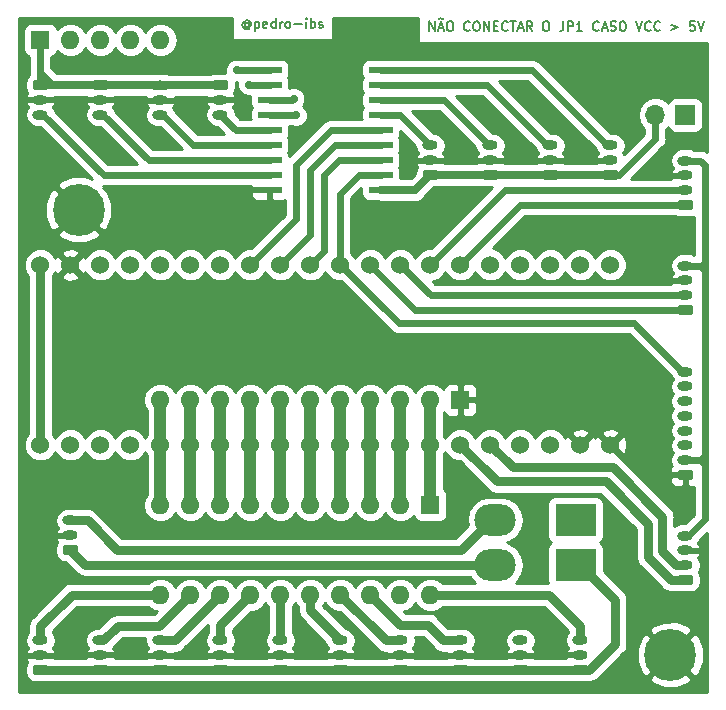
<source format=gbr>
G04 #@! TF.GenerationSoftware,KiCad,Pcbnew,5.0.2*
G04 #@! TF.CreationDate,2019-09-26T12:35:43-03:00*
G04 #@! TF.ProjectId,ControleMix,436f6e74-726f-46c6-954d-69782e6b6963,rev?*
G04 #@! TF.SameCoordinates,Original*
G04 #@! TF.FileFunction,Copper,L1,Top*
G04 #@! TF.FilePolarity,Positive*
%FSLAX46Y46*%
G04 Gerber Fmt 4.6, Leading zero omitted, Abs format (unit mm)*
G04 Created by KiCad (PCBNEW 5.0.2) date qui 26 set 2019 12:35:43 -03*
%MOMM*%
%LPD*%
G01*
G04 APERTURE LIST*
G04 #@! TA.AperFunction,NonConductor*
%ADD10C,0.200000*%
G04 #@! TD*
G04 #@! TA.AperFunction,ComponentPad*
%ADD11C,4.400000*%
G04 #@! TD*
G04 #@! TA.AperFunction,ComponentPad*
%ADD12C,1.524000*%
G04 #@! TD*
G04 #@! TA.AperFunction,ComponentPad*
%ADD13R,1.700000X1.700000*%
G04 #@! TD*
G04 #@! TA.AperFunction,ComponentPad*
%ADD14O,1.700000X1.700000*%
G04 #@! TD*
G04 #@! TA.AperFunction,ComponentPad*
%ADD15R,1.600000X1.600000*%
G04 #@! TD*
G04 #@! TA.AperFunction,ComponentPad*
%ADD16O,1.600000X1.600000*%
G04 #@! TD*
G04 #@! TA.AperFunction,SMDPad,CuDef*
%ADD17R,2.000000X0.600000*%
G04 #@! TD*
G04 #@! TA.AperFunction,Conductor*
%ADD18C,0.100000*%
G04 #@! TD*
G04 #@! TA.AperFunction,ComponentPad*
%ADD19C,0.800000*%
G04 #@! TD*
G04 #@! TA.AperFunction,ComponentPad*
%ADD20O,1.300000X0.800000*%
G04 #@! TD*
G04 #@! TA.AperFunction,SMDPad,CuDef*
%ADD21R,3.500000X2.700000*%
G04 #@! TD*
G04 #@! TA.AperFunction,SMDPad,CuDef*
%ADD22O,3.500000X2.700000*%
G04 #@! TD*
G04 #@! TA.AperFunction,ViaPad*
%ADD23C,0.700000*%
G04 #@! TD*
G04 #@! TA.AperFunction,Conductor*
%ADD24C,0.800000*%
G04 #@! TD*
G04 #@! TA.AperFunction,Conductor*
%ADD25C,0.600000*%
G04 #@! TD*
G04 #@! TA.AperFunction,Conductor*
%ADD26C,0.700000*%
G04 #@! TD*
G04 #@! TA.AperFunction,Conductor*
%ADD27C,1.000000*%
G04 #@! TD*
G04 #@! TA.AperFunction,Conductor*
%ADD28C,0.254000*%
G04 #@! TD*
G04 APERTURE END LIST*
D10*
X153873809Y-55980952D02*
X153835714Y-55942857D01*
X153759523Y-55904761D01*
X153683333Y-55904761D01*
X153607142Y-55942857D01*
X153569047Y-55980952D01*
X153530952Y-56057142D01*
X153530952Y-56133333D01*
X153569047Y-56209523D01*
X153607142Y-56247619D01*
X153683333Y-56285714D01*
X153759523Y-56285714D01*
X153835714Y-56247619D01*
X153873809Y-56209523D01*
X153873809Y-55904761D02*
X153873809Y-56209523D01*
X153911904Y-56247619D01*
X153950000Y-56247619D01*
X154026190Y-56209523D01*
X154064285Y-56133333D01*
X154064285Y-55942857D01*
X153988095Y-55828571D01*
X153873809Y-55752380D01*
X153721428Y-55714285D01*
X153569047Y-55752380D01*
X153454761Y-55828571D01*
X153378571Y-55942857D01*
X153340476Y-56095238D01*
X153378571Y-56247619D01*
X153454761Y-56361904D01*
X153569047Y-56438095D01*
X153721428Y-56476190D01*
X153873809Y-56438095D01*
X153988095Y-56361904D01*
X154407142Y-55828571D02*
X154407142Y-56628571D01*
X154407142Y-55866666D02*
X154483333Y-55828571D01*
X154635714Y-55828571D01*
X154711904Y-55866666D01*
X154750000Y-55904761D01*
X154788095Y-55980952D01*
X154788095Y-56209523D01*
X154750000Y-56285714D01*
X154711904Y-56323809D01*
X154635714Y-56361904D01*
X154483333Y-56361904D01*
X154407142Y-56323809D01*
X155435714Y-56323809D02*
X155359523Y-56361904D01*
X155207142Y-56361904D01*
X155130952Y-56323809D01*
X155092857Y-56247619D01*
X155092857Y-55942857D01*
X155130952Y-55866666D01*
X155207142Y-55828571D01*
X155359523Y-55828571D01*
X155435714Y-55866666D01*
X155473809Y-55942857D01*
X155473809Y-56019047D01*
X155092857Y-56095238D01*
X156159523Y-56361904D02*
X156159523Y-55561904D01*
X156159523Y-56323809D02*
X156083333Y-56361904D01*
X155930952Y-56361904D01*
X155854761Y-56323809D01*
X155816666Y-56285714D01*
X155778571Y-56209523D01*
X155778571Y-55980952D01*
X155816666Y-55904761D01*
X155854761Y-55866666D01*
X155930952Y-55828571D01*
X156083333Y-55828571D01*
X156159523Y-55866666D01*
X156540476Y-56361904D02*
X156540476Y-55828571D01*
X156540476Y-55980952D02*
X156578571Y-55904761D01*
X156616666Y-55866666D01*
X156692857Y-55828571D01*
X156769047Y-55828571D01*
X157150000Y-56361904D02*
X157073809Y-56323809D01*
X157035714Y-56285714D01*
X156997619Y-56209523D01*
X156997619Y-55980952D01*
X157035714Y-55904761D01*
X157073809Y-55866666D01*
X157150000Y-55828571D01*
X157264285Y-55828571D01*
X157340476Y-55866666D01*
X157378571Y-55904761D01*
X157416666Y-55980952D01*
X157416666Y-56209523D01*
X157378571Y-56285714D01*
X157340476Y-56323809D01*
X157264285Y-56361904D01*
X157150000Y-56361904D01*
X157759523Y-56057142D02*
X158369047Y-56057142D01*
X158750000Y-56361904D02*
X158750000Y-55828571D01*
X158750000Y-55561904D02*
X158711904Y-55600000D01*
X158750000Y-55638095D01*
X158788095Y-55600000D01*
X158750000Y-55561904D01*
X158750000Y-55638095D01*
X159130952Y-56361904D02*
X159130952Y-55561904D01*
X159130952Y-55866666D02*
X159207142Y-55828571D01*
X159359523Y-55828571D01*
X159435714Y-55866666D01*
X159473809Y-55904761D01*
X159511904Y-55980952D01*
X159511904Y-56209523D01*
X159473809Y-56285714D01*
X159435714Y-56323809D01*
X159359523Y-56361904D01*
X159207142Y-56361904D01*
X159130952Y-56323809D01*
X159816666Y-56323809D02*
X159892857Y-56361904D01*
X160045238Y-56361904D01*
X160121428Y-56323809D01*
X160159523Y-56247619D01*
X160159523Y-56209523D01*
X160121428Y-56133333D01*
X160045238Y-56095238D01*
X159930952Y-56095238D01*
X159854761Y-56057142D01*
X159816666Y-55980952D01*
X159816666Y-55942857D01*
X159854761Y-55866666D01*
X159930952Y-55828571D01*
X160045238Y-55828571D01*
X160121428Y-55866666D01*
X169169047Y-56611904D02*
X169169047Y-55811904D01*
X169626190Y-56611904D01*
X169626190Y-55811904D01*
X169969047Y-56383333D02*
X170350000Y-56383333D01*
X169892857Y-56611904D02*
X170159523Y-55811904D01*
X170426190Y-56611904D01*
X169969047Y-55621428D02*
X170007142Y-55583333D01*
X170083333Y-55545238D01*
X170235714Y-55621428D01*
X170311904Y-55583333D01*
X170350000Y-55545238D01*
X170845238Y-55811904D02*
X170997619Y-55811904D01*
X171073809Y-55850000D01*
X171150000Y-55926190D01*
X171188095Y-56078571D01*
X171188095Y-56345238D01*
X171150000Y-56497619D01*
X171073809Y-56573809D01*
X170997619Y-56611904D01*
X170845238Y-56611904D01*
X170769047Y-56573809D01*
X170692857Y-56497619D01*
X170654761Y-56345238D01*
X170654761Y-56078571D01*
X170692857Y-55926190D01*
X170769047Y-55850000D01*
X170845238Y-55811904D01*
X172597619Y-56535714D02*
X172559523Y-56573809D01*
X172445238Y-56611904D01*
X172369047Y-56611904D01*
X172254761Y-56573809D01*
X172178571Y-56497619D01*
X172140476Y-56421428D01*
X172102380Y-56269047D01*
X172102380Y-56154761D01*
X172140476Y-56002380D01*
X172178571Y-55926190D01*
X172254761Y-55850000D01*
X172369047Y-55811904D01*
X172445238Y-55811904D01*
X172559523Y-55850000D01*
X172597619Y-55888095D01*
X173092857Y-55811904D02*
X173245238Y-55811904D01*
X173321428Y-55850000D01*
X173397619Y-55926190D01*
X173435714Y-56078571D01*
X173435714Y-56345238D01*
X173397619Y-56497619D01*
X173321428Y-56573809D01*
X173245238Y-56611904D01*
X173092857Y-56611904D01*
X173016666Y-56573809D01*
X172940476Y-56497619D01*
X172902380Y-56345238D01*
X172902380Y-56078571D01*
X172940476Y-55926190D01*
X173016666Y-55850000D01*
X173092857Y-55811904D01*
X173778571Y-56611904D02*
X173778571Y-55811904D01*
X174235714Y-56611904D01*
X174235714Y-55811904D01*
X174616666Y-56192857D02*
X174883333Y-56192857D01*
X174997619Y-56611904D02*
X174616666Y-56611904D01*
X174616666Y-55811904D01*
X174997619Y-55811904D01*
X175797619Y-56535714D02*
X175759523Y-56573809D01*
X175645238Y-56611904D01*
X175569047Y-56611904D01*
X175454761Y-56573809D01*
X175378571Y-56497619D01*
X175340476Y-56421428D01*
X175302380Y-56269047D01*
X175302380Y-56154761D01*
X175340476Y-56002380D01*
X175378571Y-55926190D01*
X175454761Y-55850000D01*
X175569047Y-55811904D01*
X175645238Y-55811904D01*
X175759523Y-55850000D01*
X175797619Y-55888095D01*
X176026190Y-55811904D02*
X176483333Y-55811904D01*
X176254761Y-56611904D02*
X176254761Y-55811904D01*
X176711904Y-56383333D02*
X177092857Y-56383333D01*
X176635714Y-56611904D02*
X176902380Y-55811904D01*
X177169047Y-56611904D01*
X177892857Y-56611904D02*
X177626190Y-56230952D01*
X177435714Y-56611904D02*
X177435714Y-55811904D01*
X177740476Y-55811904D01*
X177816666Y-55850000D01*
X177854761Y-55888095D01*
X177892857Y-55964285D01*
X177892857Y-56078571D01*
X177854761Y-56154761D01*
X177816666Y-56192857D01*
X177740476Y-56230952D01*
X177435714Y-56230952D01*
X178997619Y-55811904D02*
X179150000Y-55811904D01*
X179226190Y-55850000D01*
X179302380Y-55926190D01*
X179340476Y-56078571D01*
X179340476Y-56345238D01*
X179302380Y-56497619D01*
X179226190Y-56573809D01*
X179150000Y-56611904D01*
X178997619Y-56611904D01*
X178921428Y-56573809D01*
X178845238Y-56497619D01*
X178807142Y-56345238D01*
X178807142Y-56078571D01*
X178845238Y-55926190D01*
X178921428Y-55850000D01*
X178997619Y-55811904D01*
X180521428Y-55811904D02*
X180521428Y-56383333D01*
X180483333Y-56497619D01*
X180407142Y-56573809D01*
X180292857Y-56611904D01*
X180216666Y-56611904D01*
X180902380Y-56611904D02*
X180902380Y-55811904D01*
X181207142Y-55811904D01*
X181283333Y-55850000D01*
X181321428Y-55888095D01*
X181359523Y-55964285D01*
X181359523Y-56078571D01*
X181321428Y-56154761D01*
X181283333Y-56192857D01*
X181207142Y-56230952D01*
X180902380Y-56230952D01*
X182121428Y-56611904D02*
X181664285Y-56611904D01*
X181892857Y-56611904D02*
X181892857Y-55811904D01*
X181816666Y-55926190D01*
X181740476Y-56002380D01*
X181664285Y-56040476D01*
X183530952Y-56535714D02*
X183492857Y-56573809D01*
X183378571Y-56611904D01*
X183302380Y-56611904D01*
X183188095Y-56573809D01*
X183111904Y-56497619D01*
X183073809Y-56421428D01*
X183035714Y-56269047D01*
X183035714Y-56154761D01*
X183073809Y-56002380D01*
X183111904Y-55926190D01*
X183188095Y-55850000D01*
X183302380Y-55811904D01*
X183378571Y-55811904D01*
X183492857Y-55850000D01*
X183530952Y-55888095D01*
X183835714Y-56383333D02*
X184216666Y-56383333D01*
X183759523Y-56611904D02*
X184026190Y-55811904D01*
X184292857Y-56611904D01*
X184521428Y-56573809D02*
X184635714Y-56611904D01*
X184826190Y-56611904D01*
X184902380Y-56573809D01*
X184940476Y-56535714D01*
X184978571Y-56459523D01*
X184978571Y-56383333D01*
X184940476Y-56307142D01*
X184902380Y-56269047D01*
X184826190Y-56230952D01*
X184673809Y-56192857D01*
X184597619Y-56154761D01*
X184559523Y-56116666D01*
X184521428Y-56040476D01*
X184521428Y-55964285D01*
X184559523Y-55888095D01*
X184597619Y-55850000D01*
X184673809Y-55811904D01*
X184864285Y-55811904D01*
X184978571Y-55850000D01*
X185473809Y-55811904D02*
X185626190Y-55811904D01*
X185702380Y-55850000D01*
X185778571Y-55926190D01*
X185816666Y-56078571D01*
X185816666Y-56345238D01*
X185778571Y-56497619D01*
X185702380Y-56573809D01*
X185626190Y-56611904D01*
X185473809Y-56611904D01*
X185397619Y-56573809D01*
X185321428Y-56497619D01*
X185283333Y-56345238D01*
X185283333Y-56078571D01*
X185321428Y-55926190D01*
X185397619Y-55850000D01*
X185473809Y-55811904D01*
X186654761Y-55811904D02*
X186921428Y-56611904D01*
X187188095Y-55811904D01*
X187911904Y-56535714D02*
X187873809Y-56573809D01*
X187759523Y-56611904D01*
X187683333Y-56611904D01*
X187569047Y-56573809D01*
X187492857Y-56497619D01*
X187454761Y-56421428D01*
X187416666Y-56269047D01*
X187416666Y-56154761D01*
X187454761Y-56002380D01*
X187492857Y-55926190D01*
X187569047Y-55850000D01*
X187683333Y-55811904D01*
X187759523Y-55811904D01*
X187873809Y-55850000D01*
X187911904Y-55888095D01*
X188711904Y-56535714D02*
X188673809Y-56573809D01*
X188559523Y-56611904D01*
X188483333Y-56611904D01*
X188369047Y-56573809D01*
X188292857Y-56497619D01*
X188254761Y-56421428D01*
X188216666Y-56269047D01*
X188216666Y-56154761D01*
X188254761Y-56002380D01*
X188292857Y-55926190D01*
X188369047Y-55850000D01*
X188483333Y-55811904D01*
X188559523Y-55811904D01*
X188673809Y-55850000D01*
X188711904Y-55888095D01*
X189664285Y-56078571D02*
X190273809Y-56307142D01*
X189664285Y-56535714D01*
X191645238Y-55811904D02*
X191264285Y-55811904D01*
X191226190Y-56192857D01*
X191264285Y-56154761D01*
X191340476Y-56116666D01*
X191530952Y-56116666D01*
X191607142Y-56154761D01*
X191645238Y-56192857D01*
X191683333Y-56269047D01*
X191683333Y-56459523D01*
X191645238Y-56535714D01*
X191607142Y-56573809D01*
X191530952Y-56611904D01*
X191340476Y-56611904D01*
X191264285Y-56573809D01*
X191226190Y-56535714D01*
X191911904Y-55811904D02*
X192178571Y-56611904D01*
X192445238Y-55811904D01*
D11*
G04 #@! TO.P,REF\002A\002A,1*
G04 #@! TO.N,Earth*
X139500000Y-71750000D03*
G04 #@! TD*
D12*
G04 #@! TO.P,U1,1*
G04 #@! TO.N,+3V3*
X136250000Y-91670000D03*
G04 #@! TO.P,U1,2*
G04 #@! TO.N,Net-(U1-Pad2)*
X138790000Y-91670000D03*
G04 #@! TO.P,U1,3*
G04 #@! TO.N,Net-(U1-Pad3)*
X141330000Y-91670000D03*
G04 #@! TO.P,U1,4*
G04 #@! TO.N,Net-(U1-Pad4)*
X143870000Y-91670000D03*
G04 #@! TO.P,U1,5*
G04 #@! TO.N,/ADC_CH0*
X146410000Y-91670000D03*
G04 #@! TO.P,U1,6*
G04 #@! TO.N,/ADC_CH1*
X148950000Y-91670000D03*
G04 #@! TO.P,U1,7*
G04 #@! TO.N,/ADC_CH2*
X151490000Y-91670000D03*
G04 #@! TO.P,U1,8*
G04 #@! TO.N,/ADC_CH3*
X154030000Y-91670000D03*
G04 #@! TO.P,U1,9*
G04 #@! TO.N,/ADC_CH4*
X156570000Y-91670000D03*
G04 #@! TO.P,U1,10*
G04 #@! TO.N,/ADC_CH5*
X159110000Y-91670000D03*
G04 #@! TO.P,U1,11*
G04 #@! TO.N,/ADC_CH6*
X161650000Y-91670000D03*
G04 #@! TO.P,U1,12*
G04 #@! TO.N,/ADC_CH7*
X164190000Y-91670000D03*
G04 #@! TO.P,U1,13*
G04 #@! TO.N,/ADC_CH8*
X166730000Y-91670000D03*
G04 #@! TO.P,U1,14*
G04 #@! TO.N,/ADC_CH9*
X169270000Y-91670000D03*
G04 #@! TO.P,U1,15*
G04 #@! TO.N,/TX3_SDL2*
X171810000Y-91670000D03*
G04 #@! TO.P,U1,16*
G04 #@! TO.N,/RX3_SDA2*
X174350000Y-91670000D03*
G04 #@! TO.P,U1,17*
G04 #@! TO.N,Net-(U1-Pad17)*
X176890000Y-91670000D03*
G04 #@! TO.P,U1,18*
G04 #@! TO.N,+3V3*
X179430000Y-91670000D03*
G04 #@! TO.P,U1,19*
G04 #@! TO.N,Earth*
X181970000Y-91670000D03*
G04 #@! TO.P,U1,20*
X184510000Y-91670000D03*
G04 #@! TO.P,U1,21*
G04 #@! TO.N,/CH5*
X184510000Y-76430000D03*
G04 #@! TO.P,U1,22*
G04 #@! TO.N,/CH4*
X181970000Y-76430000D03*
G04 #@! TO.P,U1,23*
G04 #@! TO.N,/CH3*
X179430000Y-76430000D03*
G04 #@! TO.P,U1,24*
G04 #@! TO.N,/CH2*
X176890000Y-76430000D03*
G04 #@! TO.P,U1,25*
G04 #@! TO.N,/CH1*
X174350000Y-76430000D03*
G04 #@! TO.P,U1,26*
G04 #@! TO.N,/TX1*
X171810000Y-76430000D03*
G04 #@! TO.P,U1,27*
G04 #@! TO.N,/RX1*
X169270000Y-76430000D03*
G04 #@! TO.P,U1,28*
G04 #@! TO.N,/CANRX_USB-*
X166730000Y-76430000D03*
G04 #@! TO.P,U1,29*
G04 #@! TO.N,/CANTX_USB+*
X164190000Y-76430000D03*
G04 #@! TO.P,U1,30*
G04 #@! TO.N,/CH6*
X161650000Y-76430000D03*
G04 #@! TO.P,U1,31*
G04 #@! TO.N,/PB3*
X159110000Y-76430000D03*
G04 #@! TO.P,U1,32*
G04 #@! TO.N,/PB4*
X156570000Y-76430000D03*
G04 #@! TO.P,U1,33*
G04 #@! TO.N,/PB5*
X154030000Y-76430000D03*
G04 #@! TO.P,U1,34*
G04 #@! TO.N,/PWM_CH1*
X151490000Y-76430000D03*
G04 #@! TO.P,U1,35*
G04 #@! TO.N,/PWM_CH2*
X148950000Y-76430000D03*
G04 #@! TO.P,U1,36*
G04 #@! TO.N,/PWM_CH3*
X146410000Y-76430000D03*
G04 #@! TO.P,U1,37*
G04 #@! TO.N,/PWM_CH4*
X143870000Y-76430000D03*
G04 #@! TO.P,U1,38*
G04 #@! TO.N,+5V*
X141330000Y-76430000D03*
G04 #@! TO.P,U1,39*
G04 #@! TO.N,Earth*
X138790000Y-76430000D03*
G04 #@! TO.P,U1,40*
G04 #@! TO.N,+3V3*
X136250000Y-76430000D03*
G04 #@! TD*
D13*
G04 #@! TO.P,JP1,1*
G04 #@! TO.N,+5V*
X190860000Y-63730000D03*
D14*
G04 #@! TO.P,JP1,2*
G04 #@! TO.N,VCC*
X188320000Y-63730000D03*
G04 #@! TD*
D15*
G04 #@! TO.P,RN1,1*
G04 #@! TO.N,/ADC_CH9*
X169270000Y-96750000D03*
D16*
G04 #@! TO.P,RN1,11*
G04 #@! TO.N,/AI0*
X146410000Y-104370000D03*
G04 #@! TO.P,RN1,2*
G04 #@! TO.N,/ADC_CH8*
X166730000Y-96750000D03*
G04 #@! TO.P,RN1,12*
G04 #@! TO.N,/AI1*
X148950000Y-104370000D03*
G04 #@! TO.P,RN1,3*
G04 #@! TO.N,/ADC_CH7*
X164190000Y-96750000D03*
G04 #@! TO.P,RN1,13*
G04 #@! TO.N,/AI2*
X151490000Y-104370000D03*
G04 #@! TO.P,RN1,4*
G04 #@! TO.N,/ADC_CH6*
X161650000Y-96750000D03*
G04 #@! TO.P,RN1,14*
G04 #@! TO.N,/AI3*
X154030000Y-104370000D03*
G04 #@! TO.P,RN1,5*
G04 #@! TO.N,/ADC_CH5*
X159110000Y-96750000D03*
G04 #@! TO.P,RN1,15*
G04 #@! TO.N,/AI4*
X156570000Y-104370000D03*
G04 #@! TO.P,RN1,6*
G04 #@! TO.N,/ADC_CH4*
X156570000Y-96750000D03*
G04 #@! TO.P,RN1,16*
G04 #@! TO.N,/AI5*
X159110000Y-104370000D03*
G04 #@! TO.P,RN1,7*
G04 #@! TO.N,/ADC_CH3*
X154030000Y-96750000D03*
G04 #@! TO.P,RN1,17*
G04 #@! TO.N,/AI6*
X161650000Y-104370000D03*
G04 #@! TO.P,RN1,8*
G04 #@! TO.N,/ADC_CH2*
X151490000Y-96750000D03*
G04 #@! TO.P,RN1,18*
G04 #@! TO.N,/AI7*
X164190000Y-104370000D03*
G04 #@! TO.P,RN1,9*
G04 #@! TO.N,/ADC_CH1*
X148950000Y-96750000D03*
G04 #@! TO.P,RN1,19*
G04 #@! TO.N,/AI8*
X166730000Y-104370000D03*
G04 #@! TO.P,RN1,10*
G04 #@! TO.N,/ADC_CH0*
X146410000Y-96750000D03*
G04 #@! TO.P,RN1,20*
G04 #@! TO.N,/AI9*
X169270000Y-104370000D03*
G04 #@! TD*
D15*
G04 #@! TO.P,RN2,1*
G04 #@! TO.N,Earth*
X171810000Y-87860000D03*
D16*
G04 #@! TO.P,RN2,2*
G04 #@! TO.N,/ADC_CH9*
X169270000Y-87860000D03*
G04 #@! TO.P,RN2,3*
G04 #@! TO.N,/ADC_CH8*
X166730000Y-87860000D03*
G04 #@! TO.P,RN2,4*
G04 #@! TO.N,/ADC_CH7*
X164190000Y-87860000D03*
G04 #@! TO.P,RN2,5*
G04 #@! TO.N,/ADC_CH6*
X161650000Y-87860000D03*
G04 #@! TO.P,RN2,6*
G04 #@! TO.N,/ADC_CH5*
X159110000Y-87860000D03*
G04 #@! TO.P,RN2,7*
G04 #@! TO.N,/ADC_CH4*
X156570000Y-87860000D03*
G04 #@! TO.P,RN2,8*
G04 #@! TO.N,/ADC_CH3*
X154030000Y-87860000D03*
G04 #@! TO.P,RN2,9*
G04 #@! TO.N,/ADC_CH2*
X151490000Y-87860000D03*
G04 #@! TO.P,RN2,10*
G04 #@! TO.N,/ADC_CH1*
X148950000Y-87860000D03*
G04 #@! TO.P,RN2,11*
G04 #@! TO.N,/ADC_CH0*
X146410000Y-87860000D03*
G04 #@! TD*
D15*
G04 #@! TO.P,RN3,1*
G04 #@! TO.N,VCC*
X136250000Y-57380000D03*
D16*
G04 #@! TO.P,RN3,2*
G04 #@! TO.N,/IN4*
X138790000Y-57380000D03*
G04 #@! TO.P,RN3,3*
G04 #@! TO.N,/IN3*
X141330000Y-57380000D03*
G04 #@! TO.P,RN3,4*
G04 #@! TO.N,/IN2*
X143870000Y-57380000D03*
G04 #@! TO.P,RN3,5*
G04 #@! TO.N,/IN1*
X146410000Y-57380000D03*
G04 #@! TD*
D17*
G04 #@! TO.P,U2,1*
G04 #@! TO.N,/PWM_CH4*
X155680000Y-59920000D03*
G04 #@! TO.P,U2,2*
G04 #@! TO.N,/PWM_CH3*
X155680000Y-61190000D03*
G04 #@! TO.P,U2,3*
G04 #@! TO.N,/PWM_CH2*
X155680000Y-62460000D03*
G04 #@! TO.P,U2,4*
G04 #@! TO.N,/PWM_CH1*
X155680000Y-63730000D03*
G04 #@! TO.P,U2,5*
G04 #@! TO.N,/IN1*
X155680000Y-65000000D03*
G04 #@! TO.P,U2,6*
G04 #@! TO.N,/IN2*
X155680000Y-66270000D03*
G04 #@! TO.P,U2,7*
G04 #@! TO.N,/IN3*
X155680000Y-67540000D03*
G04 #@! TO.P,U2,8*
G04 #@! TO.N,/IN4*
X155680000Y-68810000D03*
G04 #@! TO.P,U2,9*
G04 #@! TO.N,Earth*
X155680000Y-70080000D03*
G04 #@! TO.P,U2,10*
G04 #@! TO.N,VCC*
X165080000Y-70080000D03*
G04 #@! TO.P,U2,11*
G04 #@! TO.N,/CH6*
X165080000Y-68810000D03*
G04 #@! TO.P,U2,12*
G04 #@! TO.N,/PB3*
X165080000Y-67540000D03*
G04 #@! TO.P,U2,13*
G04 #@! TO.N,/PB4*
X165080000Y-66270000D03*
G04 #@! TO.P,U2,14*
G04 #@! TO.N,/PB5*
X165080000Y-65000000D03*
G04 #@! TO.P,U2,15*
G04 #@! TO.N,/OUT4*
X165080000Y-63730000D03*
G04 #@! TO.P,U2,16*
G04 #@! TO.N,/OUT3*
X165080000Y-62460000D03*
G04 #@! TO.P,U2,17*
G04 #@! TO.N,/OUT2*
X165080000Y-61190000D03*
G04 #@! TO.P,U2,18*
G04 #@! TO.N,/OUT1*
X165080000Y-59920000D03*
G04 #@! TD*
D18*
G04 #@! TO.N,+5V*
G04 #@! TO.C,J1*
G36*
X136719603Y-110320963D02*
X136739018Y-110323843D01*
X136758057Y-110328612D01*
X136776537Y-110335224D01*
X136794279Y-110343616D01*
X136811114Y-110353706D01*
X136826879Y-110365398D01*
X136841421Y-110378579D01*
X136854602Y-110393121D01*
X136866294Y-110408886D01*
X136876384Y-110425721D01*
X136884776Y-110443463D01*
X136891388Y-110461943D01*
X136896157Y-110480982D01*
X136899037Y-110500397D01*
X136900000Y-110520000D01*
X136900000Y-110920000D01*
X136899037Y-110939603D01*
X136896157Y-110959018D01*
X136891388Y-110978057D01*
X136884776Y-110996537D01*
X136876384Y-111014279D01*
X136866294Y-111031114D01*
X136854602Y-111046879D01*
X136841421Y-111061421D01*
X136826879Y-111074602D01*
X136811114Y-111086294D01*
X136794279Y-111096384D01*
X136776537Y-111104776D01*
X136758057Y-111111388D01*
X136739018Y-111116157D01*
X136719603Y-111119037D01*
X136700000Y-111120000D01*
X135800000Y-111120000D01*
X135780397Y-111119037D01*
X135760982Y-111116157D01*
X135741943Y-111111388D01*
X135723463Y-111104776D01*
X135705721Y-111096384D01*
X135688886Y-111086294D01*
X135673121Y-111074602D01*
X135658579Y-111061421D01*
X135645398Y-111046879D01*
X135633706Y-111031114D01*
X135623616Y-111014279D01*
X135615224Y-110996537D01*
X135608612Y-110978057D01*
X135603843Y-110959018D01*
X135600963Y-110939603D01*
X135600000Y-110920000D01*
X135600000Y-110520000D01*
X135600963Y-110500397D01*
X135603843Y-110480982D01*
X135608612Y-110461943D01*
X135615224Y-110443463D01*
X135623616Y-110425721D01*
X135633706Y-110408886D01*
X135645398Y-110393121D01*
X135658579Y-110378579D01*
X135673121Y-110365398D01*
X135688886Y-110353706D01*
X135705721Y-110343616D01*
X135723463Y-110335224D01*
X135741943Y-110328612D01*
X135760982Y-110323843D01*
X135780397Y-110320963D01*
X135800000Y-110320000D01*
X136700000Y-110320000D01*
X136719603Y-110320963D01*
X136719603Y-110320963D01*
G37*
D19*
G04 #@! TD*
G04 #@! TO.P,J1,1*
G04 #@! TO.N,+5V*
X136250000Y-110720000D03*
D20*
G04 #@! TO.P,J1,2*
G04 #@! TO.N,Earth*
X136250000Y-109470000D03*
G04 #@! TO.P,J1,3*
G04 #@! TO.N,/AI0*
X136250000Y-108220000D03*
G04 #@! TD*
G04 #@! TO.P,J3,3*
G04 #@! TO.N,/AI1*
X141330000Y-108200000D03*
G04 #@! TO.P,J3,2*
G04 #@! TO.N,Earth*
X141330000Y-109450000D03*
D18*
G04 #@! TD*
G04 #@! TO.N,+5V*
G04 #@! TO.C,J3*
G36*
X141799603Y-110300963D02*
X141819018Y-110303843D01*
X141838057Y-110308612D01*
X141856537Y-110315224D01*
X141874279Y-110323616D01*
X141891114Y-110333706D01*
X141906879Y-110345398D01*
X141921421Y-110358579D01*
X141934602Y-110373121D01*
X141946294Y-110388886D01*
X141956384Y-110405721D01*
X141964776Y-110423463D01*
X141971388Y-110441943D01*
X141976157Y-110460982D01*
X141979037Y-110480397D01*
X141980000Y-110500000D01*
X141980000Y-110900000D01*
X141979037Y-110919603D01*
X141976157Y-110939018D01*
X141971388Y-110958057D01*
X141964776Y-110976537D01*
X141956384Y-110994279D01*
X141946294Y-111011114D01*
X141934602Y-111026879D01*
X141921421Y-111041421D01*
X141906879Y-111054602D01*
X141891114Y-111066294D01*
X141874279Y-111076384D01*
X141856537Y-111084776D01*
X141838057Y-111091388D01*
X141819018Y-111096157D01*
X141799603Y-111099037D01*
X141780000Y-111100000D01*
X140880000Y-111100000D01*
X140860397Y-111099037D01*
X140840982Y-111096157D01*
X140821943Y-111091388D01*
X140803463Y-111084776D01*
X140785721Y-111076384D01*
X140768886Y-111066294D01*
X140753121Y-111054602D01*
X140738579Y-111041421D01*
X140725398Y-111026879D01*
X140713706Y-111011114D01*
X140703616Y-110994279D01*
X140695224Y-110976537D01*
X140688612Y-110958057D01*
X140683843Y-110939018D01*
X140680963Y-110919603D01*
X140680000Y-110900000D01*
X140680000Y-110500000D01*
X140680963Y-110480397D01*
X140683843Y-110460982D01*
X140688612Y-110441943D01*
X140695224Y-110423463D01*
X140703616Y-110405721D01*
X140713706Y-110388886D01*
X140725398Y-110373121D01*
X140738579Y-110358579D01*
X140753121Y-110345398D01*
X140768886Y-110333706D01*
X140785721Y-110323616D01*
X140803463Y-110315224D01*
X140821943Y-110308612D01*
X140840982Y-110303843D01*
X140860397Y-110300963D01*
X140880000Y-110300000D01*
X141780000Y-110300000D01*
X141799603Y-110300963D01*
X141799603Y-110300963D01*
G37*
D19*
G04 #@! TO.P,J3,1*
G04 #@! TO.N,+5V*
X141330000Y-110700000D03*
G04 #@! TD*
D18*
G04 #@! TO.N,+5V*
G04 #@! TO.C,J5*
G36*
X146879603Y-110320963D02*
X146899018Y-110323843D01*
X146918057Y-110328612D01*
X146936537Y-110335224D01*
X146954279Y-110343616D01*
X146971114Y-110353706D01*
X146986879Y-110365398D01*
X147001421Y-110378579D01*
X147014602Y-110393121D01*
X147026294Y-110408886D01*
X147036384Y-110425721D01*
X147044776Y-110443463D01*
X147051388Y-110461943D01*
X147056157Y-110480982D01*
X147059037Y-110500397D01*
X147060000Y-110520000D01*
X147060000Y-110920000D01*
X147059037Y-110939603D01*
X147056157Y-110959018D01*
X147051388Y-110978057D01*
X147044776Y-110996537D01*
X147036384Y-111014279D01*
X147026294Y-111031114D01*
X147014602Y-111046879D01*
X147001421Y-111061421D01*
X146986879Y-111074602D01*
X146971114Y-111086294D01*
X146954279Y-111096384D01*
X146936537Y-111104776D01*
X146918057Y-111111388D01*
X146899018Y-111116157D01*
X146879603Y-111119037D01*
X146860000Y-111120000D01*
X145960000Y-111120000D01*
X145940397Y-111119037D01*
X145920982Y-111116157D01*
X145901943Y-111111388D01*
X145883463Y-111104776D01*
X145865721Y-111096384D01*
X145848886Y-111086294D01*
X145833121Y-111074602D01*
X145818579Y-111061421D01*
X145805398Y-111046879D01*
X145793706Y-111031114D01*
X145783616Y-111014279D01*
X145775224Y-110996537D01*
X145768612Y-110978057D01*
X145763843Y-110959018D01*
X145760963Y-110939603D01*
X145760000Y-110920000D01*
X145760000Y-110520000D01*
X145760963Y-110500397D01*
X145763843Y-110480982D01*
X145768612Y-110461943D01*
X145775224Y-110443463D01*
X145783616Y-110425721D01*
X145793706Y-110408886D01*
X145805398Y-110393121D01*
X145818579Y-110378579D01*
X145833121Y-110365398D01*
X145848886Y-110353706D01*
X145865721Y-110343616D01*
X145883463Y-110335224D01*
X145901943Y-110328612D01*
X145920982Y-110323843D01*
X145940397Y-110320963D01*
X145960000Y-110320000D01*
X146860000Y-110320000D01*
X146879603Y-110320963D01*
X146879603Y-110320963D01*
G37*
D19*
G04 #@! TD*
G04 #@! TO.P,J5,1*
G04 #@! TO.N,+5V*
X146410000Y-110720000D03*
D20*
G04 #@! TO.P,J5,2*
G04 #@! TO.N,Earth*
X146410000Y-109470000D03*
G04 #@! TO.P,J5,3*
G04 #@! TO.N,/AI2*
X146410000Y-108220000D03*
G04 #@! TD*
G04 #@! TO.P,J7,3*
G04 #@! TO.N,/AI3*
X151490000Y-108220000D03*
G04 #@! TO.P,J7,2*
G04 #@! TO.N,Earth*
X151490000Y-109470000D03*
D18*
G04 #@! TD*
G04 #@! TO.N,+5V*
G04 #@! TO.C,J7*
G36*
X151959603Y-110320963D02*
X151979018Y-110323843D01*
X151998057Y-110328612D01*
X152016537Y-110335224D01*
X152034279Y-110343616D01*
X152051114Y-110353706D01*
X152066879Y-110365398D01*
X152081421Y-110378579D01*
X152094602Y-110393121D01*
X152106294Y-110408886D01*
X152116384Y-110425721D01*
X152124776Y-110443463D01*
X152131388Y-110461943D01*
X152136157Y-110480982D01*
X152139037Y-110500397D01*
X152140000Y-110520000D01*
X152140000Y-110920000D01*
X152139037Y-110939603D01*
X152136157Y-110959018D01*
X152131388Y-110978057D01*
X152124776Y-110996537D01*
X152116384Y-111014279D01*
X152106294Y-111031114D01*
X152094602Y-111046879D01*
X152081421Y-111061421D01*
X152066879Y-111074602D01*
X152051114Y-111086294D01*
X152034279Y-111096384D01*
X152016537Y-111104776D01*
X151998057Y-111111388D01*
X151979018Y-111116157D01*
X151959603Y-111119037D01*
X151940000Y-111120000D01*
X151040000Y-111120000D01*
X151020397Y-111119037D01*
X151000982Y-111116157D01*
X150981943Y-111111388D01*
X150963463Y-111104776D01*
X150945721Y-111096384D01*
X150928886Y-111086294D01*
X150913121Y-111074602D01*
X150898579Y-111061421D01*
X150885398Y-111046879D01*
X150873706Y-111031114D01*
X150863616Y-111014279D01*
X150855224Y-110996537D01*
X150848612Y-110978057D01*
X150843843Y-110959018D01*
X150840963Y-110939603D01*
X150840000Y-110920000D01*
X150840000Y-110520000D01*
X150840963Y-110500397D01*
X150843843Y-110480982D01*
X150848612Y-110461943D01*
X150855224Y-110443463D01*
X150863616Y-110425721D01*
X150873706Y-110408886D01*
X150885398Y-110393121D01*
X150898579Y-110378579D01*
X150913121Y-110365398D01*
X150928886Y-110353706D01*
X150945721Y-110343616D01*
X150963463Y-110335224D01*
X150981943Y-110328612D01*
X151000982Y-110323843D01*
X151020397Y-110320963D01*
X151040000Y-110320000D01*
X151940000Y-110320000D01*
X151959603Y-110320963D01*
X151959603Y-110320963D01*
G37*
D19*
G04 #@! TO.P,J7,1*
G04 #@! TO.N,+5V*
X151490000Y-110720000D03*
G04 #@! TD*
D20*
G04 #@! TO.P,J9,3*
G04 #@! TO.N,/AI4*
X156570000Y-108220000D03*
G04 #@! TO.P,J9,2*
G04 #@! TO.N,Earth*
X156570000Y-109470000D03*
D18*
G04 #@! TD*
G04 #@! TO.N,+5V*
G04 #@! TO.C,J9*
G36*
X157039603Y-110320963D02*
X157059018Y-110323843D01*
X157078057Y-110328612D01*
X157096537Y-110335224D01*
X157114279Y-110343616D01*
X157131114Y-110353706D01*
X157146879Y-110365398D01*
X157161421Y-110378579D01*
X157174602Y-110393121D01*
X157186294Y-110408886D01*
X157196384Y-110425721D01*
X157204776Y-110443463D01*
X157211388Y-110461943D01*
X157216157Y-110480982D01*
X157219037Y-110500397D01*
X157220000Y-110520000D01*
X157220000Y-110920000D01*
X157219037Y-110939603D01*
X157216157Y-110959018D01*
X157211388Y-110978057D01*
X157204776Y-110996537D01*
X157196384Y-111014279D01*
X157186294Y-111031114D01*
X157174602Y-111046879D01*
X157161421Y-111061421D01*
X157146879Y-111074602D01*
X157131114Y-111086294D01*
X157114279Y-111096384D01*
X157096537Y-111104776D01*
X157078057Y-111111388D01*
X157059018Y-111116157D01*
X157039603Y-111119037D01*
X157020000Y-111120000D01*
X156120000Y-111120000D01*
X156100397Y-111119037D01*
X156080982Y-111116157D01*
X156061943Y-111111388D01*
X156043463Y-111104776D01*
X156025721Y-111096384D01*
X156008886Y-111086294D01*
X155993121Y-111074602D01*
X155978579Y-111061421D01*
X155965398Y-111046879D01*
X155953706Y-111031114D01*
X155943616Y-111014279D01*
X155935224Y-110996537D01*
X155928612Y-110978057D01*
X155923843Y-110959018D01*
X155920963Y-110939603D01*
X155920000Y-110920000D01*
X155920000Y-110520000D01*
X155920963Y-110500397D01*
X155923843Y-110480982D01*
X155928612Y-110461943D01*
X155935224Y-110443463D01*
X155943616Y-110425721D01*
X155953706Y-110408886D01*
X155965398Y-110393121D01*
X155978579Y-110378579D01*
X155993121Y-110365398D01*
X156008886Y-110353706D01*
X156025721Y-110343616D01*
X156043463Y-110335224D01*
X156061943Y-110328612D01*
X156080982Y-110323843D01*
X156100397Y-110320963D01*
X156120000Y-110320000D01*
X157020000Y-110320000D01*
X157039603Y-110320963D01*
X157039603Y-110320963D01*
G37*
D19*
G04 #@! TO.P,J9,1*
G04 #@! TO.N,+5V*
X156570000Y-110720000D03*
G04 #@! TD*
D18*
G04 #@! TO.N,+5V*
G04 #@! TO.C,J11*
G36*
X162119603Y-110320963D02*
X162139018Y-110323843D01*
X162158057Y-110328612D01*
X162176537Y-110335224D01*
X162194279Y-110343616D01*
X162211114Y-110353706D01*
X162226879Y-110365398D01*
X162241421Y-110378579D01*
X162254602Y-110393121D01*
X162266294Y-110408886D01*
X162276384Y-110425721D01*
X162284776Y-110443463D01*
X162291388Y-110461943D01*
X162296157Y-110480982D01*
X162299037Y-110500397D01*
X162300000Y-110520000D01*
X162300000Y-110920000D01*
X162299037Y-110939603D01*
X162296157Y-110959018D01*
X162291388Y-110978057D01*
X162284776Y-110996537D01*
X162276384Y-111014279D01*
X162266294Y-111031114D01*
X162254602Y-111046879D01*
X162241421Y-111061421D01*
X162226879Y-111074602D01*
X162211114Y-111086294D01*
X162194279Y-111096384D01*
X162176537Y-111104776D01*
X162158057Y-111111388D01*
X162139018Y-111116157D01*
X162119603Y-111119037D01*
X162100000Y-111120000D01*
X161200000Y-111120000D01*
X161180397Y-111119037D01*
X161160982Y-111116157D01*
X161141943Y-111111388D01*
X161123463Y-111104776D01*
X161105721Y-111096384D01*
X161088886Y-111086294D01*
X161073121Y-111074602D01*
X161058579Y-111061421D01*
X161045398Y-111046879D01*
X161033706Y-111031114D01*
X161023616Y-111014279D01*
X161015224Y-110996537D01*
X161008612Y-110978057D01*
X161003843Y-110959018D01*
X161000963Y-110939603D01*
X161000000Y-110920000D01*
X161000000Y-110520000D01*
X161000963Y-110500397D01*
X161003843Y-110480982D01*
X161008612Y-110461943D01*
X161015224Y-110443463D01*
X161023616Y-110425721D01*
X161033706Y-110408886D01*
X161045398Y-110393121D01*
X161058579Y-110378579D01*
X161073121Y-110365398D01*
X161088886Y-110353706D01*
X161105721Y-110343616D01*
X161123463Y-110335224D01*
X161141943Y-110328612D01*
X161160982Y-110323843D01*
X161180397Y-110320963D01*
X161200000Y-110320000D01*
X162100000Y-110320000D01*
X162119603Y-110320963D01*
X162119603Y-110320963D01*
G37*
D19*
G04 #@! TD*
G04 #@! TO.P,J11,1*
G04 #@! TO.N,+5V*
X161650000Y-110720000D03*
D20*
G04 #@! TO.P,J11,2*
G04 #@! TO.N,Earth*
X161650000Y-109470000D03*
G04 #@! TO.P,J11,3*
G04 #@! TO.N,/AI5*
X161650000Y-108220000D03*
G04 #@! TD*
G04 #@! TO.P,J13,3*
G04 #@! TO.N,/AI6*
X166730000Y-108220000D03*
G04 #@! TO.P,J13,2*
G04 #@! TO.N,Earth*
X166730000Y-109470000D03*
D18*
G04 #@! TD*
G04 #@! TO.N,+5V*
G04 #@! TO.C,J13*
G36*
X167199603Y-110320963D02*
X167219018Y-110323843D01*
X167238057Y-110328612D01*
X167256537Y-110335224D01*
X167274279Y-110343616D01*
X167291114Y-110353706D01*
X167306879Y-110365398D01*
X167321421Y-110378579D01*
X167334602Y-110393121D01*
X167346294Y-110408886D01*
X167356384Y-110425721D01*
X167364776Y-110443463D01*
X167371388Y-110461943D01*
X167376157Y-110480982D01*
X167379037Y-110500397D01*
X167380000Y-110520000D01*
X167380000Y-110920000D01*
X167379037Y-110939603D01*
X167376157Y-110959018D01*
X167371388Y-110978057D01*
X167364776Y-110996537D01*
X167356384Y-111014279D01*
X167346294Y-111031114D01*
X167334602Y-111046879D01*
X167321421Y-111061421D01*
X167306879Y-111074602D01*
X167291114Y-111086294D01*
X167274279Y-111096384D01*
X167256537Y-111104776D01*
X167238057Y-111111388D01*
X167219018Y-111116157D01*
X167199603Y-111119037D01*
X167180000Y-111120000D01*
X166280000Y-111120000D01*
X166260397Y-111119037D01*
X166240982Y-111116157D01*
X166221943Y-111111388D01*
X166203463Y-111104776D01*
X166185721Y-111096384D01*
X166168886Y-111086294D01*
X166153121Y-111074602D01*
X166138579Y-111061421D01*
X166125398Y-111046879D01*
X166113706Y-111031114D01*
X166103616Y-111014279D01*
X166095224Y-110996537D01*
X166088612Y-110978057D01*
X166083843Y-110959018D01*
X166080963Y-110939603D01*
X166080000Y-110920000D01*
X166080000Y-110520000D01*
X166080963Y-110500397D01*
X166083843Y-110480982D01*
X166088612Y-110461943D01*
X166095224Y-110443463D01*
X166103616Y-110425721D01*
X166113706Y-110408886D01*
X166125398Y-110393121D01*
X166138579Y-110378579D01*
X166153121Y-110365398D01*
X166168886Y-110353706D01*
X166185721Y-110343616D01*
X166203463Y-110335224D01*
X166221943Y-110328612D01*
X166240982Y-110323843D01*
X166260397Y-110320963D01*
X166280000Y-110320000D01*
X167180000Y-110320000D01*
X167199603Y-110320963D01*
X167199603Y-110320963D01*
G37*
D19*
G04 #@! TO.P,J13,1*
G04 #@! TO.N,+5V*
X166730000Y-110720000D03*
G04 #@! TD*
D18*
G04 #@! TO.N,+5V*
G04 #@! TO.C,J15*
G36*
X172279603Y-110320963D02*
X172299018Y-110323843D01*
X172318057Y-110328612D01*
X172336537Y-110335224D01*
X172354279Y-110343616D01*
X172371114Y-110353706D01*
X172386879Y-110365398D01*
X172401421Y-110378579D01*
X172414602Y-110393121D01*
X172426294Y-110408886D01*
X172436384Y-110425721D01*
X172444776Y-110443463D01*
X172451388Y-110461943D01*
X172456157Y-110480982D01*
X172459037Y-110500397D01*
X172460000Y-110520000D01*
X172460000Y-110920000D01*
X172459037Y-110939603D01*
X172456157Y-110959018D01*
X172451388Y-110978057D01*
X172444776Y-110996537D01*
X172436384Y-111014279D01*
X172426294Y-111031114D01*
X172414602Y-111046879D01*
X172401421Y-111061421D01*
X172386879Y-111074602D01*
X172371114Y-111086294D01*
X172354279Y-111096384D01*
X172336537Y-111104776D01*
X172318057Y-111111388D01*
X172299018Y-111116157D01*
X172279603Y-111119037D01*
X172260000Y-111120000D01*
X171360000Y-111120000D01*
X171340397Y-111119037D01*
X171320982Y-111116157D01*
X171301943Y-111111388D01*
X171283463Y-111104776D01*
X171265721Y-111096384D01*
X171248886Y-111086294D01*
X171233121Y-111074602D01*
X171218579Y-111061421D01*
X171205398Y-111046879D01*
X171193706Y-111031114D01*
X171183616Y-111014279D01*
X171175224Y-110996537D01*
X171168612Y-110978057D01*
X171163843Y-110959018D01*
X171160963Y-110939603D01*
X171160000Y-110920000D01*
X171160000Y-110520000D01*
X171160963Y-110500397D01*
X171163843Y-110480982D01*
X171168612Y-110461943D01*
X171175224Y-110443463D01*
X171183616Y-110425721D01*
X171193706Y-110408886D01*
X171205398Y-110393121D01*
X171218579Y-110378579D01*
X171233121Y-110365398D01*
X171248886Y-110353706D01*
X171265721Y-110343616D01*
X171283463Y-110335224D01*
X171301943Y-110328612D01*
X171320982Y-110323843D01*
X171340397Y-110320963D01*
X171360000Y-110320000D01*
X172260000Y-110320000D01*
X172279603Y-110320963D01*
X172279603Y-110320963D01*
G37*
D19*
G04 #@! TD*
G04 #@! TO.P,J15,1*
G04 #@! TO.N,+5V*
X171810000Y-110720000D03*
D20*
G04 #@! TO.P,J15,2*
G04 #@! TO.N,Earth*
X171810000Y-109470000D03*
G04 #@! TO.P,J15,3*
G04 #@! TO.N,/AI7*
X171810000Y-108220000D03*
G04 #@! TD*
G04 #@! TO.P,J17,3*
G04 #@! TO.N,/AI8*
X176890000Y-108220000D03*
G04 #@! TO.P,J17,2*
G04 #@! TO.N,Earth*
X176890000Y-109470000D03*
D18*
G04 #@! TD*
G04 #@! TO.N,+5V*
G04 #@! TO.C,J17*
G36*
X177359603Y-110320963D02*
X177379018Y-110323843D01*
X177398057Y-110328612D01*
X177416537Y-110335224D01*
X177434279Y-110343616D01*
X177451114Y-110353706D01*
X177466879Y-110365398D01*
X177481421Y-110378579D01*
X177494602Y-110393121D01*
X177506294Y-110408886D01*
X177516384Y-110425721D01*
X177524776Y-110443463D01*
X177531388Y-110461943D01*
X177536157Y-110480982D01*
X177539037Y-110500397D01*
X177540000Y-110520000D01*
X177540000Y-110920000D01*
X177539037Y-110939603D01*
X177536157Y-110959018D01*
X177531388Y-110978057D01*
X177524776Y-110996537D01*
X177516384Y-111014279D01*
X177506294Y-111031114D01*
X177494602Y-111046879D01*
X177481421Y-111061421D01*
X177466879Y-111074602D01*
X177451114Y-111086294D01*
X177434279Y-111096384D01*
X177416537Y-111104776D01*
X177398057Y-111111388D01*
X177379018Y-111116157D01*
X177359603Y-111119037D01*
X177340000Y-111120000D01*
X176440000Y-111120000D01*
X176420397Y-111119037D01*
X176400982Y-111116157D01*
X176381943Y-111111388D01*
X176363463Y-111104776D01*
X176345721Y-111096384D01*
X176328886Y-111086294D01*
X176313121Y-111074602D01*
X176298579Y-111061421D01*
X176285398Y-111046879D01*
X176273706Y-111031114D01*
X176263616Y-111014279D01*
X176255224Y-110996537D01*
X176248612Y-110978057D01*
X176243843Y-110959018D01*
X176240963Y-110939603D01*
X176240000Y-110920000D01*
X176240000Y-110520000D01*
X176240963Y-110500397D01*
X176243843Y-110480982D01*
X176248612Y-110461943D01*
X176255224Y-110443463D01*
X176263616Y-110425721D01*
X176273706Y-110408886D01*
X176285398Y-110393121D01*
X176298579Y-110378579D01*
X176313121Y-110365398D01*
X176328886Y-110353706D01*
X176345721Y-110343616D01*
X176363463Y-110335224D01*
X176381943Y-110328612D01*
X176400982Y-110323843D01*
X176420397Y-110320963D01*
X176440000Y-110320000D01*
X177340000Y-110320000D01*
X177359603Y-110320963D01*
X177359603Y-110320963D01*
G37*
D19*
G04 #@! TO.P,J17,1*
G04 #@! TO.N,+5V*
X176890000Y-110720000D03*
G04 #@! TD*
D18*
G04 #@! TO.N,+5V*
G04 #@! TO.C,J18*
G36*
X182439603Y-110300963D02*
X182459018Y-110303843D01*
X182478057Y-110308612D01*
X182496537Y-110315224D01*
X182514279Y-110323616D01*
X182531114Y-110333706D01*
X182546879Y-110345398D01*
X182561421Y-110358579D01*
X182574602Y-110373121D01*
X182586294Y-110388886D01*
X182596384Y-110405721D01*
X182604776Y-110423463D01*
X182611388Y-110441943D01*
X182616157Y-110460982D01*
X182619037Y-110480397D01*
X182620000Y-110500000D01*
X182620000Y-110900000D01*
X182619037Y-110919603D01*
X182616157Y-110939018D01*
X182611388Y-110958057D01*
X182604776Y-110976537D01*
X182596384Y-110994279D01*
X182586294Y-111011114D01*
X182574602Y-111026879D01*
X182561421Y-111041421D01*
X182546879Y-111054602D01*
X182531114Y-111066294D01*
X182514279Y-111076384D01*
X182496537Y-111084776D01*
X182478057Y-111091388D01*
X182459018Y-111096157D01*
X182439603Y-111099037D01*
X182420000Y-111100000D01*
X181520000Y-111100000D01*
X181500397Y-111099037D01*
X181480982Y-111096157D01*
X181461943Y-111091388D01*
X181443463Y-111084776D01*
X181425721Y-111076384D01*
X181408886Y-111066294D01*
X181393121Y-111054602D01*
X181378579Y-111041421D01*
X181365398Y-111026879D01*
X181353706Y-111011114D01*
X181343616Y-110994279D01*
X181335224Y-110976537D01*
X181328612Y-110958057D01*
X181323843Y-110939018D01*
X181320963Y-110919603D01*
X181320000Y-110900000D01*
X181320000Y-110500000D01*
X181320963Y-110480397D01*
X181323843Y-110460982D01*
X181328612Y-110441943D01*
X181335224Y-110423463D01*
X181343616Y-110405721D01*
X181353706Y-110388886D01*
X181365398Y-110373121D01*
X181378579Y-110358579D01*
X181393121Y-110345398D01*
X181408886Y-110333706D01*
X181425721Y-110323616D01*
X181443463Y-110315224D01*
X181461943Y-110308612D01*
X181480982Y-110303843D01*
X181500397Y-110300963D01*
X181520000Y-110300000D01*
X182420000Y-110300000D01*
X182439603Y-110300963D01*
X182439603Y-110300963D01*
G37*
D19*
G04 #@! TD*
G04 #@! TO.P,J18,1*
G04 #@! TO.N,+5V*
X181970000Y-110700000D03*
D20*
G04 #@! TO.P,J18,2*
G04 #@! TO.N,Earth*
X181970000Y-109450000D03*
G04 #@! TO.P,J18,3*
G04 #@! TO.N,/AI9*
X181970000Y-108200000D03*
G04 #@! TD*
D21*
G04 #@! TO.P,D1,1*
G04 #@! TO.N,+5V*
X181560000Y-101830000D03*
D22*
G04 #@! TO.P,D1,2*
G04 #@! TO.N,Net-(D1-Pad2)*
X174760000Y-101830000D03*
G04 #@! TD*
G04 #@! TO.P,D2,2*
G04 #@! TO.N,Net-(D2-Pad2)*
X174760000Y-98020000D03*
D21*
G04 #@! TO.P,D2,1*
G04 #@! TO.N,VCC*
X181560000Y-98020000D03*
G04 #@! TD*
D18*
G04 #@! TO.N,Earth*
G04 #@! TO.C,J19*
G36*
X191329603Y-93810963D02*
X191349018Y-93813843D01*
X191368057Y-93818612D01*
X191386537Y-93825224D01*
X191404279Y-93833616D01*
X191421114Y-93843706D01*
X191436879Y-93855398D01*
X191451421Y-93868579D01*
X191464602Y-93883121D01*
X191476294Y-93898886D01*
X191486384Y-93915721D01*
X191494776Y-93933463D01*
X191501388Y-93951943D01*
X191506157Y-93970982D01*
X191509037Y-93990397D01*
X191510000Y-94010000D01*
X191510000Y-94410000D01*
X191509037Y-94429603D01*
X191506157Y-94449018D01*
X191501388Y-94468057D01*
X191494776Y-94486537D01*
X191486384Y-94504279D01*
X191476294Y-94521114D01*
X191464602Y-94536879D01*
X191451421Y-94551421D01*
X191436879Y-94564602D01*
X191421114Y-94576294D01*
X191404279Y-94586384D01*
X191386537Y-94594776D01*
X191368057Y-94601388D01*
X191349018Y-94606157D01*
X191329603Y-94609037D01*
X191310000Y-94610000D01*
X190410000Y-94610000D01*
X190390397Y-94609037D01*
X190370982Y-94606157D01*
X190351943Y-94601388D01*
X190333463Y-94594776D01*
X190315721Y-94586384D01*
X190298886Y-94576294D01*
X190283121Y-94564602D01*
X190268579Y-94551421D01*
X190255398Y-94536879D01*
X190243706Y-94521114D01*
X190233616Y-94504279D01*
X190225224Y-94486537D01*
X190218612Y-94468057D01*
X190213843Y-94449018D01*
X190210963Y-94429603D01*
X190210000Y-94410000D01*
X190210000Y-94010000D01*
X190210963Y-93990397D01*
X190213843Y-93970982D01*
X190218612Y-93951943D01*
X190225224Y-93933463D01*
X190233616Y-93915721D01*
X190243706Y-93898886D01*
X190255398Y-93883121D01*
X190268579Y-93868579D01*
X190283121Y-93855398D01*
X190298886Y-93843706D01*
X190315721Y-93833616D01*
X190333463Y-93825224D01*
X190351943Y-93818612D01*
X190370982Y-93813843D01*
X190390397Y-93810963D01*
X190410000Y-93810000D01*
X191310000Y-93810000D01*
X191329603Y-93810963D01*
X191329603Y-93810963D01*
G37*
D19*
G04 #@! TD*
G04 #@! TO.P,J19,1*
G04 #@! TO.N,Earth*
X190860000Y-94210000D03*
D20*
G04 #@! TO.P,J19,2*
G04 #@! TO.N,+5V*
X190860000Y-92960000D03*
G04 #@! TO.P,J19,3*
G04 #@! TO.N,/CH1*
X190860000Y-91710000D03*
G04 #@! TO.P,J19,4*
G04 #@! TO.N,/CH2*
X190860000Y-90460000D03*
G04 #@! TO.P,J19,5*
G04 #@! TO.N,/CH3*
X190860000Y-89210000D03*
G04 #@! TO.P,J19,6*
G04 #@! TO.N,/CH4*
X190860000Y-87960000D03*
G04 #@! TO.P,J19,7*
G04 #@! TO.N,/CH5*
X190860000Y-86710000D03*
G04 #@! TO.P,J19,8*
G04 #@! TO.N,/CH6*
X190860000Y-85460000D03*
G04 #@! TD*
D18*
G04 #@! TO.N,/TX1*
G04 #@! TO.C,J20*
G36*
X191329603Y-70950963D02*
X191349018Y-70953843D01*
X191368057Y-70958612D01*
X191386537Y-70965224D01*
X191404279Y-70973616D01*
X191421114Y-70983706D01*
X191436879Y-70995398D01*
X191451421Y-71008579D01*
X191464602Y-71023121D01*
X191476294Y-71038886D01*
X191486384Y-71055721D01*
X191494776Y-71073463D01*
X191501388Y-71091943D01*
X191506157Y-71110982D01*
X191509037Y-71130397D01*
X191510000Y-71150000D01*
X191510000Y-71550000D01*
X191509037Y-71569603D01*
X191506157Y-71589018D01*
X191501388Y-71608057D01*
X191494776Y-71626537D01*
X191486384Y-71644279D01*
X191476294Y-71661114D01*
X191464602Y-71676879D01*
X191451421Y-71691421D01*
X191436879Y-71704602D01*
X191421114Y-71716294D01*
X191404279Y-71726384D01*
X191386537Y-71734776D01*
X191368057Y-71741388D01*
X191349018Y-71746157D01*
X191329603Y-71749037D01*
X191310000Y-71750000D01*
X190410000Y-71750000D01*
X190390397Y-71749037D01*
X190370982Y-71746157D01*
X190351943Y-71741388D01*
X190333463Y-71734776D01*
X190315721Y-71726384D01*
X190298886Y-71716294D01*
X190283121Y-71704602D01*
X190268579Y-71691421D01*
X190255398Y-71676879D01*
X190243706Y-71661114D01*
X190233616Y-71644279D01*
X190225224Y-71626537D01*
X190218612Y-71608057D01*
X190213843Y-71589018D01*
X190210963Y-71569603D01*
X190210000Y-71550000D01*
X190210000Y-71150000D01*
X190210963Y-71130397D01*
X190213843Y-71110982D01*
X190218612Y-71091943D01*
X190225224Y-71073463D01*
X190233616Y-71055721D01*
X190243706Y-71038886D01*
X190255398Y-71023121D01*
X190268579Y-71008579D01*
X190283121Y-70995398D01*
X190298886Y-70983706D01*
X190315721Y-70973616D01*
X190333463Y-70965224D01*
X190351943Y-70958612D01*
X190370982Y-70953843D01*
X190390397Y-70950963D01*
X190410000Y-70950000D01*
X191310000Y-70950000D01*
X191329603Y-70950963D01*
X191329603Y-70950963D01*
G37*
D19*
G04 #@! TD*
G04 #@! TO.P,J20,1*
G04 #@! TO.N,/TX1*
X190860000Y-71350000D03*
D20*
G04 #@! TO.P,J20,2*
G04 #@! TO.N,/RX1*
X190860000Y-70100000D03*
G04 #@! TO.P,J20,3*
G04 #@! TO.N,Earth*
X190860000Y-68850000D03*
G04 #@! TO.P,J20,4*
G04 #@! TO.N,+5V*
X190860000Y-67600000D03*
G04 #@! TD*
G04 #@! TO.P,J21,4*
G04 #@! TO.N,+5V*
X190860000Y-99350000D03*
G04 #@! TO.P,J21,3*
G04 #@! TO.N,Earth*
X190860000Y-100600000D03*
G04 #@! TO.P,J21,2*
G04 #@! TO.N,/RX3_SDA2*
X190860000Y-101850000D03*
D18*
G04 #@! TD*
G04 #@! TO.N,/TX3_SDL2*
G04 #@! TO.C,J21*
G36*
X191329603Y-102700963D02*
X191349018Y-102703843D01*
X191368057Y-102708612D01*
X191386537Y-102715224D01*
X191404279Y-102723616D01*
X191421114Y-102733706D01*
X191436879Y-102745398D01*
X191451421Y-102758579D01*
X191464602Y-102773121D01*
X191476294Y-102788886D01*
X191486384Y-102805721D01*
X191494776Y-102823463D01*
X191501388Y-102841943D01*
X191506157Y-102860982D01*
X191509037Y-102880397D01*
X191510000Y-102900000D01*
X191510000Y-103300000D01*
X191509037Y-103319603D01*
X191506157Y-103339018D01*
X191501388Y-103358057D01*
X191494776Y-103376537D01*
X191486384Y-103394279D01*
X191476294Y-103411114D01*
X191464602Y-103426879D01*
X191451421Y-103441421D01*
X191436879Y-103454602D01*
X191421114Y-103466294D01*
X191404279Y-103476384D01*
X191386537Y-103484776D01*
X191368057Y-103491388D01*
X191349018Y-103496157D01*
X191329603Y-103499037D01*
X191310000Y-103500000D01*
X190410000Y-103500000D01*
X190390397Y-103499037D01*
X190370982Y-103496157D01*
X190351943Y-103491388D01*
X190333463Y-103484776D01*
X190315721Y-103476384D01*
X190298886Y-103466294D01*
X190283121Y-103454602D01*
X190268579Y-103441421D01*
X190255398Y-103426879D01*
X190243706Y-103411114D01*
X190233616Y-103394279D01*
X190225224Y-103376537D01*
X190218612Y-103358057D01*
X190213843Y-103339018D01*
X190210963Y-103319603D01*
X190210000Y-103300000D01*
X190210000Y-102900000D01*
X190210963Y-102880397D01*
X190213843Y-102860982D01*
X190218612Y-102841943D01*
X190225224Y-102823463D01*
X190233616Y-102805721D01*
X190243706Y-102788886D01*
X190255398Y-102773121D01*
X190268579Y-102758579D01*
X190283121Y-102745398D01*
X190298886Y-102733706D01*
X190315721Y-102723616D01*
X190333463Y-102715224D01*
X190351943Y-102708612D01*
X190370982Y-102703843D01*
X190390397Y-102700963D01*
X190410000Y-102700000D01*
X191310000Y-102700000D01*
X191329603Y-102700963D01*
X191329603Y-102700963D01*
G37*
D19*
G04 #@! TO.P,J21,1*
G04 #@! TO.N,/TX3_SDL2*
X190860000Y-103100000D03*
G04 #@! TD*
D18*
G04 #@! TO.N,/CANTX_USB+*
G04 #@! TO.C,J22*
G36*
X191329603Y-79840963D02*
X191349018Y-79843843D01*
X191368057Y-79848612D01*
X191386537Y-79855224D01*
X191404279Y-79863616D01*
X191421114Y-79873706D01*
X191436879Y-79885398D01*
X191451421Y-79898579D01*
X191464602Y-79913121D01*
X191476294Y-79928886D01*
X191486384Y-79945721D01*
X191494776Y-79963463D01*
X191501388Y-79981943D01*
X191506157Y-80000982D01*
X191509037Y-80020397D01*
X191510000Y-80040000D01*
X191510000Y-80440000D01*
X191509037Y-80459603D01*
X191506157Y-80479018D01*
X191501388Y-80498057D01*
X191494776Y-80516537D01*
X191486384Y-80534279D01*
X191476294Y-80551114D01*
X191464602Y-80566879D01*
X191451421Y-80581421D01*
X191436879Y-80594602D01*
X191421114Y-80606294D01*
X191404279Y-80616384D01*
X191386537Y-80624776D01*
X191368057Y-80631388D01*
X191349018Y-80636157D01*
X191329603Y-80639037D01*
X191310000Y-80640000D01*
X190410000Y-80640000D01*
X190390397Y-80639037D01*
X190370982Y-80636157D01*
X190351943Y-80631388D01*
X190333463Y-80624776D01*
X190315721Y-80616384D01*
X190298886Y-80606294D01*
X190283121Y-80594602D01*
X190268579Y-80581421D01*
X190255398Y-80566879D01*
X190243706Y-80551114D01*
X190233616Y-80534279D01*
X190225224Y-80516537D01*
X190218612Y-80498057D01*
X190213843Y-80479018D01*
X190210963Y-80459603D01*
X190210000Y-80440000D01*
X190210000Y-80040000D01*
X190210963Y-80020397D01*
X190213843Y-80000982D01*
X190218612Y-79981943D01*
X190225224Y-79963463D01*
X190233616Y-79945721D01*
X190243706Y-79928886D01*
X190255398Y-79913121D01*
X190268579Y-79898579D01*
X190283121Y-79885398D01*
X190298886Y-79873706D01*
X190315721Y-79863616D01*
X190333463Y-79855224D01*
X190351943Y-79848612D01*
X190370982Y-79843843D01*
X190390397Y-79840963D01*
X190410000Y-79840000D01*
X191310000Y-79840000D01*
X191329603Y-79840963D01*
X191329603Y-79840963D01*
G37*
D19*
G04 #@! TD*
G04 #@! TO.P,J22,1*
G04 #@! TO.N,/CANTX_USB+*
X190860000Y-80240000D03*
D20*
G04 #@! TO.P,J22,2*
G04 #@! TO.N,/CANRX_USB-*
X190860000Y-78990000D03*
G04 #@! TO.P,J22,3*
G04 #@! TO.N,Earth*
X190860000Y-77740000D03*
G04 #@! TO.P,J22,4*
G04 #@! TO.N,+5V*
X190860000Y-76490000D03*
G04 #@! TD*
G04 #@! TO.P,J2,3*
G04 #@! TO.N,/IN1*
X151490000Y-63690000D03*
G04 #@! TO.P,J2,2*
G04 #@! TO.N,Earth*
X151490000Y-62440000D03*
D18*
G04 #@! TD*
G04 #@! TO.N,VCC*
G04 #@! TO.C,J2*
G36*
X151959603Y-60790963D02*
X151979018Y-60793843D01*
X151998057Y-60798612D01*
X152016537Y-60805224D01*
X152034279Y-60813616D01*
X152051114Y-60823706D01*
X152066879Y-60835398D01*
X152081421Y-60848579D01*
X152094602Y-60863121D01*
X152106294Y-60878886D01*
X152116384Y-60895721D01*
X152124776Y-60913463D01*
X152131388Y-60931943D01*
X152136157Y-60950982D01*
X152139037Y-60970397D01*
X152140000Y-60990000D01*
X152140000Y-61390000D01*
X152139037Y-61409603D01*
X152136157Y-61429018D01*
X152131388Y-61448057D01*
X152124776Y-61466537D01*
X152116384Y-61484279D01*
X152106294Y-61501114D01*
X152094602Y-61516879D01*
X152081421Y-61531421D01*
X152066879Y-61544602D01*
X152051114Y-61556294D01*
X152034279Y-61566384D01*
X152016537Y-61574776D01*
X151998057Y-61581388D01*
X151979018Y-61586157D01*
X151959603Y-61589037D01*
X151940000Y-61590000D01*
X151040000Y-61590000D01*
X151020397Y-61589037D01*
X151000982Y-61586157D01*
X150981943Y-61581388D01*
X150963463Y-61574776D01*
X150945721Y-61566384D01*
X150928886Y-61556294D01*
X150913121Y-61544602D01*
X150898579Y-61531421D01*
X150885398Y-61516879D01*
X150873706Y-61501114D01*
X150863616Y-61484279D01*
X150855224Y-61466537D01*
X150848612Y-61448057D01*
X150843843Y-61429018D01*
X150840963Y-61409603D01*
X150840000Y-61390000D01*
X150840000Y-60990000D01*
X150840963Y-60970397D01*
X150843843Y-60950982D01*
X150848612Y-60931943D01*
X150855224Y-60913463D01*
X150863616Y-60895721D01*
X150873706Y-60878886D01*
X150885398Y-60863121D01*
X150898579Y-60848579D01*
X150913121Y-60835398D01*
X150928886Y-60823706D01*
X150945721Y-60813616D01*
X150963463Y-60805224D01*
X150981943Y-60798612D01*
X151000982Y-60793843D01*
X151020397Y-60790963D01*
X151040000Y-60790000D01*
X151940000Y-60790000D01*
X151959603Y-60790963D01*
X151959603Y-60790963D01*
G37*
D19*
G04 #@! TO.P,J2,1*
G04 #@! TO.N,VCC*
X151490000Y-61190000D03*
G04 #@! TD*
D18*
G04 #@! TO.N,VCC*
G04 #@! TO.C,J4*
G36*
X146879603Y-60830963D02*
X146899018Y-60833843D01*
X146918057Y-60838612D01*
X146936537Y-60845224D01*
X146954279Y-60853616D01*
X146971114Y-60863706D01*
X146986879Y-60875398D01*
X147001421Y-60888579D01*
X147014602Y-60903121D01*
X147026294Y-60918886D01*
X147036384Y-60935721D01*
X147044776Y-60953463D01*
X147051388Y-60971943D01*
X147056157Y-60990982D01*
X147059037Y-61010397D01*
X147060000Y-61030000D01*
X147060000Y-61430000D01*
X147059037Y-61449603D01*
X147056157Y-61469018D01*
X147051388Y-61488057D01*
X147044776Y-61506537D01*
X147036384Y-61524279D01*
X147026294Y-61541114D01*
X147014602Y-61556879D01*
X147001421Y-61571421D01*
X146986879Y-61584602D01*
X146971114Y-61596294D01*
X146954279Y-61606384D01*
X146936537Y-61614776D01*
X146918057Y-61621388D01*
X146899018Y-61626157D01*
X146879603Y-61629037D01*
X146860000Y-61630000D01*
X145960000Y-61630000D01*
X145940397Y-61629037D01*
X145920982Y-61626157D01*
X145901943Y-61621388D01*
X145883463Y-61614776D01*
X145865721Y-61606384D01*
X145848886Y-61596294D01*
X145833121Y-61584602D01*
X145818579Y-61571421D01*
X145805398Y-61556879D01*
X145793706Y-61541114D01*
X145783616Y-61524279D01*
X145775224Y-61506537D01*
X145768612Y-61488057D01*
X145763843Y-61469018D01*
X145760963Y-61449603D01*
X145760000Y-61430000D01*
X145760000Y-61030000D01*
X145760963Y-61010397D01*
X145763843Y-60990982D01*
X145768612Y-60971943D01*
X145775224Y-60953463D01*
X145783616Y-60935721D01*
X145793706Y-60918886D01*
X145805398Y-60903121D01*
X145818579Y-60888579D01*
X145833121Y-60875398D01*
X145848886Y-60863706D01*
X145865721Y-60853616D01*
X145883463Y-60845224D01*
X145901943Y-60838612D01*
X145920982Y-60833843D01*
X145940397Y-60830963D01*
X145960000Y-60830000D01*
X146860000Y-60830000D01*
X146879603Y-60830963D01*
X146879603Y-60830963D01*
G37*
D19*
G04 #@! TD*
G04 #@! TO.P,J4,1*
G04 #@! TO.N,VCC*
X146410000Y-61230000D03*
D20*
G04 #@! TO.P,J4,2*
G04 #@! TO.N,Earth*
X146410000Y-62480000D03*
G04 #@! TO.P,J4,3*
G04 #@! TO.N,/IN2*
X146410000Y-63730000D03*
G04 #@! TD*
G04 #@! TO.P,J6,3*
G04 #@! TO.N,/IN3*
X141330000Y-63690000D03*
G04 #@! TO.P,J6,2*
G04 #@! TO.N,Earth*
X141330000Y-62440000D03*
D18*
G04 #@! TD*
G04 #@! TO.N,VCC*
G04 #@! TO.C,J6*
G36*
X141799603Y-60790963D02*
X141819018Y-60793843D01*
X141838057Y-60798612D01*
X141856537Y-60805224D01*
X141874279Y-60813616D01*
X141891114Y-60823706D01*
X141906879Y-60835398D01*
X141921421Y-60848579D01*
X141934602Y-60863121D01*
X141946294Y-60878886D01*
X141956384Y-60895721D01*
X141964776Y-60913463D01*
X141971388Y-60931943D01*
X141976157Y-60950982D01*
X141979037Y-60970397D01*
X141980000Y-60990000D01*
X141980000Y-61390000D01*
X141979037Y-61409603D01*
X141976157Y-61429018D01*
X141971388Y-61448057D01*
X141964776Y-61466537D01*
X141956384Y-61484279D01*
X141946294Y-61501114D01*
X141934602Y-61516879D01*
X141921421Y-61531421D01*
X141906879Y-61544602D01*
X141891114Y-61556294D01*
X141874279Y-61566384D01*
X141856537Y-61574776D01*
X141838057Y-61581388D01*
X141819018Y-61586157D01*
X141799603Y-61589037D01*
X141780000Y-61590000D01*
X140880000Y-61590000D01*
X140860397Y-61589037D01*
X140840982Y-61586157D01*
X140821943Y-61581388D01*
X140803463Y-61574776D01*
X140785721Y-61566384D01*
X140768886Y-61556294D01*
X140753121Y-61544602D01*
X140738579Y-61531421D01*
X140725398Y-61516879D01*
X140713706Y-61501114D01*
X140703616Y-61484279D01*
X140695224Y-61466537D01*
X140688612Y-61448057D01*
X140683843Y-61429018D01*
X140680963Y-61409603D01*
X140680000Y-61390000D01*
X140680000Y-60990000D01*
X140680963Y-60970397D01*
X140683843Y-60950982D01*
X140688612Y-60931943D01*
X140695224Y-60913463D01*
X140703616Y-60895721D01*
X140713706Y-60878886D01*
X140725398Y-60863121D01*
X140738579Y-60848579D01*
X140753121Y-60835398D01*
X140768886Y-60823706D01*
X140785721Y-60813616D01*
X140803463Y-60805224D01*
X140821943Y-60798612D01*
X140840982Y-60793843D01*
X140860397Y-60790963D01*
X140880000Y-60790000D01*
X141780000Y-60790000D01*
X141799603Y-60790963D01*
X141799603Y-60790963D01*
G37*
D19*
G04 #@! TO.P,J6,1*
G04 #@! TO.N,VCC*
X141330000Y-61190000D03*
G04 #@! TD*
D18*
G04 #@! TO.N,VCC*
G04 #@! TO.C,J8*
G36*
X136719603Y-60790963D02*
X136739018Y-60793843D01*
X136758057Y-60798612D01*
X136776537Y-60805224D01*
X136794279Y-60813616D01*
X136811114Y-60823706D01*
X136826879Y-60835398D01*
X136841421Y-60848579D01*
X136854602Y-60863121D01*
X136866294Y-60878886D01*
X136876384Y-60895721D01*
X136884776Y-60913463D01*
X136891388Y-60931943D01*
X136896157Y-60950982D01*
X136899037Y-60970397D01*
X136900000Y-60990000D01*
X136900000Y-61390000D01*
X136899037Y-61409603D01*
X136896157Y-61429018D01*
X136891388Y-61448057D01*
X136884776Y-61466537D01*
X136876384Y-61484279D01*
X136866294Y-61501114D01*
X136854602Y-61516879D01*
X136841421Y-61531421D01*
X136826879Y-61544602D01*
X136811114Y-61556294D01*
X136794279Y-61566384D01*
X136776537Y-61574776D01*
X136758057Y-61581388D01*
X136739018Y-61586157D01*
X136719603Y-61589037D01*
X136700000Y-61590000D01*
X135800000Y-61590000D01*
X135780397Y-61589037D01*
X135760982Y-61586157D01*
X135741943Y-61581388D01*
X135723463Y-61574776D01*
X135705721Y-61566384D01*
X135688886Y-61556294D01*
X135673121Y-61544602D01*
X135658579Y-61531421D01*
X135645398Y-61516879D01*
X135633706Y-61501114D01*
X135623616Y-61484279D01*
X135615224Y-61466537D01*
X135608612Y-61448057D01*
X135603843Y-61429018D01*
X135600963Y-61409603D01*
X135600000Y-61390000D01*
X135600000Y-60990000D01*
X135600963Y-60970397D01*
X135603843Y-60950982D01*
X135608612Y-60931943D01*
X135615224Y-60913463D01*
X135623616Y-60895721D01*
X135633706Y-60878886D01*
X135645398Y-60863121D01*
X135658579Y-60848579D01*
X135673121Y-60835398D01*
X135688886Y-60823706D01*
X135705721Y-60813616D01*
X135723463Y-60805224D01*
X135741943Y-60798612D01*
X135760982Y-60793843D01*
X135780397Y-60790963D01*
X135800000Y-60790000D01*
X136700000Y-60790000D01*
X136719603Y-60790963D01*
X136719603Y-60790963D01*
G37*
D19*
G04 #@! TD*
G04 #@! TO.P,J8,1*
G04 #@! TO.N,VCC*
X136250000Y-61190000D03*
D20*
G04 #@! TO.P,J8,2*
G04 #@! TO.N,Earth*
X136250000Y-62440000D03*
G04 #@! TO.P,J8,3*
G04 #@! TO.N,/IN4*
X136250000Y-63690000D03*
G04 #@! TD*
D18*
G04 #@! TO.N,VCC*
G04 #@! TO.C,J10*
G36*
X184979603Y-68410963D02*
X184999018Y-68413843D01*
X185018057Y-68418612D01*
X185036537Y-68425224D01*
X185054279Y-68433616D01*
X185071114Y-68443706D01*
X185086879Y-68455398D01*
X185101421Y-68468579D01*
X185114602Y-68483121D01*
X185126294Y-68498886D01*
X185136384Y-68515721D01*
X185144776Y-68533463D01*
X185151388Y-68551943D01*
X185156157Y-68570982D01*
X185159037Y-68590397D01*
X185160000Y-68610000D01*
X185160000Y-69010000D01*
X185159037Y-69029603D01*
X185156157Y-69049018D01*
X185151388Y-69068057D01*
X185144776Y-69086537D01*
X185136384Y-69104279D01*
X185126294Y-69121114D01*
X185114602Y-69136879D01*
X185101421Y-69151421D01*
X185086879Y-69164602D01*
X185071114Y-69176294D01*
X185054279Y-69186384D01*
X185036537Y-69194776D01*
X185018057Y-69201388D01*
X184999018Y-69206157D01*
X184979603Y-69209037D01*
X184960000Y-69210000D01*
X184060000Y-69210000D01*
X184040397Y-69209037D01*
X184020982Y-69206157D01*
X184001943Y-69201388D01*
X183983463Y-69194776D01*
X183965721Y-69186384D01*
X183948886Y-69176294D01*
X183933121Y-69164602D01*
X183918579Y-69151421D01*
X183905398Y-69136879D01*
X183893706Y-69121114D01*
X183883616Y-69104279D01*
X183875224Y-69086537D01*
X183868612Y-69068057D01*
X183863843Y-69049018D01*
X183860963Y-69029603D01*
X183860000Y-69010000D01*
X183860000Y-68610000D01*
X183860963Y-68590397D01*
X183863843Y-68570982D01*
X183868612Y-68551943D01*
X183875224Y-68533463D01*
X183883616Y-68515721D01*
X183893706Y-68498886D01*
X183905398Y-68483121D01*
X183918579Y-68468579D01*
X183933121Y-68455398D01*
X183948886Y-68443706D01*
X183965721Y-68433616D01*
X183983463Y-68425224D01*
X184001943Y-68418612D01*
X184020982Y-68413843D01*
X184040397Y-68410963D01*
X184060000Y-68410000D01*
X184960000Y-68410000D01*
X184979603Y-68410963D01*
X184979603Y-68410963D01*
G37*
D19*
G04 #@! TD*
G04 #@! TO.P,J10,1*
G04 #@! TO.N,VCC*
X184510000Y-68810000D03*
D20*
G04 #@! TO.P,J10,2*
G04 #@! TO.N,Earth*
X184510000Y-67560000D03*
G04 #@! TO.P,J10,3*
G04 #@! TO.N,/OUT1*
X184510000Y-66310000D03*
G04 #@! TD*
G04 #@! TO.P,J12,3*
G04 #@! TO.N,/OUT2*
X179430000Y-66310000D03*
G04 #@! TO.P,J12,2*
G04 #@! TO.N,Earth*
X179430000Y-67560000D03*
D18*
G04 #@! TD*
G04 #@! TO.N,VCC*
G04 #@! TO.C,J12*
G36*
X179899603Y-68410963D02*
X179919018Y-68413843D01*
X179938057Y-68418612D01*
X179956537Y-68425224D01*
X179974279Y-68433616D01*
X179991114Y-68443706D01*
X180006879Y-68455398D01*
X180021421Y-68468579D01*
X180034602Y-68483121D01*
X180046294Y-68498886D01*
X180056384Y-68515721D01*
X180064776Y-68533463D01*
X180071388Y-68551943D01*
X180076157Y-68570982D01*
X180079037Y-68590397D01*
X180080000Y-68610000D01*
X180080000Y-69010000D01*
X180079037Y-69029603D01*
X180076157Y-69049018D01*
X180071388Y-69068057D01*
X180064776Y-69086537D01*
X180056384Y-69104279D01*
X180046294Y-69121114D01*
X180034602Y-69136879D01*
X180021421Y-69151421D01*
X180006879Y-69164602D01*
X179991114Y-69176294D01*
X179974279Y-69186384D01*
X179956537Y-69194776D01*
X179938057Y-69201388D01*
X179919018Y-69206157D01*
X179899603Y-69209037D01*
X179880000Y-69210000D01*
X178980000Y-69210000D01*
X178960397Y-69209037D01*
X178940982Y-69206157D01*
X178921943Y-69201388D01*
X178903463Y-69194776D01*
X178885721Y-69186384D01*
X178868886Y-69176294D01*
X178853121Y-69164602D01*
X178838579Y-69151421D01*
X178825398Y-69136879D01*
X178813706Y-69121114D01*
X178803616Y-69104279D01*
X178795224Y-69086537D01*
X178788612Y-69068057D01*
X178783843Y-69049018D01*
X178780963Y-69029603D01*
X178780000Y-69010000D01*
X178780000Y-68610000D01*
X178780963Y-68590397D01*
X178783843Y-68570982D01*
X178788612Y-68551943D01*
X178795224Y-68533463D01*
X178803616Y-68515721D01*
X178813706Y-68498886D01*
X178825398Y-68483121D01*
X178838579Y-68468579D01*
X178853121Y-68455398D01*
X178868886Y-68443706D01*
X178885721Y-68433616D01*
X178903463Y-68425224D01*
X178921943Y-68418612D01*
X178940982Y-68413843D01*
X178960397Y-68410963D01*
X178980000Y-68410000D01*
X179880000Y-68410000D01*
X179899603Y-68410963D01*
X179899603Y-68410963D01*
G37*
D19*
G04 #@! TO.P,J12,1*
G04 #@! TO.N,VCC*
X179430000Y-68810000D03*
G04 #@! TD*
D18*
G04 #@! TO.N,VCC*
G04 #@! TO.C,J14*
G36*
X174819603Y-68410963D02*
X174839018Y-68413843D01*
X174858057Y-68418612D01*
X174876537Y-68425224D01*
X174894279Y-68433616D01*
X174911114Y-68443706D01*
X174926879Y-68455398D01*
X174941421Y-68468579D01*
X174954602Y-68483121D01*
X174966294Y-68498886D01*
X174976384Y-68515721D01*
X174984776Y-68533463D01*
X174991388Y-68551943D01*
X174996157Y-68570982D01*
X174999037Y-68590397D01*
X175000000Y-68610000D01*
X175000000Y-69010000D01*
X174999037Y-69029603D01*
X174996157Y-69049018D01*
X174991388Y-69068057D01*
X174984776Y-69086537D01*
X174976384Y-69104279D01*
X174966294Y-69121114D01*
X174954602Y-69136879D01*
X174941421Y-69151421D01*
X174926879Y-69164602D01*
X174911114Y-69176294D01*
X174894279Y-69186384D01*
X174876537Y-69194776D01*
X174858057Y-69201388D01*
X174839018Y-69206157D01*
X174819603Y-69209037D01*
X174800000Y-69210000D01*
X173900000Y-69210000D01*
X173880397Y-69209037D01*
X173860982Y-69206157D01*
X173841943Y-69201388D01*
X173823463Y-69194776D01*
X173805721Y-69186384D01*
X173788886Y-69176294D01*
X173773121Y-69164602D01*
X173758579Y-69151421D01*
X173745398Y-69136879D01*
X173733706Y-69121114D01*
X173723616Y-69104279D01*
X173715224Y-69086537D01*
X173708612Y-69068057D01*
X173703843Y-69049018D01*
X173700963Y-69029603D01*
X173700000Y-69010000D01*
X173700000Y-68610000D01*
X173700963Y-68590397D01*
X173703843Y-68570982D01*
X173708612Y-68551943D01*
X173715224Y-68533463D01*
X173723616Y-68515721D01*
X173733706Y-68498886D01*
X173745398Y-68483121D01*
X173758579Y-68468579D01*
X173773121Y-68455398D01*
X173788886Y-68443706D01*
X173805721Y-68433616D01*
X173823463Y-68425224D01*
X173841943Y-68418612D01*
X173860982Y-68413843D01*
X173880397Y-68410963D01*
X173900000Y-68410000D01*
X174800000Y-68410000D01*
X174819603Y-68410963D01*
X174819603Y-68410963D01*
G37*
D19*
G04 #@! TD*
G04 #@! TO.P,J14,1*
G04 #@! TO.N,VCC*
X174350000Y-68810000D03*
D20*
G04 #@! TO.P,J14,2*
G04 #@! TO.N,Earth*
X174350000Y-67560000D03*
G04 #@! TO.P,J14,3*
G04 #@! TO.N,/OUT3*
X174350000Y-66310000D03*
G04 #@! TD*
G04 #@! TO.P,J16,3*
G04 #@! TO.N,/OUT4*
X169270000Y-66310000D03*
G04 #@! TO.P,J16,2*
G04 #@! TO.N,Earth*
X169270000Y-67560000D03*
D18*
G04 #@! TD*
G04 #@! TO.N,VCC*
G04 #@! TO.C,J16*
G36*
X169739603Y-68410963D02*
X169759018Y-68413843D01*
X169778057Y-68418612D01*
X169796537Y-68425224D01*
X169814279Y-68433616D01*
X169831114Y-68443706D01*
X169846879Y-68455398D01*
X169861421Y-68468579D01*
X169874602Y-68483121D01*
X169886294Y-68498886D01*
X169896384Y-68515721D01*
X169904776Y-68533463D01*
X169911388Y-68551943D01*
X169916157Y-68570982D01*
X169919037Y-68590397D01*
X169920000Y-68610000D01*
X169920000Y-69010000D01*
X169919037Y-69029603D01*
X169916157Y-69049018D01*
X169911388Y-69068057D01*
X169904776Y-69086537D01*
X169896384Y-69104279D01*
X169886294Y-69121114D01*
X169874602Y-69136879D01*
X169861421Y-69151421D01*
X169846879Y-69164602D01*
X169831114Y-69176294D01*
X169814279Y-69186384D01*
X169796537Y-69194776D01*
X169778057Y-69201388D01*
X169759018Y-69206157D01*
X169739603Y-69209037D01*
X169720000Y-69210000D01*
X168820000Y-69210000D01*
X168800397Y-69209037D01*
X168780982Y-69206157D01*
X168761943Y-69201388D01*
X168743463Y-69194776D01*
X168725721Y-69186384D01*
X168708886Y-69176294D01*
X168693121Y-69164602D01*
X168678579Y-69151421D01*
X168665398Y-69136879D01*
X168653706Y-69121114D01*
X168643616Y-69104279D01*
X168635224Y-69086537D01*
X168628612Y-69068057D01*
X168623843Y-69049018D01*
X168620963Y-69029603D01*
X168620000Y-69010000D01*
X168620000Y-68610000D01*
X168620963Y-68590397D01*
X168623843Y-68570982D01*
X168628612Y-68551943D01*
X168635224Y-68533463D01*
X168643616Y-68515721D01*
X168653706Y-68498886D01*
X168665398Y-68483121D01*
X168678579Y-68468579D01*
X168693121Y-68455398D01*
X168708886Y-68443706D01*
X168725721Y-68433616D01*
X168743463Y-68425224D01*
X168761943Y-68418612D01*
X168780982Y-68413843D01*
X168800397Y-68410963D01*
X168820000Y-68410000D01*
X169720000Y-68410000D01*
X169739603Y-68410963D01*
X169739603Y-68410963D01*
G37*
D19*
G04 #@! TO.P,J16,1*
G04 #@! TO.N,VCC*
X169270000Y-68810000D03*
G04 #@! TD*
D18*
G04 #@! TO.N,Net-(D1-Pad2)*
G04 #@! TO.C,J23*
G36*
X139259603Y-100160963D02*
X139279018Y-100163843D01*
X139298057Y-100168612D01*
X139316537Y-100175224D01*
X139334279Y-100183616D01*
X139351114Y-100193706D01*
X139366879Y-100205398D01*
X139381421Y-100218579D01*
X139394602Y-100233121D01*
X139406294Y-100248886D01*
X139416384Y-100265721D01*
X139424776Y-100283463D01*
X139431388Y-100301943D01*
X139436157Y-100320982D01*
X139439037Y-100340397D01*
X139440000Y-100360000D01*
X139440000Y-100760000D01*
X139439037Y-100779603D01*
X139436157Y-100799018D01*
X139431388Y-100818057D01*
X139424776Y-100836537D01*
X139416384Y-100854279D01*
X139406294Y-100871114D01*
X139394602Y-100886879D01*
X139381421Y-100901421D01*
X139366879Y-100914602D01*
X139351114Y-100926294D01*
X139334279Y-100936384D01*
X139316537Y-100944776D01*
X139298057Y-100951388D01*
X139279018Y-100956157D01*
X139259603Y-100959037D01*
X139240000Y-100960000D01*
X138340000Y-100960000D01*
X138320397Y-100959037D01*
X138300982Y-100956157D01*
X138281943Y-100951388D01*
X138263463Y-100944776D01*
X138245721Y-100936384D01*
X138228886Y-100926294D01*
X138213121Y-100914602D01*
X138198579Y-100901421D01*
X138185398Y-100886879D01*
X138173706Y-100871114D01*
X138163616Y-100854279D01*
X138155224Y-100836537D01*
X138148612Y-100818057D01*
X138143843Y-100799018D01*
X138140963Y-100779603D01*
X138140000Y-100760000D01*
X138140000Y-100360000D01*
X138140963Y-100340397D01*
X138143843Y-100320982D01*
X138148612Y-100301943D01*
X138155224Y-100283463D01*
X138163616Y-100265721D01*
X138173706Y-100248886D01*
X138185398Y-100233121D01*
X138198579Y-100218579D01*
X138213121Y-100205398D01*
X138228886Y-100193706D01*
X138245721Y-100183616D01*
X138263463Y-100175224D01*
X138281943Y-100168612D01*
X138300982Y-100163843D01*
X138320397Y-100160963D01*
X138340000Y-100160000D01*
X139240000Y-100160000D01*
X139259603Y-100160963D01*
X139259603Y-100160963D01*
G37*
D19*
G04 #@! TD*
G04 #@! TO.P,J23,1*
G04 #@! TO.N,Net-(D1-Pad2)*
X138790000Y-100560000D03*
D20*
G04 #@! TO.P,J23,2*
G04 #@! TO.N,Earth*
X138790000Y-99310000D03*
G04 #@! TO.P,J23,3*
G04 #@! TO.N,Net-(D2-Pad2)*
X138790000Y-98060000D03*
G04 #@! TD*
D11*
G04 #@! TO.P,REF\002A\002A,1*
G04 #@! TO.N,Earth*
X189590000Y-109450000D03*
G04 #@! TD*
D23*
G04 #@! TO.N,VCC*
X181560000Y-98020000D03*
G04 #@! TO.N,Earth*
X167250000Y-73150000D03*
G04 #@! TO.N,/PWM_CH1*
X157900000Y-63750000D03*
G04 #@! TO.N,/PWM_CH2*
X157700000Y-62350000D03*
G04 #@! TO.N,/PWM_CH3*
X153900000Y-61150000D03*
G04 #@! TO.N,/PWM_CH4*
X152900000Y-59950000D03*
G04 #@! TD*
D24*
G04 #@! TO.N,+5V*
X151510000Y-110700000D02*
X151490000Y-110720000D01*
X181970000Y-110700000D02*
X151510000Y-110700000D01*
X151490000Y-110720000D02*
X136250000Y-110720000D01*
D25*
X190860000Y-67600000D02*
X192110000Y-67600000D01*
X192110000Y-67600000D02*
X192500000Y-67990000D01*
X192500000Y-92570000D02*
X192110000Y-92960000D01*
X192500000Y-91150000D02*
X192500000Y-92570000D01*
X191110000Y-99350000D02*
X190860000Y-99350000D01*
X192500000Y-97960000D02*
X191110000Y-99350000D01*
X192110000Y-92960000D02*
X192500000Y-93350000D01*
X190860000Y-92960000D02*
X192110000Y-92960000D01*
X192500000Y-91150000D02*
X192500000Y-93550000D01*
X192500000Y-93350000D02*
X192500000Y-93550000D01*
X192500000Y-93550000D02*
X192500000Y-97960000D01*
X190860000Y-76490000D02*
X192160000Y-76490000D01*
X192160000Y-76490000D02*
X192500000Y-76150000D01*
X192500000Y-67990000D02*
X192500000Y-76150000D01*
X192500000Y-76880000D02*
X192500000Y-76950000D01*
X190860000Y-76490000D02*
X192110000Y-76490000D01*
X192110000Y-76490000D02*
X192500000Y-76880000D01*
X192500000Y-76150000D02*
X192500000Y-76950000D01*
X192500000Y-76950000D02*
X192500000Y-91150000D01*
D24*
X181960000Y-101830000D02*
X181560000Y-101830000D01*
X184900000Y-108520000D02*
X184900000Y-104770000D01*
X182720000Y-110700000D02*
X184900000Y-108520000D01*
X184900000Y-104770000D02*
X181960000Y-101830000D01*
X181970000Y-110700000D02*
X182720000Y-110700000D01*
X182700000Y-110720000D02*
X176890000Y-110720000D01*
X182720000Y-110700000D02*
X182700000Y-110720000D01*
G04 #@! TO.N,Net-(D1-Pad2)*
X140060000Y-101830000D02*
X138790000Y-100560000D01*
X174760000Y-101830000D02*
X140060000Y-101830000D01*
D26*
G04 #@! TO.N,VCC*
X168000000Y-70080000D02*
X169270000Y-68810000D01*
X165080000Y-70080000D02*
X168000000Y-70080000D01*
X169270000Y-68810000D02*
X184510000Y-68810000D01*
X146370000Y-61190000D02*
X146410000Y-61230000D01*
X136250000Y-61190000D02*
X146370000Y-61190000D01*
X151450000Y-61230000D02*
X151490000Y-61190000D01*
X146410000Y-61230000D02*
X151450000Y-61230000D01*
D25*
X146410000Y-61230000D02*
X150020000Y-61230000D01*
X137290000Y-61190000D02*
X136250000Y-60150000D01*
X141330000Y-61190000D02*
X137290000Y-61190000D01*
X136250000Y-60150000D02*
X136250000Y-57380000D01*
X136250000Y-61190000D02*
X136250000Y-60150000D01*
X188320000Y-64932081D02*
X188320000Y-63730000D01*
X185260000Y-68810000D02*
X188320000Y-65750000D01*
X188320000Y-65750000D02*
X188320000Y-64932081D01*
X184510000Y-68810000D02*
X185260000Y-68810000D01*
D24*
G04 #@! TO.N,Net-(D2-Pad2)*
X140240000Y-98060000D02*
X142740000Y-100560000D01*
X138790000Y-98060000D02*
X140240000Y-98060000D01*
X142740000Y-100560000D02*
X169270000Y-100560000D01*
X169270000Y-100560000D02*
X170540000Y-100560000D01*
X174360000Y-98020000D02*
X174760000Y-98020000D01*
X171820000Y-100560000D02*
X174360000Y-98020000D01*
X169270000Y-100560000D02*
X171820000Y-100560000D01*
G04 #@! TO.N,/AI0*
X145278630Y-104370000D02*
X146410000Y-104370000D01*
X138900000Y-104370000D02*
X145278630Y-104370000D01*
X136250000Y-107020000D02*
X138900000Y-104370000D01*
X136250000Y-108220000D02*
X136250000Y-107020000D01*
D25*
G04 #@! TO.N,/IN1*
X152800000Y-65000000D02*
X151490000Y-63690000D01*
X155680000Y-65000000D02*
X152800000Y-65000000D01*
D24*
G04 #@! TO.N,/AI1*
X148150001Y-105169999D02*
X148950000Y-104370000D01*
X146320000Y-107000000D02*
X148150001Y-105169999D01*
X142780000Y-107000000D02*
X146320000Y-107000000D01*
X141580000Y-108200000D02*
X142780000Y-107000000D01*
X141330000Y-108200000D02*
X141580000Y-108200000D01*
D25*
G04 #@! TO.N,/IN2*
X146660000Y-63730000D02*
X146410000Y-63730000D01*
X149200000Y-66270000D02*
X146660000Y-63730000D01*
X155680000Y-66270000D02*
X149200000Y-66270000D01*
D24*
G04 #@! TO.N,/AI2*
X147640000Y-108220000D02*
X151490000Y-104370000D01*
X146410000Y-108220000D02*
X147640000Y-108220000D01*
D25*
G04 #@! TO.N,/IN3*
X141580000Y-63690000D02*
X141330000Y-63690000D01*
X145430000Y-67540000D02*
X141580000Y-63690000D01*
X155680000Y-67540000D02*
X145430000Y-67540000D01*
D24*
G04 #@! TO.N,/AI3*
X151490000Y-106910000D02*
X154030000Y-104370000D01*
X151490000Y-108220000D02*
X151490000Y-106910000D01*
D25*
G04 #@! TO.N,/IN4*
X141620000Y-68810000D02*
X136500000Y-63690000D01*
X136500000Y-63690000D02*
X136250000Y-63690000D01*
X155680000Y-68810000D02*
X141620000Y-68810000D01*
D24*
G04 #@! TO.N,/AI4*
X156570000Y-108220000D02*
X156570000Y-104370000D01*
D25*
G04 #@! TO.N,/OUT1*
X184510000Y-66310000D02*
X184260000Y-66310000D01*
X177870000Y-59920000D02*
X175700000Y-59920000D01*
X184260000Y-66310000D02*
X177870000Y-59920000D01*
X165080000Y-59920000D02*
X175700000Y-59920000D01*
D24*
G04 #@! TO.N,/AI5*
X159110000Y-105680000D02*
X161650000Y-108220000D01*
X159110000Y-104370000D02*
X159110000Y-105680000D01*
D25*
G04 #@! TO.N,/OUT2*
X179180000Y-66310000D02*
X179430000Y-66310000D01*
X174060000Y-61190000D02*
X179180000Y-66310000D01*
X165080000Y-61190000D02*
X174060000Y-61190000D01*
D24*
G04 #@! TO.N,/AI6*
X165500000Y-108220000D02*
X161650000Y-104370000D01*
X166730000Y-108220000D02*
X165500000Y-108220000D01*
D25*
G04 #@! TO.N,/OUT3*
X166680000Y-62460000D02*
X165080000Y-62460000D01*
X170410000Y-62460000D02*
X166680000Y-62460000D01*
X174260000Y-66310000D02*
X170410000Y-62460000D01*
X174350000Y-66310000D02*
X174260000Y-66310000D01*
D24*
G04 #@! TO.N,/AI7*
X170360000Y-108220000D02*
X171810000Y-108220000D01*
X169050000Y-106910000D02*
X170360000Y-108220000D01*
X166730000Y-106910000D02*
X169050000Y-106910000D01*
X164190000Y-104370000D02*
X166730000Y-106910000D01*
D25*
G04 #@! TO.N,/OUT4*
X166690000Y-63730000D02*
X165080000Y-63730000D01*
X169270000Y-66310000D02*
X166690000Y-63730000D01*
D24*
G04 #@! TO.N,/AI9*
X170401370Y-104370000D02*
X169270000Y-104370000D01*
X179340000Y-104370000D02*
X170401370Y-104370000D01*
X181970000Y-107000000D02*
X179340000Y-104370000D01*
X181970000Y-108200000D02*
X181970000Y-107000000D01*
D25*
G04 #@! TO.N,/CH6*
X163240000Y-68810000D02*
X165080000Y-68810000D01*
X161650000Y-70400000D02*
X163240000Y-68810000D01*
X161650000Y-76430000D02*
X161650000Y-70400000D01*
X165570000Y-80350000D02*
X161650000Y-76430000D01*
X190860000Y-85460000D02*
X190610000Y-85460000D01*
X166570000Y-81350000D02*
X165570000Y-80350000D01*
X190610000Y-85460000D02*
X186500000Y-81350000D01*
X186500000Y-81350000D02*
X166570000Y-81350000D01*
G04 #@! TO.N,/TX1*
X176890000Y-71350000D02*
X171810000Y-76430000D01*
X190860000Y-71350000D02*
X176890000Y-71350000D01*
G04 #@! TO.N,/RX1*
X175600000Y-70100000D02*
X190860000Y-70100000D01*
X169270000Y-76430000D02*
X175600000Y-70100000D01*
D24*
G04 #@! TO.N,/RX3_SDA2*
X188900000Y-100650000D02*
X190100000Y-101850000D01*
X174350000Y-91670000D02*
X176230000Y-93550000D01*
X184700000Y-93550000D02*
X188900000Y-97750000D01*
X188900000Y-97750000D02*
X188900000Y-100650000D01*
X190100000Y-101850000D02*
X190860000Y-101850000D01*
X176230000Y-93550000D02*
X184700000Y-93550000D01*
G04 #@! TO.N,/TX3_SDL2*
X190860000Y-103100000D02*
X189650000Y-103100000D01*
X189650000Y-103100000D02*
X187700000Y-101150000D01*
X187700000Y-101150000D02*
X187700000Y-98350000D01*
X187700000Y-98350000D02*
X184100000Y-94750000D01*
X174890000Y-94750000D02*
X171810000Y-91670000D01*
X184100000Y-94750000D02*
X174890000Y-94750000D01*
D25*
G04 #@! TO.N,/CANTX_USB+*
X168000000Y-80240000D02*
X190860000Y-80240000D01*
X164190000Y-76430000D02*
X168000000Y-80240000D01*
D27*
G04 #@! TO.N,/ADC_CH9*
X169270000Y-96750000D02*
X169270000Y-87860000D01*
G04 #@! TO.N,/ADC_CH8*
X166730000Y-96750000D02*
X166730000Y-87860000D01*
G04 #@! TO.N,/ADC_CH7*
X164190000Y-87860000D02*
X164190000Y-96750000D01*
G04 #@! TO.N,/ADC_CH6*
X161650000Y-96750000D02*
X161650000Y-87860000D01*
G04 #@! TO.N,/ADC_CH5*
X159110000Y-91670000D02*
X159110000Y-96750000D01*
X159110000Y-87860000D02*
X159110000Y-96750000D01*
G04 #@! TO.N,/ADC_CH4*
X156570000Y-96750000D02*
X156570000Y-91670000D01*
X156570000Y-87860000D02*
X156570000Y-96750000D01*
G04 #@! TO.N,/ADC_CH3*
X154030000Y-91670000D02*
X154030000Y-96750000D01*
X154030000Y-87860000D02*
X154030000Y-96750000D01*
G04 #@! TO.N,/ADC_CH2*
X151490000Y-96750000D02*
X151490000Y-91670000D01*
X151490000Y-96750000D02*
X151490000Y-87860000D01*
G04 #@! TO.N,/ADC_CH1*
X148950000Y-91670000D02*
X148950000Y-96750000D01*
X148950000Y-87860000D02*
X148950000Y-96750000D01*
G04 #@! TO.N,/ADC_CH0*
X146410000Y-96750000D02*
X146410000Y-91670000D01*
X146410000Y-96750000D02*
X146410000Y-87860000D01*
D24*
G04 #@! TO.N,+3V3*
X136250000Y-91670000D02*
X136250000Y-76430000D01*
D25*
G04 #@! TO.N,/PB3*
X160300000Y-75240000D02*
X159110000Y-76430000D01*
X160300000Y-68800000D02*
X160300000Y-75240000D01*
X161560000Y-67540000D02*
X160300000Y-68800000D01*
X165080000Y-67540000D02*
X161560000Y-67540000D01*
G04 #@! TO.N,/PB4*
X159100000Y-73900000D02*
X156570000Y-76430000D01*
X159100000Y-68350000D02*
X159100000Y-73900000D01*
X161180000Y-66270000D02*
X159100000Y-68350000D01*
X165080000Y-66270000D02*
X161180000Y-66270000D01*
G04 #@! TO.N,/PB5*
X160850000Y-65000000D02*
X165080000Y-65000000D01*
X157900000Y-67950000D02*
X160850000Y-65000000D01*
X154030000Y-76430000D02*
X154791999Y-75668001D01*
X154791999Y-75668001D02*
X154791999Y-75658001D01*
X154791999Y-75658001D02*
X157900000Y-72550000D01*
X157900000Y-72550000D02*
X157900000Y-67950000D01*
G04 #@! TO.N,/PWM_CH1*
X155700000Y-63750000D02*
X155680000Y-63730000D01*
X157900000Y-63750000D02*
X155700000Y-63750000D01*
G04 #@! TO.N,/PWM_CH2*
X157590000Y-62460000D02*
X157700000Y-62350000D01*
X155680000Y-62460000D02*
X157590000Y-62460000D01*
G04 #@! TO.N,/PWM_CH3*
X153940000Y-61190000D02*
X153900000Y-61150000D01*
X155680000Y-61190000D02*
X153940000Y-61190000D01*
G04 #@! TO.N,/PWM_CH4*
X155650000Y-59950000D02*
X155680000Y-59920000D01*
X152900000Y-59950000D02*
X155650000Y-59950000D01*
G04 #@! TO.N,/CANRX_USB-*
X169290000Y-78990000D02*
X166730000Y-76430000D01*
X190860000Y-78990000D02*
X169290000Y-78990000D01*
G04 #@! TD*
D28*
G04 #@! TO.N,Earth*
G36*
X152453095Y-57409000D02*
X161046905Y-57409000D01*
X161046905Y-55550000D01*
X168243572Y-55550000D01*
X168243572Y-57659000D01*
X192690001Y-57659000D01*
X192690001Y-66863030D01*
X192474819Y-66719250D01*
X192202086Y-66665000D01*
X192110000Y-66646683D01*
X192017914Y-66665000D01*
X191573623Y-66665000D01*
X191513837Y-66625052D01*
X191211935Y-66565000D01*
X190508065Y-66565000D01*
X190206163Y-66625052D01*
X189863807Y-66853807D01*
X189635052Y-67196163D01*
X189554724Y-67600000D01*
X189635052Y-68003837D01*
X189784198Y-68227050D01*
X189625013Y-68487031D01*
X189615334Y-68563877D01*
X189743002Y-68723000D01*
X190733000Y-68723000D01*
X190733000Y-68703000D01*
X190987000Y-68703000D01*
X190987000Y-68723000D01*
X191007000Y-68723000D01*
X191007000Y-68977000D01*
X190987000Y-68977000D01*
X190987000Y-68997000D01*
X190733000Y-68997000D01*
X190733000Y-68977000D01*
X189743002Y-68977000D01*
X189615334Y-69136123D01*
X189618971Y-69165000D01*
X186227289Y-69165000D01*
X188916028Y-66476261D01*
X188994097Y-66424097D01*
X189200750Y-66114819D01*
X189255000Y-65842086D01*
X189255000Y-65842085D01*
X189273317Y-65750000D01*
X189255000Y-65657914D01*
X189255000Y-64891247D01*
X189390625Y-64800625D01*
X189402816Y-64782381D01*
X189411843Y-64827765D01*
X189552191Y-65037809D01*
X189762235Y-65178157D01*
X190010000Y-65227440D01*
X191710000Y-65227440D01*
X191957765Y-65178157D01*
X192167809Y-65037809D01*
X192308157Y-64827765D01*
X192357440Y-64580000D01*
X192357440Y-62880000D01*
X192308157Y-62632235D01*
X192167809Y-62422191D01*
X191957765Y-62281843D01*
X191710000Y-62232560D01*
X190010000Y-62232560D01*
X189762235Y-62281843D01*
X189552191Y-62422191D01*
X189411843Y-62632235D01*
X189402816Y-62677619D01*
X189390625Y-62659375D01*
X188899418Y-62331161D01*
X188466256Y-62245000D01*
X188173744Y-62245000D01*
X187740582Y-62331161D01*
X187249375Y-62659375D01*
X186921161Y-63150582D01*
X186805908Y-63730000D01*
X186921161Y-64309418D01*
X187249375Y-64800625D01*
X187385000Y-64891247D01*
X187385000Y-65362711D01*
X185671196Y-67076515D01*
X185585802Y-66937050D01*
X185734948Y-66713837D01*
X185815276Y-66310000D01*
X185734948Y-65906163D01*
X185506193Y-65563807D01*
X185163837Y-65335052D01*
X184861935Y-65275000D01*
X184547289Y-65275000D01*
X178596261Y-59323972D01*
X178544097Y-59245903D01*
X178234819Y-59039250D01*
X177962086Y-58985000D01*
X177870000Y-58966683D01*
X177777914Y-58985000D01*
X166142541Y-58985000D01*
X166080000Y-58972560D01*
X164080000Y-58972560D01*
X163832235Y-59021843D01*
X163622191Y-59162191D01*
X163481843Y-59372235D01*
X163432560Y-59620000D01*
X163432560Y-60220000D01*
X163481843Y-60467765D01*
X163540132Y-60555000D01*
X163481843Y-60642235D01*
X163432560Y-60890000D01*
X163432560Y-61490000D01*
X163481843Y-61737765D01*
X163540132Y-61825000D01*
X163481843Y-61912235D01*
X163432560Y-62160000D01*
X163432560Y-62760000D01*
X163481843Y-63007765D01*
X163540132Y-63095000D01*
X163481843Y-63182235D01*
X163432560Y-63430000D01*
X163432560Y-64030000D01*
X163439522Y-64065000D01*
X160942085Y-64065000D01*
X160849999Y-64046683D01*
X160608009Y-64094818D01*
X160485181Y-64119250D01*
X160175903Y-64325903D01*
X160123741Y-64403969D01*
X157320849Y-67206862D01*
X157278157Y-66992235D01*
X157219868Y-66905000D01*
X157278157Y-66817765D01*
X157327440Y-66570000D01*
X157327440Y-65970000D01*
X157278157Y-65722235D01*
X157219868Y-65635000D01*
X157278157Y-65547765D01*
X157327440Y-65300000D01*
X157327440Y-64700000D01*
X157324456Y-64685000D01*
X157583361Y-64685000D01*
X157704071Y-64735000D01*
X158095929Y-64735000D01*
X158457958Y-64585042D01*
X158735042Y-64307958D01*
X158885000Y-63945929D01*
X158885000Y-63554071D01*
X158735042Y-63192042D01*
X158493000Y-62950000D01*
X158535042Y-62907958D01*
X158685000Y-62545929D01*
X158685000Y-62154071D01*
X158535042Y-61792042D01*
X158257958Y-61514958D01*
X157895929Y-61365000D01*
X157504071Y-61365000D01*
X157327440Y-61438163D01*
X157327440Y-60890000D01*
X157278157Y-60642235D01*
X157219868Y-60555000D01*
X157278157Y-60467765D01*
X157327440Y-60220000D01*
X157327440Y-59620000D01*
X157278157Y-59372235D01*
X157137809Y-59162191D01*
X156927765Y-59021843D01*
X156680000Y-58972560D01*
X155709540Y-58972560D01*
X155679999Y-58966684D01*
X155650459Y-58972560D01*
X154680000Y-58972560D01*
X154466637Y-59015000D01*
X153216639Y-59015000D01*
X153095929Y-58965000D01*
X152704071Y-58965000D01*
X152342042Y-59114958D01*
X152064958Y-59392042D01*
X151915000Y-59754071D01*
X151915000Y-60142560D01*
X151040000Y-60142560D01*
X150715699Y-60207068D01*
X150658929Y-60245000D01*
X147173905Y-60245000D01*
X146860000Y-60182560D01*
X145960000Y-60182560D01*
X145847187Y-60205000D01*
X142093905Y-60205000D01*
X141780000Y-60142560D01*
X140880000Y-60142560D01*
X140566095Y-60205000D01*
X137627290Y-60205000D01*
X137185000Y-59762711D01*
X137185000Y-58800587D01*
X137297765Y-58778157D01*
X137507809Y-58637809D01*
X137648157Y-58427765D01*
X137674785Y-58293894D01*
X137755423Y-58414577D01*
X138230091Y-58731740D01*
X138648667Y-58815000D01*
X138931333Y-58815000D01*
X139349909Y-58731740D01*
X139824577Y-58414577D01*
X140060000Y-58062242D01*
X140295423Y-58414577D01*
X140770091Y-58731740D01*
X141188667Y-58815000D01*
X141471333Y-58815000D01*
X141889909Y-58731740D01*
X142364577Y-58414577D01*
X142600000Y-58062242D01*
X142835423Y-58414577D01*
X143310091Y-58731740D01*
X143728667Y-58815000D01*
X144011333Y-58815000D01*
X144429909Y-58731740D01*
X144904577Y-58414577D01*
X145140000Y-58062242D01*
X145375423Y-58414577D01*
X145850091Y-58731740D01*
X146268667Y-58815000D01*
X146551333Y-58815000D01*
X146969909Y-58731740D01*
X147444577Y-58414577D01*
X147761740Y-57939909D01*
X147873113Y-57380000D01*
X147761740Y-56820091D01*
X147444577Y-56345423D01*
X146969909Y-56028260D01*
X146551333Y-55945000D01*
X146268667Y-55945000D01*
X145850091Y-56028260D01*
X145375423Y-56345423D01*
X145140000Y-56697758D01*
X144904577Y-56345423D01*
X144429909Y-56028260D01*
X144011333Y-55945000D01*
X143728667Y-55945000D01*
X143310091Y-56028260D01*
X142835423Y-56345423D01*
X142600000Y-56697758D01*
X142364577Y-56345423D01*
X141889909Y-56028260D01*
X141471333Y-55945000D01*
X141188667Y-55945000D01*
X140770091Y-56028260D01*
X140295423Y-56345423D01*
X140060000Y-56697758D01*
X139824577Y-56345423D01*
X139349909Y-56028260D01*
X138931333Y-55945000D01*
X138648667Y-55945000D01*
X138230091Y-56028260D01*
X137755423Y-56345423D01*
X137674785Y-56466106D01*
X137648157Y-56332235D01*
X137507809Y-56122191D01*
X137297765Y-55981843D01*
X137050000Y-55932560D01*
X135450000Y-55932560D01*
X135202235Y-55981843D01*
X134992191Y-56122191D01*
X134851843Y-56332235D01*
X134802560Y-56580000D01*
X134802560Y-58180000D01*
X134851843Y-58427765D01*
X134992191Y-58637809D01*
X135202235Y-58778157D01*
X135315000Y-58800587D01*
X135315000Y-60057914D01*
X135296683Y-60150000D01*
X135315001Y-60242090D01*
X135315001Y-60314442D01*
X135200769Y-60390769D01*
X135017068Y-60665699D01*
X134952560Y-60990000D01*
X134952560Y-61390000D01*
X135017068Y-61714301D01*
X135131891Y-61886146D01*
X135015013Y-62077031D01*
X135005334Y-62153877D01*
X135133002Y-62313000D01*
X136123000Y-62313000D01*
X136123000Y-62293000D01*
X136377000Y-62293000D01*
X136377000Y-62313000D01*
X137366998Y-62313000D01*
X137477719Y-62175000D01*
X140102281Y-62175000D01*
X140213002Y-62313000D01*
X141203000Y-62313000D01*
X141203000Y-62293000D01*
X141457000Y-62293000D01*
X141457000Y-62313000D01*
X142446998Y-62313000D01*
X142557719Y-62175000D01*
X145167712Y-62175000D01*
X145165334Y-62193877D01*
X145293002Y-62353000D01*
X146283000Y-62353000D01*
X146283000Y-62333000D01*
X146537000Y-62333000D01*
X146537000Y-62353000D01*
X147526998Y-62353000D01*
X147637719Y-62215000D01*
X150294374Y-62215000D01*
X150373002Y-62313000D01*
X151363000Y-62313000D01*
X151363000Y-62293000D01*
X151617000Y-62293000D01*
X151617000Y-62313000D01*
X152606998Y-62313000D01*
X152734666Y-62153877D01*
X152724987Y-62077031D01*
X152608109Y-61886146D01*
X152722932Y-61714301D01*
X152787440Y-61390000D01*
X152787440Y-60990000D01*
X152776500Y-60935000D01*
X152922900Y-60935000D01*
X152915000Y-60954071D01*
X152915000Y-61345929D01*
X153064958Y-61707958D01*
X153342042Y-61985042D01*
X153704071Y-62135000D01*
X153898188Y-62135000D01*
X153940000Y-62143317D01*
X153981812Y-62135000D01*
X154037533Y-62135000D01*
X154032560Y-62160000D01*
X154032560Y-62760000D01*
X154081843Y-63007765D01*
X154140132Y-63095000D01*
X154081843Y-63182235D01*
X154032560Y-63430000D01*
X154032560Y-64030000D01*
X154039522Y-64065000D01*
X153187290Y-64065000D01*
X152791052Y-63668762D01*
X152714948Y-63286163D01*
X152565802Y-63062950D01*
X152724987Y-62802969D01*
X152734666Y-62726123D01*
X152606998Y-62567000D01*
X151617000Y-62567000D01*
X151617000Y-62587000D01*
X151363000Y-62587000D01*
X151363000Y-62567000D01*
X150373002Y-62567000D01*
X150245334Y-62726123D01*
X150255013Y-62802969D01*
X150414198Y-63062950D01*
X150265052Y-63286163D01*
X150184724Y-63690000D01*
X150265052Y-64093837D01*
X150493807Y-64436193D01*
X150836163Y-64664948D01*
X151138065Y-64725000D01*
X151202711Y-64725000D01*
X151812710Y-65335000D01*
X149587290Y-65335000D01*
X147648976Y-63396687D01*
X147634948Y-63326163D01*
X147485802Y-63102950D01*
X147644987Y-62842969D01*
X147654666Y-62766123D01*
X147526998Y-62607000D01*
X146537000Y-62607000D01*
X146537000Y-62627000D01*
X146283000Y-62627000D01*
X146283000Y-62607000D01*
X145293002Y-62607000D01*
X145165334Y-62766123D01*
X145175013Y-62842969D01*
X145334198Y-63102950D01*
X145185052Y-63326163D01*
X145104724Y-63730000D01*
X145185052Y-64133837D01*
X145413807Y-64476193D01*
X145756163Y-64704948D01*
X146058065Y-64765000D01*
X146372711Y-64765000D01*
X148212710Y-66605000D01*
X145817290Y-66605000D01*
X142568976Y-63356687D01*
X142554948Y-63286163D01*
X142405802Y-63062950D01*
X142564987Y-62802969D01*
X142574666Y-62726123D01*
X142446998Y-62567000D01*
X141457000Y-62567000D01*
X141457000Y-62587000D01*
X141203000Y-62587000D01*
X141203000Y-62567000D01*
X140213002Y-62567000D01*
X140085334Y-62726123D01*
X140095013Y-62802969D01*
X140254198Y-63062950D01*
X140105052Y-63286163D01*
X140024724Y-63690000D01*
X140105052Y-64093837D01*
X140333807Y-64436193D01*
X140676163Y-64664948D01*
X140978065Y-64725000D01*
X141292711Y-64725000D01*
X144442710Y-67875000D01*
X142007290Y-67875000D01*
X137488976Y-63356687D01*
X137474948Y-63286163D01*
X137325802Y-63062950D01*
X137484987Y-62802969D01*
X137494666Y-62726123D01*
X137366998Y-62567000D01*
X136377000Y-62567000D01*
X136377000Y-62587000D01*
X136123000Y-62587000D01*
X136123000Y-62567000D01*
X135133002Y-62567000D01*
X135005334Y-62726123D01*
X135015013Y-62802969D01*
X135174198Y-63062950D01*
X135025052Y-63286163D01*
X134944724Y-63690000D01*
X135025052Y-64093837D01*
X135253807Y-64436193D01*
X135596163Y-64664948D01*
X135898065Y-64725000D01*
X136212711Y-64725000D01*
X140641684Y-69153974D01*
X140050640Y-68912391D01*
X138922819Y-68917670D01*
X137905368Y-69339112D01*
X137660223Y-69730618D01*
X139500000Y-71570395D01*
X139514143Y-71556253D01*
X139693748Y-71735858D01*
X139679605Y-71750000D01*
X141519382Y-73589777D01*
X141910888Y-73344632D01*
X142337609Y-72300640D01*
X142332330Y-71172819D01*
X141998032Y-70365750D01*
X154045000Y-70365750D01*
X154045000Y-70506310D01*
X154141673Y-70739699D01*
X154320302Y-70918327D01*
X154553691Y-71015000D01*
X155394250Y-71015000D01*
X155553000Y-70856250D01*
X155553000Y-70207000D01*
X154203750Y-70207000D01*
X154045000Y-70365750D01*
X141998032Y-70365750D01*
X141910888Y-70155368D01*
X141519384Y-69910224D01*
X141631966Y-69797642D01*
X141592088Y-69757764D01*
X141619999Y-69763316D01*
X141712080Y-69745000D01*
X154045000Y-69745000D01*
X154045000Y-69794250D01*
X154203750Y-69953000D01*
X155553000Y-69953000D01*
X155553000Y-69933000D01*
X155807000Y-69933000D01*
X155807000Y-69953000D01*
X155827000Y-69953000D01*
X155827000Y-70207000D01*
X155807000Y-70207000D01*
X155807000Y-70856250D01*
X155965750Y-71015000D01*
X156806309Y-71015000D01*
X156965000Y-70949268D01*
X156965000Y-72162710D01*
X154195971Y-74931740D01*
X154117902Y-74983904D01*
X154085097Y-75033000D01*
X153752119Y-75033000D01*
X153238663Y-75245680D01*
X152845680Y-75638663D01*
X152760000Y-75845513D01*
X152674320Y-75638663D01*
X152281337Y-75245680D01*
X151767881Y-75033000D01*
X151212119Y-75033000D01*
X150698663Y-75245680D01*
X150305680Y-75638663D01*
X150220000Y-75845513D01*
X150134320Y-75638663D01*
X149741337Y-75245680D01*
X149227881Y-75033000D01*
X148672119Y-75033000D01*
X148158663Y-75245680D01*
X147765680Y-75638663D01*
X147680000Y-75845513D01*
X147594320Y-75638663D01*
X147201337Y-75245680D01*
X146687881Y-75033000D01*
X146132119Y-75033000D01*
X145618663Y-75245680D01*
X145225680Y-75638663D01*
X145140000Y-75845513D01*
X145054320Y-75638663D01*
X144661337Y-75245680D01*
X144147881Y-75033000D01*
X143592119Y-75033000D01*
X143078663Y-75245680D01*
X142685680Y-75638663D01*
X142600000Y-75845513D01*
X142514320Y-75638663D01*
X142121337Y-75245680D01*
X141607881Y-75033000D01*
X141052119Y-75033000D01*
X140538663Y-75245680D01*
X140145680Y-75638663D01*
X140066572Y-75829647D01*
X140012397Y-75698857D01*
X139770213Y-75629392D01*
X138969605Y-76430000D01*
X139770213Y-77230608D01*
X140012397Y-77161143D01*
X140062535Y-77020607D01*
X140145680Y-77221337D01*
X140538663Y-77614320D01*
X141052119Y-77827000D01*
X141607881Y-77827000D01*
X142121337Y-77614320D01*
X142514320Y-77221337D01*
X142600000Y-77014487D01*
X142685680Y-77221337D01*
X143078663Y-77614320D01*
X143592119Y-77827000D01*
X144147881Y-77827000D01*
X144661337Y-77614320D01*
X145054320Y-77221337D01*
X145140000Y-77014487D01*
X145225680Y-77221337D01*
X145618663Y-77614320D01*
X146132119Y-77827000D01*
X146687881Y-77827000D01*
X147201337Y-77614320D01*
X147594320Y-77221337D01*
X147680000Y-77014487D01*
X147765680Y-77221337D01*
X148158663Y-77614320D01*
X148672119Y-77827000D01*
X149227881Y-77827000D01*
X149741337Y-77614320D01*
X150134320Y-77221337D01*
X150220000Y-77014487D01*
X150305680Y-77221337D01*
X150698663Y-77614320D01*
X151212119Y-77827000D01*
X151767881Y-77827000D01*
X152281337Y-77614320D01*
X152674320Y-77221337D01*
X152760000Y-77014487D01*
X152845680Y-77221337D01*
X153238663Y-77614320D01*
X153752119Y-77827000D01*
X154307881Y-77827000D01*
X154821337Y-77614320D01*
X155214320Y-77221337D01*
X155300000Y-77014487D01*
X155385680Y-77221337D01*
X155778663Y-77614320D01*
X156292119Y-77827000D01*
X156847881Y-77827000D01*
X157361337Y-77614320D01*
X157754320Y-77221337D01*
X157840000Y-77014487D01*
X157925680Y-77221337D01*
X158318663Y-77614320D01*
X158832119Y-77827000D01*
X159387881Y-77827000D01*
X159901337Y-77614320D01*
X160294320Y-77221337D01*
X160380000Y-77014487D01*
X160465680Y-77221337D01*
X160858663Y-77614320D01*
X161372119Y-77827000D01*
X161724711Y-77827000D01*
X164973969Y-81076259D01*
X164973972Y-81076261D01*
X165843739Y-81946028D01*
X165895903Y-82024097D01*
X166205181Y-82230750D01*
X166477914Y-82285000D01*
X166570000Y-82303317D01*
X166662086Y-82285000D01*
X186112711Y-82285000D01*
X189621024Y-85793314D01*
X189635052Y-85863837D01*
X189782828Y-86085000D01*
X189635052Y-86306163D01*
X189554724Y-86710000D01*
X189635052Y-87113837D01*
X189782828Y-87335000D01*
X189635052Y-87556163D01*
X189554724Y-87960000D01*
X189635052Y-88363837D01*
X189782828Y-88585000D01*
X189635052Y-88806163D01*
X189554724Y-89210000D01*
X189635052Y-89613837D01*
X189782828Y-89835000D01*
X189635052Y-90056163D01*
X189554724Y-90460000D01*
X189635052Y-90863837D01*
X189782828Y-91085000D01*
X189635052Y-91306163D01*
X189554724Y-91710000D01*
X189635052Y-92113837D01*
X189782828Y-92335000D01*
X189635052Y-92556163D01*
X189554724Y-92960000D01*
X189635052Y-93363837D01*
X189684353Y-93437622D01*
X189671673Y-93450302D01*
X189575000Y-93683691D01*
X189575000Y-93924250D01*
X189733750Y-94083000D01*
X190733000Y-94083000D01*
X190733000Y-94063000D01*
X190987000Y-94063000D01*
X190987000Y-94083000D01*
X191007000Y-94083000D01*
X191007000Y-94337000D01*
X190987000Y-94337000D01*
X190987000Y-95086250D01*
X191145750Y-95245000D01*
X191565000Y-95245000D01*
X191565001Y-97572709D01*
X190822711Y-98315000D01*
X190508065Y-98315000D01*
X190206163Y-98375052D01*
X189935000Y-98556237D01*
X189935000Y-97851934D01*
X189955276Y-97750000D01*
X189928655Y-97616164D01*
X189874948Y-97346163D01*
X189646193Y-97003807D01*
X189559776Y-96946065D01*
X187109461Y-94495750D01*
X189575000Y-94495750D01*
X189575000Y-94736309D01*
X189671673Y-94969698D01*
X189850301Y-95148327D01*
X190083690Y-95245000D01*
X190574250Y-95245000D01*
X190733000Y-95086250D01*
X190733000Y-94337000D01*
X189733750Y-94337000D01*
X189575000Y-94495750D01*
X187109461Y-94495750D01*
X185503937Y-92890227D01*
X185446193Y-92803807D01*
X185295444Y-92703080D01*
X185310608Y-92650213D01*
X184510000Y-91849605D01*
X184495858Y-91863748D01*
X184316253Y-91684143D01*
X184330395Y-91670000D01*
X184689605Y-91670000D01*
X185490213Y-92470608D01*
X185732397Y-92401143D01*
X185919144Y-91877698D01*
X185891362Y-91322632D01*
X185732397Y-90938857D01*
X185490213Y-90869392D01*
X184689605Y-91670000D01*
X184330395Y-91670000D01*
X183529787Y-90869392D01*
X183287603Y-90938857D01*
X183243547Y-91062344D01*
X183192397Y-90938857D01*
X182950213Y-90869392D01*
X182149605Y-91670000D01*
X182163748Y-91684143D01*
X181984143Y-91863748D01*
X181970000Y-91849605D01*
X181955858Y-91863748D01*
X181776253Y-91684143D01*
X181790395Y-91670000D01*
X180989787Y-90869392D01*
X180747603Y-90938857D01*
X180697465Y-91079393D01*
X180614320Y-90878663D01*
X180425444Y-90689787D01*
X181169392Y-90689787D01*
X181970000Y-91490395D01*
X182770608Y-90689787D01*
X183709392Y-90689787D01*
X184510000Y-91490395D01*
X185310608Y-90689787D01*
X185241143Y-90447603D01*
X184717698Y-90260856D01*
X184162632Y-90288638D01*
X183778857Y-90447603D01*
X183709392Y-90689787D01*
X182770608Y-90689787D01*
X182701143Y-90447603D01*
X182177698Y-90260856D01*
X181622632Y-90288638D01*
X181238857Y-90447603D01*
X181169392Y-90689787D01*
X180425444Y-90689787D01*
X180221337Y-90485680D01*
X179707881Y-90273000D01*
X179152119Y-90273000D01*
X178638663Y-90485680D01*
X178245680Y-90878663D01*
X178160000Y-91085513D01*
X178074320Y-90878663D01*
X177681337Y-90485680D01*
X177167881Y-90273000D01*
X176612119Y-90273000D01*
X176098663Y-90485680D01*
X175705680Y-90878663D01*
X175620000Y-91085513D01*
X175534320Y-90878663D01*
X175141337Y-90485680D01*
X174627881Y-90273000D01*
X174072119Y-90273000D01*
X173558663Y-90485680D01*
X173165680Y-90878663D01*
X173080000Y-91085513D01*
X172994320Y-90878663D01*
X172601337Y-90485680D01*
X172087881Y-90273000D01*
X171532119Y-90273000D01*
X171018663Y-90485680D01*
X170625680Y-90878663D01*
X170540000Y-91085513D01*
X170454320Y-90878663D01*
X170405000Y-90829343D01*
X170405000Y-88858736D01*
X170471673Y-89019699D01*
X170650302Y-89198327D01*
X170883691Y-89295000D01*
X171524250Y-89295000D01*
X171683000Y-89136250D01*
X171683000Y-87987000D01*
X171937000Y-87987000D01*
X171937000Y-89136250D01*
X172095750Y-89295000D01*
X172736309Y-89295000D01*
X172969698Y-89198327D01*
X173148327Y-89019699D01*
X173245000Y-88786310D01*
X173245000Y-88145750D01*
X173086250Y-87987000D01*
X171937000Y-87987000D01*
X171683000Y-87987000D01*
X171663000Y-87987000D01*
X171663000Y-87733000D01*
X171683000Y-87733000D01*
X171683000Y-86583750D01*
X171937000Y-86583750D01*
X171937000Y-87733000D01*
X173086250Y-87733000D01*
X173245000Y-87574250D01*
X173245000Y-86933690D01*
X173148327Y-86700301D01*
X172969698Y-86521673D01*
X172736309Y-86425000D01*
X172095750Y-86425000D01*
X171937000Y-86583750D01*
X171683000Y-86583750D01*
X171524250Y-86425000D01*
X170883691Y-86425000D01*
X170650302Y-86521673D01*
X170471673Y-86700301D01*
X170375734Y-86931917D01*
X170304577Y-86825423D01*
X169829909Y-86508260D01*
X169411333Y-86425000D01*
X169128667Y-86425000D01*
X168710091Y-86508260D01*
X168235423Y-86825423D01*
X168000000Y-87177758D01*
X167764577Y-86825423D01*
X167289909Y-86508260D01*
X166871333Y-86425000D01*
X166588667Y-86425000D01*
X166170091Y-86508260D01*
X165695423Y-86825423D01*
X165460000Y-87177758D01*
X165224577Y-86825423D01*
X164749909Y-86508260D01*
X164331333Y-86425000D01*
X164048667Y-86425000D01*
X163630091Y-86508260D01*
X163155423Y-86825423D01*
X162920000Y-87177758D01*
X162684577Y-86825423D01*
X162209909Y-86508260D01*
X161791333Y-86425000D01*
X161508667Y-86425000D01*
X161090091Y-86508260D01*
X160615423Y-86825423D01*
X160380000Y-87177758D01*
X160144577Y-86825423D01*
X159669909Y-86508260D01*
X159251333Y-86425000D01*
X158968667Y-86425000D01*
X158550091Y-86508260D01*
X158075423Y-86825423D01*
X157840000Y-87177758D01*
X157604577Y-86825423D01*
X157129909Y-86508260D01*
X156711333Y-86425000D01*
X156428667Y-86425000D01*
X156010091Y-86508260D01*
X155535423Y-86825423D01*
X155300000Y-87177758D01*
X155064577Y-86825423D01*
X154589909Y-86508260D01*
X154171333Y-86425000D01*
X153888667Y-86425000D01*
X153470091Y-86508260D01*
X152995423Y-86825423D01*
X152760000Y-87177758D01*
X152524577Y-86825423D01*
X152049909Y-86508260D01*
X151631333Y-86425000D01*
X151348667Y-86425000D01*
X150930091Y-86508260D01*
X150455423Y-86825423D01*
X150220000Y-87177758D01*
X149984577Y-86825423D01*
X149509909Y-86508260D01*
X149091333Y-86425000D01*
X148808667Y-86425000D01*
X148390091Y-86508260D01*
X147915423Y-86825423D01*
X147680000Y-87177758D01*
X147444577Y-86825423D01*
X146969909Y-86508260D01*
X146551333Y-86425000D01*
X146268667Y-86425000D01*
X145850091Y-86508260D01*
X145375423Y-86825423D01*
X145058260Y-87300091D01*
X144946887Y-87860000D01*
X145058260Y-88419909D01*
X145275001Y-88744285D01*
X145275001Y-90829342D01*
X145225680Y-90878663D01*
X145140000Y-91085513D01*
X145054320Y-90878663D01*
X144661337Y-90485680D01*
X144147881Y-90273000D01*
X143592119Y-90273000D01*
X143078663Y-90485680D01*
X142685680Y-90878663D01*
X142600000Y-91085513D01*
X142514320Y-90878663D01*
X142121337Y-90485680D01*
X141607881Y-90273000D01*
X141052119Y-90273000D01*
X140538663Y-90485680D01*
X140145680Y-90878663D01*
X140060000Y-91085513D01*
X139974320Y-90878663D01*
X139581337Y-90485680D01*
X139067881Y-90273000D01*
X138512119Y-90273000D01*
X137998663Y-90485680D01*
X137605680Y-90878663D01*
X137520000Y-91085513D01*
X137434320Y-90878663D01*
X137285000Y-90729343D01*
X137285000Y-77410213D01*
X137989392Y-77410213D01*
X138058857Y-77652397D01*
X138582302Y-77839144D01*
X139137368Y-77811362D01*
X139521143Y-77652397D01*
X139590608Y-77410213D01*
X138790000Y-76609605D01*
X137989392Y-77410213D01*
X137285000Y-77410213D01*
X137285000Y-77370657D01*
X137434320Y-77221337D01*
X137513428Y-77030353D01*
X137567603Y-77161143D01*
X137809787Y-77230608D01*
X138610395Y-76430000D01*
X137809787Y-75629392D01*
X137567603Y-75698857D01*
X137517465Y-75839393D01*
X137434320Y-75638663D01*
X137245444Y-75449787D01*
X137989392Y-75449787D01*
X138790000Y-76250395D01*
X139590608Y-75449787D01*
X139521143Y-75207603D01*
X138997698Y-75020856D01*
X138442632Y-75048638D01*
X138058857Y-75207603D01*
X137989392Y-75449787D01*
X137245444Y-75449787D01*
X137041337Y-75245680D01*
X136527881Y-75033000D01*
X135972119Y-75033000D01*
X135458663Y-75245680D01*
X135065680Y-75638663D01*
X134853000Y-76152119D01*
X134853000Y-76707881D01*
X135065680Y-77221337D01*
X135215001Y-77370658D01*
X135215000Y-90729343D01*
X135065680Y-90878663D01*
X134853000Y-91392119D01*
X134853000Y-91947881D01*
X135065680Y-92461337D01*
X135458663Y-92854320D01*
X135972119Y-93067000D01*
X136527881Y-93067000D01*
X137041337Y-92854320D01*
X137434320Y-92461337D01*
X137520000Y-92254487D01*
X137605680Y-92461337D01*
X137998663Y-92854320D01*
X138512119Y-93067000D01*
X139067881Y-93067000D01*
X139581337Y-92854320D01*
X139974320Y-92461337D01*
X140060000Y-92254487D01*
X140145680Y-92461337D01*
X140538663Y-92854320D01*
X141052119Y-93067000D01*
X141607881Y-93067000D01*
X142121337Y-92854320D01*
X142514320Y-92461337D01*
X142600000Y-92254487D01*
X142685680Y-92461337D01*
X143078663Y-92854320D01*
X143592119Y-93067000D01*
X144147881Y-93067000D01*
X144661337Y-92854320D01*
X145054320Y-92461337D01*
X145140000Y-92254487D01*
X145225680Y-92461337D01*
X145275000Y-92510657D01*
X145275000Y-95865716D01*
X145058260Y-96190091D01*
X144946887Y-96750000D01*
X145058260Y-97309909D01*
X145375423Y-97784577D01*
X145850091Y-98101740D01*
X146268667Y-98185000D01*
X146551333Y-98185000D01*
X146969909Y-98101740D01*
X147444577Y-97784577D01*
X147680000Y-97432242D01*
X147915423Y-97784577D01*
X148390091Y-98101740D01*
X148808667Y-98185000D01*
X149091333Y-98185000D01*
X149509909Y-98101740D01*
X149984577Y-97784577D01*
X150220000Y-97432242D01*
X150455423Y-97784577D01*
X150930091Y-98101740D01*
X151348667Y-98185000D01*
X151631333Y-98185000D01*
X152049909Y-98101740D01*
X152524577Y-97784577D01*
X152760000Y-97432242D01*
X152995423Y-97784577D01*
X153470091Y-98101740D01*
X153888667Y-98185000D01*
X154171333Y-98185000D01*
X154589909Y-98101740D01*
X155064577Y-97784577D01*
X155300000Y-97432242D01*
X155535423Y-97784577D01*
X156010091Y-98101740D01*
X156428667Y-98185000D01*
X156711333Y-98185000D01*
X157129909Y-98101740D01*
X157604577Y-97784577D01*
X157840000Y-97432242D01*
X158075423Y-97784577D01*
X158550091Y-98101740D01*
X158968667Y-98185000D01*
X159251333Y-98185000D01*
X159669909Y-98101740D01*
X160144577Y-97784577D01*
X160380000Y-97432242D01*
X160615423Y-97784577D01*
X161090091Y-98101740D01*
X161508667Y-98185000D01*
X161791333Y-98185000D01*
X162209909Y-98101740D01*
X162684577Y-97784577D01*
X162920000Y-97432242D01*
X163155423Y-97784577D01*
X163630091Y-98101740D01*
X164048667Y-98185000D01*
X164331333Y-98185000D01*
X164749909Y-98101740D01*
X165224577Y-97784577D01*
X165460000Y-97432242D01*
X165695423Y-97784577D01*
X166170091Y-98101740D01*
X166588667Y-98185000D01*
X166871333Y-98185000D01*
X167289909Y-98101740D01*
X167764577Y-97784577D01*
X167845215Y-97663894D01*
X167871843Y-97797765D01*
X168012191Y-98007809D01*
X168222235Y-98148157D01*
X168470000Y-98197440D01*
X170070000Y-98197440D01*
X170317765Y-98148157D01*
X170527809Y-98007809D01*
X170668157Y-97797765D01*
X170717440Y-97550000D01*
X170717440Y-95950000D01*
X170668157Y-95702235D01*
X170527809Y-95492191D01*
X170405000Y-95410132D01*
X170405000Y-92510657D01*
X170454320Y-92461337D01*
X170540000Y-92254487D01*
X170625680Y-92461337D01*
X171018663Y-92854320D01*
X171532119Y-93067000D01*
X171743290Y-93067000D01*
X174086065Y-95409776D01*
X174143807Y-95496193D01*
X174230223Y-95553934D01*
X174486163Y-95724948D01*
X174890000Y-95805276D01*
X174991934Y-95785000D01*
X183671290Y-95785000D01*
X186665001Y-98778712D01*
X186665000Y-101048065D01*
X186644724Y-101150000D01*
X186665000Y-101251934D01*
X186725052Y-101553836D01*
X186953807Y-101896193D01*
X187040227Y-101953937D01*
X188846065Y-103759776D01*
X188903807Y-103846193D01*
X189246163Y-104074948D01*
X189548065Y-104135000D01*
X189548070Y-104135000D01*
X189649999Y-104155275D01*
X189751929Y-104135000D01*
X190347460Y-104135000D01*
X190410000Y-104147440D01*
X191310000Y-104147440D01*
X191634301Y-104082932D01*
X191909231Y-103899231D01*
X192092932Y-103624301D01*
X192157440Y-103300000D01*
X192157440Y-102900000D01*
X192092932Y-102575699D01*
X191981410Y-102408793D01*
X192084948Y-102253837D01*
X192165276Y-101850000D01*
X192084948Y-101446163D01*
X191935802Y-101222950D01*
X192094987Y-100962969D01*
X192104666Y-100886123D01*
X191976998Y-100727000D01*
X190987000Y-100727000D01*
X190987000Y-100747000D01*
X190733000Y-100747000D01*
X190733000Y-100727000D01*
X190713000Y-100727000D01*
X190713000Y-100473000D01*
X190733000Y-100473000D01*
X190733000Y-100453000D01*
X190987000Y-100453000D01*
X190987000Y-100473000D01*
X191976998Y-100473000D01*
X192104666Y-100313877D01*
X192094987Y-100237031D01*
X191935802Y-99977050D01*
X192084948Y-99753837D01*
X192098976Y-99683313D01*
X192690000Y-99092289D01*
X192690000Y-112550000D01*
X134420000Y-112550000D01*
X134420000Y-108220000D01*
X134944724Y-108220000D01*
X135025052Y-108623837D01*
X135174198Y-108847050D01*
X135015013Y-109107031D01*
X135005334Y-109183877D01*
X135133002Y-109343000D01*
X136123000Y-109343000D01*
X136123000Y-109323000D01*
X136377000Y-109323000D01*
X136377000Y-109343000D01*
X137366998Y-109343000D01*
X137494666Y-109183877D01*
X137484987Y-109107031D01*
X137325802Y-108847050D01*
X137474948Y-108623837D01*
X137555276Y-108220000D01*
X137474948Y-107816163D01*
X137285000Y-107531886D01*
X137285000Y-107448710D01*
X139328711Y-105405000D01*
X145376056Y-105405000D01*
X145850091Y-105721740D01*
X146087355Y-105768935D01*
X145891290Y-105965000D01*
X142881934Y-105965000D01*
X142779999Y-105944724D01*
X142376163Y-106025052D01*
X142033807Y-106253807D01*
X141976066Y-106340223D01*
X141151290Y-107165000D01*
X140978065Y-107165000D01*
X140676163Y-107225052D01*
X140333807Y-107453807D01*
X140105052Y-107796163D01*
X140024724Y-108200000D01*
X140105052Y-108603837D01*
X140254198Y-108827050D01*
X140095013Y-109087031D01*
X140085334Y-109163877D01*
X140213002Y-109323000D01*
X141203000Y-109323000D01*
X141203000Y-109303000D01*
X141457000Y-109303000D01*
X141457000Y-109323000D01*
X142446998Y-109323000D01*
X142574666Y-109163877D01*
X142564987Y-109087031D01*
X142409926Y-108833785D01*
X143208711Y-108035000D01*
X145141523Y-108035000D01*
X145104724Y-108220000D01*
X145185052Y-108623837D01*
X145334198Y-108847050D01*
X145175013Y-109107031D01*
X145165334Y-109183877D01*
X145293002Y-109343000D01*
X146283000Y-109343000D01*
X146283000Y-109323000D01*
X146537000Y-109323000D01*
X146537000Y-109343000D01*
X147526998Y-109343000D01*
X147589409Y-109265213D01*
X147640000Y-109275276D01*
X147741934Y-109255000D01*
X147741935Y-109255000D01*
X148043837Y-109194948D01*
X148386193Y-108966193D01*
X148443937Y-108879773D01*
X150439942Y-106883769D01*
X150434724Y-106910000D01*
X150455001Y-107011939D01*
X150455001Y-107531885D01*
X150265052Y-107816163D01*
X150184724Y-108220000D01*
X150265052Y-108623837D01*
X150414198Y-108847050D01*
X150255013Y-109107031D01*
X150245334Y-109183877D01*
X150373002Y-109343000D01*
X151363000Y-109343000D01*
X151363000Y-109323000D01*
X151617000Y-109323000D01*
X151617000Y-109343000D01*
X152606998Y-109343000D01*
X152734666Y-109183877D01*
X152724987Y-109107031D01*
X152565802Y-108847050D01*
X152714948Y-108623837D01*
X152795276Y-108220000D01*
X152714948Y-107816163D01*
X152525000Y-107531886D01*
X152525000Y-107338710D01*
X154058711Y-105805000D01*
X154171333Y-105805000D01*
X154589909Y-105721740D01*
X155064577Y-105404577D01*
X155300000Y-105052242D01*
X155535001Y-105403945D01*
X155535000Y-107531885D01*
X155345052Y-107816163D01*
X155264724Y-108220000D01*
X155345052Y-108623837D01*
X155494198Y-108847050D01*
X155335013Y-109107031D01*
X155325334Y-109183877D01*
X155453002Y-109343000D01*
X156443000Y-109343000D01*
X156443000Y-109323000D01*
X156697000Y-109323000D01*
X156697000Y-109343000D01*
X157686998Y-109343000D01*
X157814666Y-109183877D01*
X157804987Y-109107031D01*
X157645802Y-108847050D01*
X157794948Y-108623837D01*
X157875276Y-108220000D01*
X157794948Y-107816163D01*
X157605000Y-107531886D01*
X157605000Y-105403944D01*
X157840000Y-105052242D01*
X158075001Y-105403945D01*
X158075001Y-105578061D01*
X158054724Y-105680000D01*
X158135052Y-106083836D01*
X158246229Y-106250224D01*
X158363808Y-106426193D01*
X158450225Y-106483935D01*
X160384064Y-108417774D01*
X160425052Y-108623837D01*
X160574198Y-108847050D01*
X160415013Y-109107031D01*
X160405334Y-109183877D01*
X160533002Y-109343000D01*
X161523000Y-109343000D01*
X161523000Y-109323000D01*
X161777000Y-109323000D01*
X161777000Y-109343000D01*
X162766998Y-109343000D01*
X162894666Y-109183877D01*
X162884987Y-109107031D01*
X162725802Y-108847050D01*
X162874948Y-108623837D01*
X162955276Y-108220000D01*
X162874948Y-107816163D01*
X162646193Y-107473807D01*
X162303837Y-107245052D01*
X162097775Y-107204064D01*
X160206145Y-105312434D01*
X160380000Y-105052242D01*
X160615423Y-105404577D01*
X161090091Y-105721740D01*
X161508667Y-105805000D01*
X161621290Y-105805000D01*
X164696065Y-108879776D01*
X164753807Y-108966193D01*
X164840223Y-109023934D01*
X165096163Y-109194948D01*
X165499999Y-109275276D01*
X165550591Y-109265213D01*
X165613002Y-109343000D01*
X166603000Y-109343000D01*
X166603000Y-109323000D01*
X166857000Y-109323000D01*
X166857000Y-109343000D01*
X167846998Y-109343000D01*
X167974666Y-109183877D01*
X167964987Y-109107031D01*
X167805802Y-108847050D01*
X167954948Y-108623837D01*
X168035276Y-108220000D01*
X167980575Y-107945000D01*
X168621290Y-107945000D01*
X169556065Y-108879776D01*
X169613807Y-108966193D01*
X169700223Y-109023934D01*
X169956163Y-109194948D01*
X170360000Y-109275276D01*
X170461934Y-109255000D01*
X170622398Y-109255000D01*
X170693002Y-109343000D01*
X171683000Y-109343000D01*
X171683000Y-109323000D01*
X171937000Y-109323000D01*
X171937000Y-109343000D01*
X172926998Y-109343000D01*
X173054666Y-109183877D01*
X173044987Y-109107031D01*
X172885802Y-108847050D01*
X173034948Y-108623837D01*
X173115276Y-108220000D01*
X175584724Y-108220000D01*
X175665052Y-108623837D01*
X175814198Y-108847050D01*
X175655013Y-109107031D01*
X175645334Y-109183877D01*
X175773002Y-109343000D01*
X176763000Y-109343000D01*
X176763000Y-109323000D01*
X177017000Y-109323000D01*
X177017000Y-109343000D01*
X178006998Y-109343000D01*
X178134666Y-109183877D01*
X178124987Y-109107031D01*
X177965802Y-108847050D01*
X178114948Y-108623837D01*
X178195276Y-108220000D01*
X178114948Y-107816163D01*
X177886193Y-107473807D01*
X177543837Y-107245052D01*
X177241935Y-107185000D01*
X176538065Y-107185000D01*
X176236163Y-107245052D01*
X175893807Y-107473807D01*
X175665052Y-107816163D01*
X175584724Y-108220000D01*
X173115276Y-108220000D01*
X173034948Y-107816163D01*
X172806193Y-107473807D01*
X172463837Y-107245052D01*
X172161935Y-107185000D01*
X170788711Y-107185000D01*
X169853937Y-106250227D01*
X169796193Y-106163807D01*
X169453837Y-105935052D01*
X169151935Y-105875000D01*
X169151934Y-105875000D01*
X169050000Y-105854724D01*
X168948066Y-105875000D01*
X167158711Y-105875000D01*
X167052645Y-105768935D01*
X167289909Y-105721740D01*
X167764577Y-105404577D01*
X168000000Y-105052242D01*
X168235423Y-105404577D01*
X168710091Y-105721740D01*
X169128667Y-105805000D01*
X169411333Y-105805000D01*
X169829909Y-105721740D01*
X170303944Y-105405000D01*
X178911290Y-105405000D01*
X180935001Y-107428711D01*
X180935001Y-107511885D01*
X180745052Y-107796163D01*
X180664724Y-108200000D01*
X180745052Y-108603837D01*
X180894198Y-108827050D01*
X180735013Y-109087031D01*
X180725334Y-109163877D01*
X180853002Y-109323000D01*
X181843000Y-109323000D01*
X181843000Y-109303000D01*
X182097000Y-109303000D01*
X182097000Y-109323000D01*
X182117000Y-109323000D01*
X182117000Y-109577000D01*
X182097000Y-109577000D01*
X182097000Y-109597000D01*
X181843000Y-109597000D01*
X181843000Y-109577000D01*
X180853002Y-109577000D01*
X180782398Y-109665000D01*
X178061556Y-109665000D01*
X178006998Y-109597000D01*
X177017000Y-109597000D01*
X177017000Y-109617000D01*
X176763000Y-109617000D01*
X176763000Y-109597000D01*
X175773002Y-109597000D01*
X175718444Y-109665000D01*
X172981556Y-109665000D01*
X172926998Y-109597000D01*
X171937000Y-109597000D01*
X171937000Y-109617000D01*
X171683000Y-109617000D01*
X171683000Y-109597000D01*
X170693002Y-109597000D01*
X170638444Y-109665000D01*
X167901556Y-109665000D01*
X167846998Y-109597000D01*
X166857000Y-109597000D01*
X166857000Y-109617000D01*
X166603000Y-109617000D01*
X166603000Y-109597000D01*
X165613002Y-109597000D01*
X165558444Y-109665000D01*
X162821556Y-109665000D01*
X162766998Y-109597000D01*
X161777000Y-109597000D01*
X161777000Y-109617000D01*
X161523000Y-109617000D01*
X161523000Y-109597000D01*
X160533002Y-109597000D01*
X160478444Y-109665000D01*
X157741556Y-109665000D01*
X157686998Y-109597000D01*
X156697000Y-109597000D01*
X156697000Y-109617000D01*
X156443000Y-109617000D01*
X156443000Y-109597000D01*
X155453002Y-109597000D01*
X155398444Y-109665000D01*
X152661556Y-109665000D01*
X152606998Y-109597000D01*
X151617000Y-109597000D01*
X151617000Y-109617000D01*
X151363000Y-109617000D01*
X151363000Y-109597000D01*
X150373002Y-109597000D01*
X150302398Y-109685000D01*
X147597602Y-109685000D01*
X147526998Y-109597000D01*
X146537000Y-109597000D01*
X146537000Y-109617000D01*
X146283000Y-109617000D01*
X146283000Y-109597000D01*
X145293002Y-109597000D01*
X145222398Y-109685000D01*
X142533649Y-109685000D01*
X142446998Y-109577000D01*
X141457000Y-109577000D01*
X141457000Y-109597000D01*
X141203000Y-109597000D01*
X141203000Y-109577000D01*
X140213002Y-109577000D01*
X140126351Y-109685000D01*
X137437602Y-109685000D01*
X137366998Y-109597000D01*
X136377000Y-109597000D01*
X136377000Y-109617000D01*
X136123000Y-109617000D01*
X136123000Y-109597000D01*
X135133002Y-109597000D01*
X135005334Y-109756123D01*
X135015013Y-109832969D01*
X135131891Y-110023854D01*
X135017068Y-110195699D01*
X134952560Y-110520000D01*
X134952560Y-110920000D01*
X135017068Y-111244301D01*
X135200769Y-111519231D01*
X135475699Y-111702932D01*
X135800000Y-111767440D01*
X136700000Y-111767440D01*
X136762540Y-111755000D01*
X145897460Y-111755000D01*
X145960000Y-111767440D01*
X146860000Y-111767440D01*
X146922540Y-111755000D01*
X150977460Y-111755000D01*
X151040000Y-111767440D01*
X151450606Y-111767440D01*
X151490000Y-111775276D01*
X151529394Y-111767440D01*
X151940000Y-111767440D01*
X152103086Y-111735000D01*
X155956914Y-111735000D01*
X156120000Y-111767440D01*
X157020000Y-111767440D01*
X157183086Y-111735000D01*
X161036914Y-111735000D01*
X161200000Y-111767440D01*
X162100000Y-111767440D01*
X162263086Y-111735000D01*
X166116914Y-111735000D01*
X166280000Y-111767440D01*
X167180000Y-111767440D01*
X167343086Y-111735000D01*
X171196914Y-111735000D01*
X171360000Y-111767440D01*
X172260000Y-111767440D01*
X172423086Y-111735000D01*
X176276914Y-111735000D01*
X176440000Y-111767440D01*
X177340000Y-111767440D01*
X177402540Y-111755000D01*
X182598066Y-111755000D01*
X182700000Y-111775276D01*
X182801934Y-111755000D01*
X182801935Y-111755000D01*
X183103837Y-111694948D01*
X183441420Y-111469382D01*
X187750223Y-111469382D01*
X187995368Y-111860888D01*
X189039360Y-112287609D01*
X190167181Y-112282330D01*
X191184632Y-111860888D01*
X191429777Y-111469382D01*
X189590000Y-109629605D01*
X187750223Y-111469382D01*
X183441420Y-111469382D01*
X183446193Y-111466193D01*
X183454204Y-111454204D01*
X183466193Y-111446193D01*
X183523937Y-111359773D01*
X185559776Y-109323935D01*
X185646193Y-109266193D01*
X185874948Y-108923837D01*
X185879816Y-108899360D01*
X186752391Y-108899360D01*
X186757670Y-110027181D01*
X187179112Y-111044632D01*
X187570618Y-111289777D01*
X189410395Y-109450000D01*
X189769605Y-109450000D01*
X191609382Y-111289777D01*
X192000888Y-111044632D01*
X192427609Y-110000640D01*
X192422330Y-108872819D01*
X192000888Y-107855368D01*
X191609382Y-107610223D01*
X189769605Y-109450000D01*
X189410395Y-109450000D01*
X187570618Y-107610223D01*
X187179112Y-107855368D01*
X186752391Y-108899360D01*
X185879816Y-108899360D01*
X185935000Y-108621935D01*
X185935000Y-108621934D01*
X185955276Y-108520000D01*
X185935000Y-108418066D01*
X185935000Y-107430618D01*
X187750223Y-107430618D01*
X189590000Y-109270395D01*
X191429777Y-107430618D01*
X191184632Y-107039112D01*
X190140640Y-106612391D01*
X189012819Y-106617670D01*
X187995368Y-107039112D01*
X187750223Y-107430618D01*
X185935000Y-107430618D01*
X185935000Y-104871934D01*
X185955276Y-104770000D01*
X185874948Y-104366163D01*
X185809401Y-104268065D01*
X185646193Y-104023807D01*
X185559776Y-103966065D01*
X183957440Y-102363730D01*
X183957440Y-100480000D01*
X183908157Y-100232235D01*
X183767809Y-100022191D01*
X183622354Y-99925000D01*
X183767809Y-99827809D01*
X183908157Y-99617765D01*
X183957440Y-99370000D01*
X183957440Y-96670000D01*
X183908157Y-96422235D01*
X183767809Y-96212191D01*
X183557765Y-96071843D01*
X183310000Y-96022560D01*
X179810000Y-96022560D01*
X179562235Y-96071843D01*
X179352191Y-96212191D01*
X179211843Y-96422235D01*
X179162560Y-96670000D01*
X179162560Y-99370000D01*
X179211843Y-99617765D01*
X179352191Y-99827809D01*
X179497646Y-99925000D01*
X179352191Y-100022191D01*
X179211843Y-100232235D01*
X179162560Y-100480000D01*
X179162560Y-103180000D01*
X179193391Y-103335000D01*
X176480513Y-103335000D01*
X176591105Y-103261105D01*
X177029829Y-102604508D01*
X177183888Y-101830000D01*
X177029829Y-101055492D01*
X176591105Y-100398895D01*
X175934508Y-99960171D01*
X175757691Y-99925000D01*
X175934508Y-99889829D01*
X176591105Y-99451105D01*
X177029829Y-98794508D01*
X177183888Y-98020000D01*
X177029829Y-97245492D01*
X176591105Y-96588895D01*
X175934508Y-96150171D01*
X175355503Y-96035000D01*
X174164497Y-96035000D01*
X173585492Y-96150171D01*
X172928895Y-96588895D01*
X172490171Y-97245492D01*
X172336112Y-98020000D01*
X172429051Y-98487238D01*
X171391290Y-99525000D01*
X143168711Y-99525000D01*
X141043937Y-97400227D01*
X140986193Y-97313807D01*
X140643837Y-97085052D01*
X140341935Y-97025000D01*
X140341934Y-97025000D01*
X140240000Y-97004724D01*
X140138066Y-97025000D01*
X138438065Y-97025000D01*
X138136163Y-97085052D01*
X137793807Y-97313807D01*
X137565052Y-97656163D01*
X137484724Y-98060000D01*
X137565052Y-98463837D01*
X137714198Y-98687050D01*
X137555013Y-98947031D01*
X137545334Y-99023877D01*
X137673002Y-99183000D01*
X138663000Y-99183000D01*
X138663000Y-99163000D01*
X138917000Y-99163000D01*
X138917000Y-99183000D01*
X138937000Y-99183000D01*
X138937000Y-99437000D01*
X138917000Y-99437000D01*
X138917000Y-99457000D01*
X138663000Y-99457000D01*
X138663000Y-99437000D01*
X137673002Y-99437000D01*
X137545334Y-99596123D01*
X137555013Y-99672969D01*
X137671891Y-99863854D01*
X137557068Y-100035699D01*
X137492560Y-100360000D01*
X137492560Y-100760000D01*
X137557068Y-101084301D01*
X137740769Y-101359231D01*
X138015699Y-101542932D01*
X138340000Y-101607440D01*
X138373730Y-101607440D01*
X139256065Y-102489776D01*
X139313807Y-102576193D01*
X139400223Y-102633934D01*
X139656163Y-102804948D01*
X140059999Y-102885276D01*
X140161934Y-102865000D01*
X172664226Y-102865000D01*
X172928895Y-103261105D01*
X173039487Y-103335000D01*
X170303944Y-103335000D01*
X169829909Y-103018260D01*
X169411333Y-102935000D01*
X169128667Y-102935000D01*
X168710091Y-103018260D01*
X168235423Y-103335423D01*
X168000000Y-103687758D01*
X167764577Y-103335423D01*
X167289909Y-103018260D01*
X166871333Y-102935000D01*
X166588667Y-102935000D01*
X166170091Y-103018260D01*
X165695423Y-103335423D01*
X165460000Y-103687758D01*
X165224577Y-103335423D01*
X164749909Y-103018260D01*
X164331333Y-102935000D01*
X164048667Y-102935000D01*
X163630091Y-103018260D01*
X163155423Y-103335423D01*
X162920000Y-103687758D01*
X162684577Y-103335423D01*
X162209909Y-103018260D01*
X161791333Y-102935000D01*
X161508667Y-102935000D01*
X161090091Y-103018260D01*
X160615423Y-103335423D01*
X160380000Y-103687758D01*
X160144577Y-103335423D01*
X159669909Y-103018260D01*
X159251333Y-102935000D01*
X158968667Y-102935000D01*
X158550091Y-103018260D01*
X158075423Y-103335423D01*
X157840000Y-103687758D01*
X157604577Y-103335423D01*
X157129909Y-103018260D01*
X156711333Y-102935000D01*
X156428667Y-102935000D01*
X156010091Y-103018260D01*
X155535423Y-103335423D01*
X155300000Y-103687758D01*
X155064577Y-103335423D01*
X154589909Y-103018260D01*
X154171333Y-102935000D01*
X153888667Y-102935000D01*
X153470091Y-103018260D01*
X152995423Y-103335423D01*
X152760000Y-103687758D01*
X152524577Y-103335423D01*
X152049909Y-103018260D01*
X151631333Y-102935000D01*
X151348667Y-102935000D01*
X150930091Y-103018260D01*
X150455423Y-103335423D01*
X150220000Y-103687758D01*
X149984577Y-103335423D01*
X149509909Y-103018260D01*
X149091333Y-102935000D01*
X148808667Y-102935000D01*
X148390091Y-103018260D01*
X147915423Y-103335423D01*
X147680000Y-103687758D01*
X147444577Y-103335423D01*
X146969909Y-103018260D01*
X146551333Y-102935000D01*
X146268667Y-102935000D01*
X145850091Y-103018260D01*
X145376056Y-103335000D01*
X139001934Y-103335000D01*
X138900000Y-103314724D01*
X138798065Y-103335000D01*
X138496163Y-103395052D01*
X138153807Y-103623807D01*
X138096065Y-103710224D01*
X135590225Y-106216065D01*
X135503808Y-106273807D01*
X135446066Y-106360224D01*
X135275052Y-106616164D01*
X135194724Y-107020000D01*
X135215001Y-107121939D01*
X135215001Y-107531885D01*
X135025052Y-107816163D01*
X134944724Y-108220000D01*
X134420000Y-108220000D01*
X134420000Y-73769382D01*
X137660223Y-73769382D01*
X137905368Y-74160888D01*
X138949360Y-74587609D01*
X140077181Y-74582330D01*
X141094632Y-74160888D01*
X141339777Y-73769382D01*
X139500000Y-71929605D01*
X137660223Y-73769382D01*
X134420000Y-73769382D01*
X134420000Y-71199360D01*
X136662391Y-71199360D01*
X136667670Y-72327181D01*
X137089112Y-73344632D01*
X137480618Y-73589777D01*
X139320395Y-71750000D01*
X137480618Y-69910223D01*
X137089112Y-70155368D01*
X136662391Y-71199360D01*
X134420000Y-71199360D01*
X134420000Y-55550000D01*
X152453095Y-55550000D01*
X152453095Y-57409000D01*
X152453095Y-57409000D01*
G37*
X152453095Y-57409000D02*
X161046905Y-57409000D01*
X161046905Y-55550000D01*
X168243572Y-55550000D01*
X168243572Y-57659000D01*
X192690001Y-57659000D01*
X192690001Y-66863030D01*
X192474819Y-66719250D01*
X192202086Y-66665000D01*
X192110000Y-66646683D01*
X192017914Y-66665000D01*
X191573623Y-66665000D01*
X191513837Y-66625052D01*
X191211935Y-66565000D01*
X190508065Y-66565000D01*
X190206163Y-66625052D01*
X189863807Y-66853807D01*
X189635052Y-67196163D01*
X189554724Y-67600000D01*
X189635052Y-68003837D01*
X189784198Y-68227050D01*
X189625013Y-68487031D01*
X189615334Y-68563877D01*
X189743002Y-68723000D01*
X190733000Y-68723000D01*
X190733000Y-68703000D01*
X190987000Y-68703000D01*
X190987000Y-68723000D01*
X191007000Y-68723000D01*
X191007000Y-68977000D01*
X190987000Y-68977000D01*
X190987000Y-68997000D01*
X190733000Y-68997000D01*
X190733000Y-68977000D01*
X189743002Y-68977000D01*
X189615334Y-69136123D01*
X189618971Y-69165000D01*
X186227289Y-69165000D01*
X188916028Y-66476261D01*
X188994097Y-66424097D01*
X189200750Y-66114819D01*
X189255000Y-65842086D01*
X189255000Y-65842085D01*
X189273317Y-65750000D01*
X189255000Y-65657914D01*
X189255000Y-64891247D01*
X189390625Y-64800625D01*
X189402816Y-64782381D01*
X189411843Y-64827765D01*
X189552191Y-65037809D01*
X189762235Y-65178157D01*
X190010000Y-65227440D01*
X191710000Y-65227440D01*
X191957765Y-65178157D01*
X192167809Y-65037809D01*
X192308157Y-64827765D01*
X192357440Y-64580000D01*
X192357440Y-62880000D01*
X192308157Y-62632235D01*
X192167809Y-62422191D01*
X191957765Y-62281843D01*
X191710000Y-62232560D01*
X190010000Y-62232560D01*
X189762235Y-62281843D01*
X189552191Y-62422191D01*
X189411843Y-62632235D01*
X189402816Y-62677619D01*
X189390625Y-62659375D01*
X188899418Y-62331161D01*
X188466256Y-62245000D01*
X188173744Y-62245000D01*
X187740582Y-62331161D01*
X187249375Y-62659375D01*
X186921161Y-63150582D01*
X186805908Y-63730000D01*
X186921161Y-64309418D01*
X187249375Y-64800625D01*
X187385000Y-64891247D01*
X187385000Y-65362711D01*
X185671196Y-67076515D01*
X185585802Y-66937050D01*
X185734948Y-66713837D01*
X185815276Y-66310000D01*
X185734948Y-65906163D01*
X185506193Y-65563807D01*
X185163837Y-65335052D01*
X184861935Y-65275000D01*
X184547289Y-65275000D01*
X178596261Y-59323972D01*
X178544097Y-59245903D01*
X178234819Y-59039250D01*
X177962086Y-58985000D01*
X177870000Y-58966683D01*
X177777914Y-58985000D01*
X166142541Y-58985000D01*
X166080000Y-58972560D01*
X164080000Y-58972560D01*
X163832235Y-59021843D01*
X163622191Y-59162191D01*
X163481843Y-59372235D01*
X163432560Y-59620000D01*
X163432560Y-60220000D01*
X163481843Y-60467765D01*
X163540132Y-60555000D01*
X163481843Y-60642235D01*
X163432560Y-60890000D01*
X163432560Y-61490000D01*
X163481843Y-61737765D01*
X163540132Y-61825000D01*
X163481843Y-61912235D01*
X163432560Y-62160000D01*
X163432560Y-62760000D01*
X163481843Y-63007765D01*
X163540132Y-63095000D01*
X163481843Y-63182235D01*
X163432560Y-63430000D01*
X163432560Y-64030000D01*
X163439522Y-64065000D01*
X160942085Y-64065000D01*
X160849999Y-64046683D01*
X160608009Y-64094818D01*
X160485181Y-64119250D01*
X160175903Y-64325903D01*
X160123741Y-64403969D01*
X157320849Y-67206862D01*
X157278157Y-66992235D01*
X157219868Y-66905000D01*
X157278157Y-66817765D01*
X157327440Y-66570000D01*
X157327440Y-65970000D01*
X157278157Y-65722235D01*
X157219868Y-65635000D01*
X157278157Y-65547765D01*
X157327440Y-65300000D01*
X157327440Y-64700000D01*
X157324456Y-64685000D01*
X157583361Y-64685000D01*
X157704071Y-64735000D01*
X158095929Y-64735000D01*
X158457958Y-64585042D01*
X158735042Y-64307958D01*
X158885000Y-63945929D01*
X158885000Y-63554071D01*
X158735042Y-63192042D01*
X158493000Y-62950000D01*
X158535042Y-62907958D01*
X158685000Y-62545929D01*
X158685000Y-62154071D01*
X158535042Y-61792042D01*
X158257958Y-61514958D01*
X157895929Y-61365000D01*
X157504071Y-61365000D01*
X157327440Y-61438163D01*
X157327440Y-60890000D01*
X157278157Y-60642235D01*
X157219868Y-60555000D01*
X157278157Y-60467765D01*
X157327440Y-60220000D01*
X157327440Y-59620000D01*
X157278157Y-59372235D01*
X157137809Y-59162191D01*
X156927765Y-59021843D01*
X156680000Y-58972560D01*
X155709540Y-58972560D01*
X155679999Y-58966684D01*
X155650459Y-58972560D01*
X154680000Y-58972560D01*
X154466637Y-59015000D01*
X153216639Y-59015000D01*
X153095929Y-58965000D01*
X152704071Y-58965000D01*
X152342042Y-59114958D01*
X152064958Y-59392042D01*
X151915000Y-59754071D01*
X151915000Y-60142560D01*
X151040000Y-60142560D01*
X150715699Y-60207068D01*
X150658929Y-60245000D01*
X147173905Y-60245000D01*
X146860000Y-60182560D01*
X145960000Y-60182560D01*
X145847187Y-60205000D01*
X142093905Y-60205000D01*
X141780000Y-60142560D01*
X140880000Y-60142560D01*
X140566095Y-60205000D01*
X137627290Y-60205000D01*
X137185000Y-59762711D01*
X137185000Y-58800587D01*
X137297765Y-58778157D01*
X137507809Y-58637809D01*
X137648157Y-58427765D01*
X137674785Y-58293894D01*
X137755423Y-58414577D01*
X138230091Y-58731740D01*
X138648667Y-58815000D01*
X138931333Y-58815000D01*
X139349909Y-58731740D01*
X139824577Y-58414577D01*
X140060000Y-58062242D01*
X140295423Y-58414577D01*
X140770091Y-58731740D01*
X141188667Y-58815000D01*
X141471333Y-58815000D01*
X141889909Y-58731740D01*
X142364577Y-58414577D01*
X142600000Y-58062242D01*
X142835423Y-58414577D01*
X143310091Y-58731740D01*
X143728667Y-58815000D01*
X144011333Y-58815000D01*
X144429909Y-58731740D01*
X144904577Y-58414577D01*
X145140000Y-58062242D01*
X145375423Y-58414577D01*
X145850091Y-58731740D01*
X146268667Y-58815000D01*
X146551333Y-58815000D01*
X146969909Y-58731740D01*
X147444577Y-58414577D01*
X147761740Y-57939909D01*
X147873113Y-57380000D01*
X147761740Y-56820091D01*
X147444577Y-56345423D01*
X146969909Y-56028260D01*
X146551333Y-55945000D01*
X146268667Y-55945000D01*
X145850091Y-56028260D01*
X145375423Y-56345423D01*
X145140000Y-56697758D01*
X144904577Y-56345423D01*
X144429909Y-56028260D01*
X144011333Y-55945000D01*
X143728667Y-55945000D01*
X143310091Y-56028260D01*
X142835423Y-56345423D01*
X142600000Y-56697758D01*
X142364577Y-56345423D01*
X141889909Y-56028260D01*
X141471333Y-55945000D01*
X141188667Y-55945000D01*
X140770091Y-56028260D01*
X140295423Y-56345423D01*
X140060000Y-56697758D01*
X139824577Y-56345423D01*
X139349909Y-56028260D01*
X138931333Y-55945000D01*
X138648667Y-55945000D01*
X138230091Y-56028260D01*
X137755423Y-56345423D01*
X137674785Y-56466106D01*
X137648157Y-56332235D01*
X137507809Y-56122191D01*
X137297765Y-55981843D01*
X137050000Y-55932560D01*
X135450000Y-55932560D01*
X135202235Y-55981843D01*
X134992191Y-56122191D01*
X134851843Y-56332235D01*
X134802560Y-56580000D01*
X134802560Y-58180000D01*
X134851843Y-58427765D01*
X134992191Y-58637809D01*
X135202235Y-58778157D01*
X135315000Y-58800587D01*
X135315000Y-60057914D01*
X135296683Y-60150000D01*
X135315001Y-60242090D01*
X135315001Y-60314442D01*
X135200769Y-60390769D01*
X135017068Y-60665699D01*
X134952560Y-60990000D01*
X134952560Y-61390000D01*
X135017068Y-61714301D01*
X135131891Y-61886146D01*
X135015013Y-62077031D01*
X135005334Y-62153877D01*
X135133002Y-62313000D01*
X136123000Y-62313000D01*
X136123000Y-62293000D01*
X136377000Y-62293000D01*
X136377000Y-62313000D01*
X137366998Y-62313000D01*
X137477719Y-62175000D01*
X140102281Y-62175000D01*
X140213002Y-62313000D01*
X141203000Y-62313000D01*
X141203000Y-62293000D01*
X141457000Y-62293000D01*
X141457000Y-62313000D01*
X142446998Y-62313000D01*
X142557719Y-62175000D01*
X145167712Y-62175000D01*
X145165334Y-62193877D01*
X145293002Y-62353000D01*
X146283000Y-62353000D01*
X146283000Y-62333000D01*
X146537000Y-62333000D01*
X146537000Y-62353000D01*
X147526998Y-62353000D01*
X147637719Y-62215000D01*
X150294374Y-62215000D01*
X150373002Y-62313000D01*
X151363000Y-62313000D01*
X151363000Y-62293000D01*
X151617000Y-62293000D01*
X151617000Y-62313000D01*
X152606998Y-62313000D01*
X152734666Y-62153877D01*
X152724987Y-62077031D01*
X152608109Y-61886146D01*
X152722932Y-61714301D01*
X152787440Y-61390000D01*
X152787440Y-60990000D01*
X152776500Y-60935000D01*
X152922900Y-60935000D01*
X152915000Y-60954071D01*
X152915000Y-61345929D01*
X153064958Y-61707958D01*
X153342042Y-61985042D01*
X153704071Y-62135000D01*
X153898188Y-62135000D01*
X153940000Y-62143317D01*
X153981812Y-62135000D01*
X154037533Y-62135000D01*
X154032560Y-62160000D01*
X154032560Y-62760000D01*
X154081843Y-63007765D01*
X154140132Y-63095000D01*
X154081843Y-63182235D01*
X154032560Y-63430000D01*
X154032560Y-64030000D01*
X154039522Y-64065000D01*
X153187290Y-64065000D01*
X152791052Y-63668762D01*
X152714948Y-63286163D01*
X152565802Y-63062950D01*
X152724987Y-62802969D01*
X152734666Y-62726123D01*
X152606998Y-62567000D01*
X151617000Y-62567000D01*
X151617000Y-62587000D01*
X151363000Y-62587000D01*
X151363000Y-62567000D01*
X150373002Y-62567000D01*
X150245334Y-62726123D01*
X150255013Y-62802969D01*
X150414198Y-63062950D01*
X150265052Y-63286163D01*
X150184724Y-63690000D01*
X150265052Y-64093837D01*
X150493807Y-64436193D01*
X150836163Y-64664948D01*
X151138065Y-64725000D01*
X151202711Y-64725000D01*
X151812710Y-65335000D01*
X149587290Y-65335000D01*
X147648976Y-63396687D01*
X147634948Y-63326163D01*
X147485802Y-63102950D01*
X147644987Y-62842969D01*
X147654666Y-62766123D01*
X147526998Y-62607000D01*
X146537000Y-62607000D01*
X146537000Y-62627000D01*
X146283000Y-62627000D01*
X146283000Y-62607000D01*
X145293002Y-62607000D01*
X145165334Y-62766123D01*
X145175013Y-62842969D01*
X145334198Y-63102950D01*
X145185052Y-63326163D01*
X145104724Y-63730000D01*
X145185052Y-64133837D01*
X145413807Y-64476193D01*
X145756163Y-64704948D01*
X146058065Y-64765000D01*
X146372711Y-64765000D01*
X148212710Y-66605000D01*
X145817290Y-66605000D01*
X142568976Y-63356687D01*
X142554948Y-63286163D01*
X142405802Y-63062950D01*
X142564987Y-62802969D01*
X142574666Y-62726123D01*
X142446998Y-62567000D01*
X141457000Y-62567000D01*
X141457000Y-62587000D01*
X141203000Y-62587000D01*
X141203000Y-62567000D01*
X140213002Y-62567000D01*
X140085334Y-62726123D01*
X140095013Y-62802969D01*
X140254198Y-63062950D01*
X140105052Y-63286163D01*
X140024724Y-63690000D01*
X140105052Y-64093837D01*
X140333807Y-64436193D01*
X140676163Y-64664948D01*
X140978065Y-64725000D01*
X141292711Y-64725000D01*
X144442710Y-67875000D01*
X142007290Y-67875000D01*
X137488976Y-63356687D01*
X137474948Y-63286163D01*
X137325802Y-63062950D01*
X137484987Y-62802969D01*
X137494666Y-62726123D01*
X137366998Y-62567000D01*
X136377000Y-62567000D01*
X136377000Y-62587000D01*
X136123000Y-62587000D01*
X136123000Y-62567000D01*
X135133002Y-62567000D01*
X135005334Y-62726123D01*
X135015013Y-62802969D01*
X135174198Y-63062950D01*
X135025052Y-63286163D01*
X134944724Y-63690000D01*
X135025052Y-64093837D01*
X135253807Y-64436193D01*
X135596163Y-64664948D01*
X135898065Y-64725000D01*
X136212711Y-64725000D01*
X140641684Y-69153974D01*
X140050640Y-68912391D01*
X138922819Y-68917670D01*
X137905368Y-69339112D01*
X137660223Y-69730618D01*
X139500000Y-71570395D01*
X139514143Y-71556253D01*
X139693748Y-71735858D01*
X139679605Y-71750000D01*
X141519382Y-73589777D01*
X141910888Y-73344632D01*
X142337609Y-72300640D01*
X142332330Y-71172819D01*
X141998032Y-70365750D01*
X154045000Y-70365750D01*
X154045000Y-70506310D01*
X154141673Y-70739699D01*
X154320302Y-70918327D01*
X154553691Y-71015000D01*
X155394250Y-71015000D01*
X155553000Y-70856250D01*
X155553000Y-70207000D01*
X154203750Y-70207000D01*
X154045000Y-70365750D01*
X141998032Y-70365750D01*
X141910888Y-70155368D01*
X141519384Y-69910224D01*
X141631966Y-69797642D01*
X141592088Y-69757764D01*
X141619999Y-69763316D01*
X141712080Y-69745000D01*
X154045000Y-69745000D01*
X154045000Y-69794250D01*
X154203750Y-69953000D01*
X155553000Y-69953000D01*
X155553000Y-69933000D01*
X155807000Y-69933000D01*
X155807000Y-69953000D01*
X155827000Y-69953000D01*
X155827000Y-70207000D01*
X155807000Y-70207000D01*
X155807000Y-70856250D01*
X155965750Y-71015000D01*
X156806309Y-71015000D01*
X156965000Y-70949268D01*
X156965000Y-72162710D01*
X154195971Y-74931740D01*
X154117902Y-74983904D01*
X154085097Y-75033000D01*
X153752119Y-75033000D01*
X153238663Y-75245680D01*
X152845680Y-75638663D01*
X152760000Y-75845513D01*
X152674320Y-75638663D01*
X152281337Y-75245680D01*
X151767881Y-75033000D01*
X151212119Y-75033000D01*
X150698663Y-75245680D01*
X150305680Y-75638663D01*
X150220000Y-75845513D01*
X150134320Y-75638663D01*
X149741337Y-75245680D01*
X149227881Y-75033000D01*
X148672119Y-75033000D01*
X148158663Y-75245680D01*
X147765680Y-75638663D01*
X147680000Y-75845513D01*
X147594320Y-75638663D01*
X147201337Y-75245680D01*
X146687881Y-75033000D01*
X146132119Y-75033000D01*
X145618663Y-75245680D01*
X145225680Y-75638663D01*
X145140000Y-75845513D01*
X145054320Y-75638663D01*
X144661337Y-75245680D01*
X144147881Y-75033000D01*
X143592119Y-75033000D01*
X143078663Y-75245680D01*
X142685680Y-75638663D01*
X142600000Y-75845513D01*
X142514320Y-75638663D01*
X142121337Y-75245680D01*
X141607881Y-75033000D01*
X141052119Y-75033000D01*
X140538663Y-75245680D01*
X140145680Y-75638663D01*
X140066572Y-75829647D01*
X140012397Y-75698857D01*
X139770213Y-75629392D01*
X138969605Y-76430000D01*
X139770213Y-77230608D01*
X140012397Y-77161143D01*
X140062535Y-77020607D01*
X140145680Y-77221337D01*
X140538663Y-77614320D01*
X141052119Y-77827000D01*
X141607881Y-77827000D01*
X142121337Y-77614320D01*
X142514320Y-77221337D01*
X142600000Y-77014487D01*
X142685680Y-77221337D01*
X143078663Y-77614320D01*
X143592119Y-77827000D01*
X144147881Y-77827000D01*
X144661337Y-77614320D01*
X145054320Y-77221337D01*
X145140000Y-77014487D01*
X145225680Y-77221337D01*
X145618663Y-77614320D01*
X146132119Y-77827000D01*
X146687881Y-77827000D01*
X147201337Y-77614320D01*
X147594320Y-77221337D01*
X147680000Y-77014487D01*
X147765680Y-77221337D01*
X148158663Y-77614320D01*
X148672119Y-77827000D01*
X149227881Y-77827000D01*
X149741337Y-77614320D01*
X150134320Y-77221337D01*
X150220000Y-77014487D01*
X150305680Y-77221337D01*
X150698663Y-77614320D01*
X151212119Y-77827000D01*
X151767881Y-77827000D01*
X152281337Y-77614320D01*
X152674320Y-77221337D01*
X152760000Y-77014487D01*
X152845680Y-77221337D01*
X153238663Y-77614320D01*
X153752119Y-77827000D01*
X154307881Y-77827000D01*
X154821337Y-77614320D01*
X155214320Y-77221337D01*
X155300000Y-77014487D01*
X155385680Y-77221337D01*
X155778663Y-77614320D01*
X156292119Y-77827000D01*
X156847881Y-77827000D01*
X157361337Y-77614320D01*
X157754320Y-77221337D01*
X157840000Y-77014487D01*
X157925680Y-77221337D01*
X158318663Y-77614320D01*
X158832119Y-77827000D01*
X159387881Y-77827000D01*
X159901337Y-77614320D01*
X160294320Y-77221337D01*
X160380000Y-77014487D01*
X160465680Y-77221337D01*
X160858663Y-77614320D01*
X161372119Y-77827000D01*
X161724711Y-77827000D01*
X164973969Y-81076259D01*
X164973972Y-81076261D01*
X165843739Y-81946028D01*
X165895903Y-82024097D01*
X166205181Y-82230750D01*
X166477914Y-82285000D01*
X166570000Y-82303317D01*
X166662086Y-82285000D01*
X186112711Y-82285000D01*
X189621024Y-85793314D01*
X189635052Y-85863837D01*
X189782828Y-86085000D01*
X189635052Y-86306163D01*
X189554724Y-86710000D01*
X189635052Y-87113837D01*
X189782828Y-87335000D01*
X189635052Y-87556163D01*
X189554724Y-87960000D01*
X189635052Y-88363837D01*
X189782828Y-88585000D01*
X189635052Y-88806163D01*
X189554724Y-89210000D01*
X189635052Y-89613837D01*
X189782828Y-89835000D01*
X189635052Y-90056163D01*
X189554724Y-90460000D01*
X189635052Y-90863837D01*
X189782828Y-91085000D01*
X189635052Y-91306163D01*
X189554724Y-91710000D01*
X189635052Y-92113837D01*
X189782828Y-92335000D01*
X189635052Y-92556163D01*
X189554724Y-92960000D01*
X189635052Y-93363837D01*
X189684353Y-93437622D01*
X189671673Y-93450302D01*
X189575000Y-93683691D01*
X189575000Y-93924250D01*
X189733750Y-94083000D01*
X190733000Y-94083000D01*
X190733000Y-94063000D01*
X190987000Y-94063000D01*
X190987000Y-94083000D01*
X191007000Y-94083000D01*
X191007000Y-94337000D01*
X190987000Y-94337000D01*
X190987000Y-95086250D01*
X191145750Y-95245000D01*
X191565000Y-95245000D01*
X191565001Y-97572709D01*
X190822711Y-98315000D01*
X190508065Y-98315000D01*
X190206163Y-98375052D01*
X189935000Y-98556237D01*
X189935000Y-97851934D01*
X189955276Y-97750000D01*
X189928655Y-97616164D01*
X189874948Y-97346163D01*
X189646193Y-97003807D01*
X189559776Y-96946065D01*
X187109461Y-94495750D01*
X189575000Y-94495750D01*
X189575000Y-94736309D01*
X189671673Y-94969698D01*
X189850301Y-95148327D01*
X190083690Y-95245000D01*
X190574250Y-95245000D01*
X190733000Y-95086250D01*
X190733000Y-94337000D01*
X189733750Y-94337000D01*
X189575000Y-94495750D01*
X187109461Y-94495750D01*
X185503937Y-92890227D01*
X185446193Y-92803807D01*
X185295444Y-92703080D01*
X185310608Y-92650213D01*
X184510000Y-91849605D01*
X184495858Y-91863748D01*
X184316253Y-91684143D01*
X184330395Y-91670000D01*
X184689605Y-91670000D01*
X185490213Y-92470608D01*
X185732397Y-92401143D01*
X185919144Y-91877698D01*
X185891362Y-91322632D01*
X185732397Y-90938857D01*
X185490213Y-90869392D01*
X184689605Y-91670000D01*
X184330395Y-91670000D01*
X183529787Y-90869392D01*
X183287603Y-90938857D01*
X183243547Y-91062344D01*
X183192397Y-90938857D01*
X182950213Y-90869392D01*
X182149605Y-91670000D01*
X182163748Y-91684143D01*
X181984143Y-91863748D01*
X181970000Y-91849605D01*
X181955858Y-91863748D01*
X181776253Y-91684143D01*
X181790395Y-91670000D01*
X180989787Y-90869392D01*
X180747603Y-90938857D01*
X180697465Y-91079393D01*
X180614320Y-90878663D01*
X180425444Y-90689787D01*
X181169392Y-90689787D01*
X181970000Y-91490395D01*
X182770608Y-90689787D01*
X183709392Y-90689787D01*
X184510000Y-91490395D01*
X185310608Y-90689787D01*
X185241143Y-90447603D01*
X184717698Y-90260856D01*
X184162632Y-90288638D01*
X183778857Y-90447603D01*
X183709392Y-90689787D01*
X182770608Y-90689787D01*
X182701143Y-90447603D01*
X182177698Y-90260856D01*
X181622632Y-90288638D01*
X181238857Y-90447603D01*
X181169392Y-90689787D01*
X180425444Y-90689787D01*
X180221337Y-90485680D01*
X179707881Y-90273000D01*
X179152119Y-90273000D01*
X178638663Y-90485680D01*
X178245680Y-90878663D01*
X178160000Y-91085513D01*
X178074320Y-90878663D01*
X177681337Y-90485680D01*
X177167881Y-90273000D01*
X176612119Y-90273000D01*
X176098663Y-90485680D01*
X175705680Y-90878663D01*
X175620000Y-91085513D01*
X175534320Y-90878663D01*
X175141337Y-90485680D01*
X174627881Y-90273000D01*
X174072119Y-90273000D01*
X173558663Y-90485680D01*
X173165680Y-90878663D01*
X173080000Y-91085513D01*
X172994320Y-90878663D01*
X172601337Y-90485680D01*
X172087881Y-90273000D01*
X171532119Y-90273000D01*
X171018663Y-90485680D01*
X170625680Y-90878663D01*
X170540000Y-91085513D01*
X170454320Y-90878663D01*
X170405000Y-90829343D01*
X170405000Y-88858736D01*
X170471673Y-89019699D01*
X170650302Y-89198327D01*
X170883691Y-89295000D01*
X171524250Y-89295000D01*
X171683000Y-89136250D01*
X171683000Y-87987000D01*
X171937000Y-87987000D01*
X171937000Y-89136250D01*
X172095750Y-89295000D01*
X172736309Y-89295000D01*
X172969698Y-89198327D01*
X173148327Y-89019699D01*
X173245000Y-88786310D01*
X173245000Y-88145750D01*
X173086250Y-87987000D01*
X171937000Y-87987000D01*
X171683000Y-87987000D01*
X171663000Y-87987000D01*
X171663000Y-87733000D01*
X171683000Y-87733000D01*
X171683000Y-86583750D01*
X171937000Y-86583750D01*
X171937000Y-87733000D01*
X173086250Y-87733000D01*
X173245000Y-87574250D01*
X173245000Y-86933690D01*
X173148327Y-86700301D01*
X172969698Y-86521673D01*
X172736309Y-86425000D01*
X172095750Y-86425000D01*
X171937000Y-86583750D01*
X171683000Y-86583750D01*
X171524250Y-86425000D01*
X170883691Y-86425000D01*
X170650302Y-86521673D01*
X170471673Y-86700301D01*
X170375734Y-86931917D01*
X170304577Y-86825423D01*
X169829909Y-86508260D01*
X169411333Y-86425000D01*
X169128667Y-86425000D01*
X168710091Y-86508260D01*
X168235423Y-86825423D01*
X168000000Y-87177758D01*
X167764577Y-86825423D01*
X167289909Y-86508260D01*
X166871333Y-86425000D01*
X166588667Y-86425000D01*
X166170091Y-86508260D01*
X165695423Y-86825423D01*
X165460000Y-87177758D01*
X165224577Y-86825423D01*
X164749909Y-86508260D01*
X164331333Y-86425000D01*
X164048667Y-86425000D01*
X163630091Y-86508260D01*
X163155423Y-86825423D01*
X162920000Y-87177758D01*
X162684577Y-86825423D01*
X162209909Y-86508260D01*
X161791333Y-86425000D01*
X161508667Y-86425000D01*
X161090091Y-86508260D01*
X160615423Y-86825423D01*
X160380000Y-87177758D01*
X160144577Y-86825423D01*
X159669909Y-86508260D01*
X159251333Y-86425000D01*
X158968667Y-86425000D01*
X158550091Y-86508260D01*
X158075423Y-86825423D01*
X157840000Y-87177758D01*
X157604577Y-86825423D01*
X157129909Y-86508260D01*
X156711333Y-86425000D01*
X156428667Y-86425000D01*
X156010091Y-86508260D01*
X155535423Y-86825423D01*
X155300000Y-87177758D01*
X155064577Y-86825423D01*
X154589909Y-86508260D01*
X154171333Y-86425000D01*
X153888667Y-86425000D01*
X153470091Y-86508260D01*
X152995423Y-86825423D01*
X152760000Y-87177758D01*
X152524577Y-86825423D01*
X152049909Y-86508260D01*
X151631333Y-86425000D01*
X151348667Y-86425000D01*
X150930091Y-86508260D01*
X150455423Y-86825423D01*
X150220000Y-87177758D01*
X149984577Y-86825423D01*
X149509909Y-86508260D01*
X149091333Y-86425000D01*
X148808667Y-86425000D01*
X148390091Y-86508260D01*
X147915423Y-86825423D01*
X147680000Y-87177758D01*
X147444577Y-86825423D01*
X146969909Y-86508260D01*
X146551333Y-86425000D01*
X146268667Y-86425000D01*
X145850091Y-86508260D01*
X145375423Y-86825423D01*
X145058260Y-87300091D01*
X144946887Y-87860000D01*
X145058260Y-88419909D01*
X145275001Y-88744285D01*
X145275001Y-90829342D01*
X145225680Y-90878663D01*
X145140000Y-91085513D01*
X145054320Y-90878663D01*
X144661337Y-90485680D01*
X144147881Y-90273000D01*
X143592119Y-90273000D01*
X143078663Y-90485680D01*
X142685680Y-90878663D01*
X142600000Y-91085513D01*
X142514320Y-90878663D01*
X142121337Y-90485680D01*
X141607881Y-90273000D01*
X141052119Y-90273000D01*
X140538663Y-90485680D01*
X140145680Y-90878663D01*
X140060000Y-91085513D01*
X139974320Y-90878663D01*
X139581337Y-90485680D01*
X139067881Y-90273000D01*
X138512119Y-90273000D01*
X137998663Y-90485680D01*
X137605680Y-90878663D01*
X137520000Y-91085513D01*
X137434320Y-90878663D01*
X137285000Y-90729343D01*
X137285000Y-77410213D01*
X137989392Y-77410213D01*
X138058857Y-77652397D01*
X138582302Y-77839144D01*
X139137368Y-77811362D01*
X139521143Y-77652397D01*
X139590608Y-77410213D01*
X138790000Y-76609605D01*
X137989392Y-77410213D01*
X137285000Y-77410213D01*
X137285000Y-77370657D01*
X137434320Y-77221337D01*
X137513428Y-77030353D01*
X137567603Y-77161143D01*
X137809787Y-77230608D01*
X138610395Y-76430000D01*
X137809787Y-75629392D01*
X137567603Y-75698857D01*
X137517465Y-75839393D01*
X137434320Y-75638663D01*
X137245444Y-75449787D01*
X137989392Y-75449787D01*
X138790000Y-76250395D01*
X139590608Y-75449787D01*
X139521143Y-75207603D01*
X138997698Y-75020856D01*
X138442632Y-75048638D01*
X138058857Y-75207603D01*
X137989392Y-75449787D01*
X137245444Y-75449787D01*
X137041337Y-75245680D01*
X136527881Y-75033000D01*
X135972119Y-75033000D01*
X135458663Y-75245680D01*
X135065680Y-75638663D01*
X134853000Y-76152119D01*
X134853000Y-76707881D01*
X135065680Y-77221337D01*
X135215001Y-77370658D01*
X135215000Y-90729343D01*
X135065680Y-90878663D01*
X134853000Y-91392119D01*
X134853000Y-91947881D01*
X135065680Y-92461337D01*
X135458663Y-92854320D01*
X135972119Y-93067000D01*
X136527881Y-93067000D01*
X137041337Y-92854320D01*
X137434320Y-92461337D01*
X137520000Y-92254487D01*
X137605680Y-92461337D01*
X137998663Y-92854320D01*
X138512119Y-93067000D01*
X139067881Y-93067000D01*
X139581337Y-92854320D01*
X139974320Y-92461337D01*
X140060000Y-92254487D01*
X140145680Y-92461337D01*
X140538663Y-92854320D01*
X141052119Y-93067000D01*
X141607881Y-93067000D01*
X142121337Y-92854320D01*
X142514320Y-92461337D01*
X142600000Y-92254487D01*
X142685680Y-92461337D01*
X143078663Y-92854320D01*
X143592119Y-93067000D01*
X144147881Y-93067000D01*
X144661337Y-92854320D01*
X145054320Y-92461337D01*
X145140000Y-92254487D01*
X145225680Y-92461337D01*
X145275000Y-92510657D01*
X145275000Y-95865716D01*
X145058260Y-96190091D01*
X144946887Y-96750000D01*
X145058260Y-97309909D01*
X145375423Y-97784577D01*
X145850091Y-98101740D01*
X146268667Y-98185000D01*
X146551333Y-98185000D01*
X146969909Y-98101740D01*
X147444577Y-97784577D01*
X147680000Y-97432242D01*
X147915423Y-97784577D01*
X148390091Y-98101740D01*
X148808667Y-98185000D01*
X149091333Y-98185000D01*
X149509909Y-98101740D01*
X149984577Y-97784577D01*
X150220000Y-97432242D01*
X150455423Y-97784577D01*
X150930091Y-98101740D01*
X151348667Y-98185000D01*
X151631333Y-98185000D01*
X152049909Y-98101740D01*
X152524577Y-97784577D01*
X152760000Y-97432242D01*
X152995423Y-97784577D01*
X153470091Y-98101740D01*
X153888667Y-98185000D01*
X154171333Y-98185000D01*
X154589909Y-98101740D01*
X155064577Y-97784577D01*
X155300000Y-97432242D01*
X155535423Y-97784577D01*
X156010091Y-98101740D01*
X156428667Y-98185000D01*
X156711333Y-98185000D01*
X157129909Y-98101740D01*
X157604577Y-97784577D01*
X157840000Y-97432242D01*
X158075423Y-97784577D01*
X158550091Y-98101740D01*
X158968667Y-98185000D01*
X159251333Y-98185000D01*
X159669909Y-98101740D01*
X160144577Y-97784577D01*
X160380000Y-97432242D01*
X160615423Y-97784577D01*
X161090091Y-98101740D01*
X161508667Y-98185000D01*
X161791333Y-98185000D01*
X162209909Y-98101740D01*
X162684577Y-97784577D01*
X162920000Y-97432242D01*
X163155423Y-97784577D01*
X163630091Y-98101740D01*
X164048667Y-98185000D01*
X164331333Y-98185000D01*
X164749909Y-98101740D01*
X165224577Y-97784577D01*
X165460000Y-97432242D01*
X165695423Y-97784577D01*
X166170091Y-98101740D01*
X166588667Y-98185000D01*
X166871333Y-98185000D01*
X167289909Y-98101740D01*
X167764577Y-97784577D01*
X167845215Y-97663894D01*
X167871843Y-97797765D01*
X168012191Y-98007809D01*
X168222235Y-98148157D01*
X168470000Y-98197440D01*
X170070000Y-98197440D01*
X170317765Y-98148157D01*
X170527809Y-98007809D01*
X170668157Y-97797765D01*
X170717440Y-97550000D01*
X170717440Y-95950000D01*
X170668157Y-95702235D01*
X170527809Y-95492191D01*
X170405000Y-95410132D01*
X170405000Y-92510657D01*
X170454320Y-92461337D01*
X170540000Y-92254487D01*
X170625680Y-92461337D01*
X171018663Y-92854320D01*
X171532119Y-93067000D01*
X171743290Y-93067000D01*
X174086065Y-95409776D01*
X174143807Y-95496193D01*
X174230223Y-95553934D01*
X174486163Y-95724948D01*
X174890000Y-95805276D01*
X174991934Y-95785000D01*
X183671290Y-95785000D01*
X186665001Y-98778712D01*
X186665000Y-101048065D01*
X186644724Y-101150000D01*
X186665000Y-101251934D01*
X186725052Y-101553836D01*
X186953807Y-101896193D01*
X187040227Y-101953937D01*
X188846065Y-103759776D01*
X188903807Y-103846193D01*
X189246163Y-104074948D01*
X189548065Y-104135000D01*
X189548070Y-104135000D01*
X189649999Y-104155275D01*
X189751929Y-104135000D01*
X190347460Y-104135000D01*
X190410000Y-104147440D01*
X191310000Y-104147440D01*
X191634301Y-104082932D01*
X191909231Y-103899231D01*
X192092932Y-103624301D01*
X192157440Y-103300000D01*
X192157440Y-102900000D01*
X192092932Y-102575699D01*
X191981410Y-102408793D01*
X192084948Y-102253837D01*
X192165276Y-101850000D01*
X192084948Y-101446163D01*
X191935802Y-101222950D01*
X192094987Y-100962969D01*
X192104666Y-100886123D01*
X191976998Y-100727000D01*
X190987000Y-100727000D01*
X190987000Y-100747000D01*
X190733000Y-100747000D01*
X190733000Y-100727000D01*
X190713000Y-100727000D01*
X190713000Y-100473000D01*
X190733000Y-100473000D01*
X190733000Y-100453000D01*
X190987000Y-100453000D01*
X190987000Y-100473000D01*
X191976998Y-100473000D01*
X192104666Y-100313877D01*
X192094987Y-100237031D01*
X191935802Y-99977050D01*
X192084948Y-99753837D01*
X192098976Y-99683313D01*
X192690000Y-99092289D01*
X192690000Y-112550000D01*
X134420000Y-112550000D01*
X134420000Y-108220000D01*
X134944724Y-108220000D01*
X135025052Y-108623837D01*
X135174198Y-108847050D01*
X135015013Y-109107031D01*
X135005334Y-109183877D01*
X135133002Y-109343000D01*
X136123000Y-109343000D01*
X136123000Y-109323000D01*
X136377000Y-109323000D01*
X136377000Y-109343000D01*
X137366998Y-109343000D01*
X137494666Y-109183877D01*
X137484987Y-109107031D01*
X137325802Y-108847050D01*
X137474948Y-108623837D01*
X137555276Y-108220000D01*
X137474948Y-107816163D01*
X137285000Y-107531886D01*
X137285000Y-107448710D01*
X139328711Y-105405000D01*
X145376056Y-105405000D01*
X145850091Y-105721740D01*
X146087355Y-105768935D01*
X145891290Y-105965000D01*
X142881934Y-105965000D01*
X142779999Y-105944724D01*
X142376163Y-106025052D01*
X142033807Y-106253807D01*
X141976066Y-106340223D01*
X141151290Y-107165000D01*
X140978065Y-107165000D01*
X140676163Y-107225052D01*
X140333807Y-107453807D01*
X140105052Y-107796163D01*
X140024724Y-108200000D01*
X140105052Y-108603837D01*
X140254198Y-108827050D01*
X140095013Y-109087031D01*
X140085334Y-109163877D01*
X140213002Y-109323000D01*
X141203000Y-109323000D01*
X141203000Y-109303000D01*
X141457000Y-109303000D01*
X141457000Y-109323000D01*
X142446998Y-109323000D01*
X142574666Y-109163877D01*
X142564987Y-109087031D01*
X142409926Y-108833785D01*
X143208711Y-108035000D01*
X145141523Y-108035000D01*
X145104724Y-108220000D01*
X145185052Y-108623837D01*
X145334198Y-108847050D01*
X145175013Y-109107031D01*
X145165334Y-109183877D01*
X145293002Y-109343000D01*
X146283000Y-109343000D01*
X146283000Y-109323000D01*
X146537000Y-109323000D01*
X146537000Y-109343000D01*
X147526998Y-109343000D01*
X147589409Y-109265213D01*
X147640000Y-109275276D01*
X147741934Y-109255000D01*
X147741935Y-109255000D01*
X148043837Y-109194948D01*
X148386193Y-108966193D01*
X148443937Y-108879773D01*
X150439942Y-106883769D01*
X150434724Y-106910000D01*
X150455001Y-107011939D01*
X150455001Y-107531885D01*
X150265052Y-107816163D01*
X150184724Y-108220000D01*
X150265052Y-108623837D01*
X150414198Y-108847050D01*
X150255013Y-109107031D01*
X150245334Y-109183877D01*
X150373002Y-109343000D01*
X151363000Y-109343000D01*
X151363000Y-109323000D01*
X151617000Y-109323000D01*
X151617000Y-109343000D01*
X152606998Y-109343000D01*
X152734666Y-109183877D01*
X152724987Y-109107031D01*
X152565802Y-108847050D01*
X152714948Y-108623837D01*
X152795276Y-108220000D01*
X152714948Y-107816163D01*
X152525000Y-107531886D01*
X152525000Y-107338710D01*
X154058711Y-105805000D01*
X154171333Y-105805000D01*
X154589909Y-105721740D01*
X155064577Y-105404577D01*
X155300000Y-105052242D01*
X155535001Y-105403945D01*
X155535000Y-107531885D01*
X155345052Y-107816163D01*
X155264724Y-108220000D01*
X155345052Y-108623837D01*
X155494198Y-108847050D01*
X155335013Y-109107031D01*
X155325334Y-109183877D01*
X155453002Y-109343000D01*
X156443000Y-109343000D01*
X156443000Y-109323000D01*
X156697000Y-109323000D01*
X156697000Y-109343000D01*
X157686998Y-109343000D01*
X157814666Y-109183877D01*
X157804987Y-109107031D01*
X157645802Y-108847050D01*
X157794948Y-108623837D01*
X157875276Y-108220000D01*
X157794948Y-107816163D01*
X157605000Y-107531886D01*
X157605000Y-105403944D01*
X157840000Y-105052242D01*
X158075001Y-105403945D01*
X158075001Y-105578061D01*
X158054724Y-105680000D01*
X158135052Y-106083836D01*
X158246229Y-106250224D01*
X158363808Y-106426193D01*
X158450225Y-106483935D01*
X160384064Y-108417774D01*
X160425052Y-108623837D01*
X160574198Y-108847050D01*
X160415013Y-109107031D01*
X160405334Y-109183877D01*
X160533002Y-109343000D01*
X161523000Y-109343000D01*
X161523000Y-109323000D01*
X161777000Y-109323000D01*
X161777000Y-109343000D01*
X162766998Y-109343000D01*
X162894666Y-109183877D01*
X162884987Y-109107031D01*
X162725802Y-108847050D01*
X162874948Y-108623837D01*
X162955276Y-108220000D01*
X162874948Y-107816163D01*
X162646193Y-107473807D01*
X162303837Y-107245052D01*
X162097775Y-107204064D01*
X160206145Y-105312434D01*
X160380000Y-105052242D01*
X160615423Y-105404577D01*
X161090091Y-105721740D01*
X161508667Y-105805000D01*
X161621290Y-105805000D01*
X164696065Y-108879776D01*
X164753807Y-108966193D01*
X164840223Y-109023934D01*
X165096163Y-109194948D01*
X165499999Y-109275276D01*
X165550591Y-109265213D01*
X165613002Y-109343000D01*
X166603000Y-109343000D01*
X166603000Y-109323000D01*
X166857000Y-109323000D01*
X166857000Y-109343000D01*
X167846998Y-109343000D01*
X167974666Y-109183877D01*
X167964987Y-109107031D01*
X167805802Y-108847050D01*
X167954948Y-108623837D01*
X168035276Y-108220000D01*
X167980575Y-107945000D01*
X168621290Y-107945000D01*
X169556065Y-108879776D01*
X169613807Y-108966193D01*
X169700223Y-109023934D01*
X169956163Y-109194948D01*
X170360000Y-109275276D01*
X170461934Y-109255000D01*
X170622398Y-109255000D01*
X170693002Y-109343000D01*
X171683000Y-109343000D01*
X171683000Y-109323000D01*
X171937000Y-109323000D01*
X171937000Y-109343000D01*
X172926998Y-109343000D01*
X173054666Y-109183877D01*
X173044987Y-109107031D01*
X172885802Y-108847050D01*
X173034948Y-108623837D01*
X173115276Y-108220000D01*
X175584724Y-108220000D01*
X175665052Y-108623837D01*
X175814198Y-108847050D01*
X175655013Y-109107031D01*
X175645334Y-109183877D01*
X175773002Y-109343000D01*
X176763000Y-109343000D01*
X176763000Y-109323000D01*
X177017000Y-109323000D01*
X177017000Y-109343000D01*
X178006998Y-109343000D01*
X178134666Y-109183877D01*
X178124987Y-109107031D01*
X177965802Y-108847050D01*
X178114948Y-108623837D01*
X178195276Y-108220000D01*
X178114948Y-107816163D01*
X177886193Y-107473807D01*
X177543837Y-107245052D01*
X177241935Y-107185000D01*
X176538065Y-107185000D01*
X176236163Y-107245052D01*
X175893807Y-107473807D01*
X175665052Y-107816163D01*
X175584724Y-108220000D01*
X173115276Y-108220000D01*
X173034948Y-107816163D01*
X172806193Y-107473807D01*
X172463837Y-107245052D01*
X172161935Y-107185000D01*
X170788711Y-107185000D01*
X169853937Y-106250227D01*
X169796193Y-106163807D01*
X169453837Y-105935052D01*
X169151935Y-105875000D01*
X169151934Y-105875000D01*
X169050000Y-105854724D01*
X168948066Y-105875000D01*
X167158711Y-105875000D01*
X167052645Y-105768935D01*
X167289909Y-105721740D01*
X167764577Y-105404577D01*
X168000000Y-105052242D01*
X168235423Y-105404577D01*
X168710091Y-105721740D01*
X169128667Y-105805000D01*
X169411333Y-105805000D01*
X169829909Y-105721740D01*
X170303944Y-105405000D01*
X178911290Y-105405000D01*
X180935001Y-107428711D01*
X180935001Y-107511885D01*
X180745052Y-107796163D01*
X180664724Y-108200000D01*
X180745052Y-108603837D01*
X180894198Y-108827050D01*
X180735013Y-109087031D01*
X180725334Y-109163877D01*
X180853002Y-109323000D01*
X181843000Y-109323000D01*
X181843000Y-109303000D01*
X182097000Y-109303000D01*
X182097000Y-109323000D01*
X182117000Y-109323000D01*
X182117000Y-109577000D01*
X182097000Y-109577000D01*
X182097000Y-109597000D01*
X181843000Y-109597000D01*
X181843000Y-109577000D01*
X180853002Y-109577000D01*
X180782398Y-109665000D01*
X178061556Y-109665000D01*
X178006998Y-109597000D01*
X177017000Y-109597000D01*
X177017000Y-109617000D01*
X176763000Y-109617000D01*
X176763000Y-109597000D01*
X175773002Y-109597000D01*
X175718444Y-109665000D01*
X172981556Y-109665000D01*
X172926998Y-109597000D01*
X171937000Y-109597000D01*
X171937000Y-109617000D01*
X171683000Y-109617000D01*
X171683000Y-109597000D01*
X170693002Y-109597000D01*
X170638444Y-109665000D01*
X167901556Y-109665000D01*
X167846998Y-109597000D01*
X166857000Y-109597000D01*
X166857000Y-109617000D01*
X166603000Y-109617000D01*
X166603000Y-109597000D01*
X165613002Y-109597000D01*
X165558444Y-109665000D01*
X162821556Y-109665000D01*
X162766998Y-109597000D01*
X161777000Y-109597000D01*
X161777000Y-109617000D01*
X161523000Y-109617000D01*
X161523000Y-109597000D01*
X160533002Y-109597000D01*
X160478444Y-109665000D01*
X157741556Y-109665000D01*
X157686998Y-109597000D01*
X156697000Y-109597000D01*
X156697000Y-109617000D01*
X156443000Y-109617000D01*
X156443000Y-109597000D01*
X155453002Y-109597000D01*
X155398444Y-109665000D01*
X152661556Y-109665000D01*
X152606998Y-109597000D01*
X151617000Y-109597000D01*
X151617000Y-109617000D01*
X151363000Y-109617000D01*
X151363000Y-109597000D01*
X150373002Y-109597000D01*
X150302398Y-109685000D01*
X147597602Y-109685000D01*
X147526998Y-109597000D01*
X146537000Y-109597000D01*
X146537000Y-109617000D01*
X146283000Y-109617000D01*
X146283000Y-109597000D01*
X145293002Y-109597000D01*
X145222398Y-109685000D01*
X142533649Y-109685000D01*
X142446998Y-109577000D01*
X141457000Y-109577000D01*
X141457000Y-109597000D01*
X141203000Y-109597000D01*
X141203000Y-109577000D01*
X140213002Y-109577000D01*
X140126351Y-109685000D01*
X137437602Y-109685000D01*
X137366998Y-109597000D01*
X136377000Y-109597000D01*
X136377000Y-109617000D01*
X136123000Y-109617000D01*
X136123000Y-109597000D01*
X135133002Y-109597000D01*
X135005334Y-109756123D01*
X135015013Y-109832969D01*
X135131891Y-110023854D01*
X135017068Y-110195699D01*
X134952560Y-110520000D01*
X134952560Y-110920000D01*
X135017068Y-111244301D01*
X135200769Y-111519231D01*
X135475699Y-111702932D01*
X135800000Y-111767440D01*
X136700000Y-111767440D01*
X136762540Y-111755000D01*
X145897460Y-111755000D01*
X145960000Y-111767440D01*
X146860000Y-111767440D01*
X146922540Y-111755000D01*
X150977460Y-111755000D01*
X151040000Y-111767440D01*
X151450606Y-111767440D01*
X151490000Y-111775276D01*
X151529394Y-111767440D01*
X151940000Y-111767440D01*
X152103086Y-111735000D01*
X155956914Y-111735000D01*
X156120000Y-111767440D01*
X157020000Y-111767440D01*
X157183086Y-111735000D01*
X161036914Y-111735000D01*
X161200000Y-111767440D01*
X162100000Y-111767440D01*
X162263086Y-111735000D01*
X166116914Y-111735000D01*
X166280000Y-111767440D01*
X167180000Y-111767440D01*
X167343086Y-111735000D01*
X171196914Y-111735000D01*
X171360000Y-111767440D01*
X172260000Y-111767440D01*
X172423086Y-111735000D01*
X176276914Y-111735000D01*
X176440000Y-111767440D01*
X177340000Y-111767440D01*
X177402540Y-111755000D01*
X182598066Y-111755000D01*
X182700000Y-111775276D01*
X182801934Y-111755000D01*
X182801935Y-111755000D01*
X183103837Y-111694948D01*
X183441420Y-111469382D01*
X187750223Y-111469382D01*
X187995368Y-111860888D01*
X189039360Y-112287609D01*
X190167181Y-112282330D01*
X191184632Y-111860888D01*
X191429777Y-111469382D01*
X189590000Y-109629605D01*
X187750223Y-111469382D01*
X183441420Y-111469382D01*
X183446193Y-111466193D01*
X183454204Y-111454204D01*
X183466193Y-111446193D01*
X183523937Y-111359773D01*
X185559776Y-109323935D01*
X185646193Y-109266193D01*
X185874948Y-108923837D01*
X185879816Y-108899360D01*
X186752391Y-108899360D01*
X186757670Y-110027181D01*
X187179112Y-111044632D01*
X187570618Y-111289777D01*
X189410395Y-109450000D01*
X189769605Y-109450000D01*
X191609382Y-111289777D01*
X192000888Y-111044632D01*
X192427609Y-110000640D01*
X192422330Y-108872819D01*
X192000888Y-107855368D01*
X191609382Y-107610223D01*
X189769605Y-109450000D01*
X189410395Y-109450000D01*
X187570618Y-107610223D01*
X187179112Y-107855368D01*
X186752391Y-108899360D01*
X185879816Y-108899360D01*
X185935000Y-108621935D01*
X185935000Y-108621934D01*
X185955276Y-108520000D01*
X185935000Y-108418066D01*
X185935000Y-107430618D01*
X187750223Y-107430618D01*
X189590000Y-109270395D01*
X191429777Y-107430618D01*
X191184632Y-107039112D01*
X190140640Y-106612391D01*
X189012819Y-106617670D01*
X187995368Y-107039112D01*
X187750223Y-107430618D01*
X185935000Y-107430618D01*
X185935000Y-104871934D01*
X185955276Y-104770000D01*
X185874948Y-104366163D01*
X185809401Y-104268065D01*
X185646193Y-104023807D01*
X185559776Y-103966065D01*
X183957440Y-102363730D01*
X183957440Y-100480000D01*
X183908157Y-100232235D01*
X183767809Y-100022191D01*
X183622354Y-99925000D01*
X183767809Y-99827809D01*
X183908157Y-99617765D01*
X183957440Y-99370000D01*
X183957440Y-96670000D01*
X183908157Y-96422235D01*
X183767809Y-96212191D01*
X183557765Y-96071843D01*
X183310000Y-96022560D01*
X179810000Y-96022560D01*
X179562235Y-96071843D01*
X179352191Y-96212191D01*
X179211843Y-96422235D01*
X179162560Y-96670000D01*
X179162560Y-99370000D01*
X179211843Y-99617765D01*
X179352191Y-99827809D01*
X179497646Y-99925000D01*
X179352191Y-100022191D01*
X179211843Y-100232235D01*
X179162560Y-100480000D01*
X179162560Y-103180000D01*
X179193391Y-103335000D01*
X176480513Y-103335000D01*
X176591105Y-103261105D01*
X177029829Y-102604508D01*
X177183888Y-101830000D01*
X177029829Y-101055492D01*
X176591105Y-100398895D01*
X175934508Y-99960171D01*
X175757691Y-99925000D01*
X175934508Y-99889829D01*
X176591105Y-99451105D01*
X177029829Y-98794508D01*
X177183888Y-98020000D01*
X177029829Y-97245492D01*
X176591105Y-96588895D01*
X175934508Y-96150171D01*
X175355503Y-96035000D01*
X174164497Y-96035000D01*
X173585492Y-96150171D01*
X172928895Y-96588895D01*
X172490171Y-97245492D01*
X172336112Y-98020000D01*
X172429051Y-98487238D01*
X171391290Y-99525000D01*
X143168711Y-99525000D01*
X141043937Y-97400227D01*
X140986193Y-97313807D01*
X140643837Y-97085052D01*
X140341935Y-97025000D01*
X140341934Y-97025000D01*
X140240000Y-97004724D01*
X140138066Y-97025000D01*
X138438065Y-97025000D01*
X138136163Y-97085052D01*
X137793807Y-97313807D01*
X137565052Y-97656163D01*
X137484724Y-98060000D01*
X137565052Y-98463837D01*
X137714198Y-98687050D01*
X137555013Y-98947031D01*
X137545334Y-99023877D01*
X137673002Y-99183000D01*
X138663000Y-99183000D01*
X138663000Y-99163000D01*
X138917000Y-99163000D01*
X138917000Y-99183000D01*
X138937000Y-99183000D01*
X138937000Y-99437000D01*
X138917000Y-99437000D01*
X138917000Y-99457000D01*
X138663000Y-99457000D01*
X138663000Y-99437000D01*
X137673002Y-99437000D01*
X137545334Y-99596123D01*
X137555013Y-99672969D01*
X137671891Y-99863854D01*
X137557068Y-100035699D01*
X137492560Y-100360000D01*
X137492560Y-100760000D01*
X137557068Y-101084301D01*
X137740769Y-101359231D01*
X138015699Y-101542932D01*
X138340000Y-101607440D01*
X138373730Y-101607440D01*
X139256065Y-102489776D01*
X139313807Y-102576193D01*
X139400223Y-102633934D01*
X139656163Y-102804948D01*
X140059999Y-102885276D01*
X140161934Y-102865000D01*
X172664226Y-102865000D01*
X172928895Y-103261105D01*
X173039487Y-103335000D01*
X170303944Y-103335000D01*
X169829909Y-103018260D01*
X169411333Y-102935000D01*
X169128667Y-102935000D01*
X168710091Y-103018260D01*
X168235423Y-103335423D01*
X168000000Y-103687758D01*
X167764577Y-103335423D01*
X167289909Y-103018260D01*
X166871333Y-102935000D01*
X166588667Y-102935000D01*
X166170091Y-103018260D01*
X165695423Y-103335423D01*
X165460000Y-103687758D01*
X165224577Y-103335423D01*
X164749909Y-103018260D01*
X164331333Y-102935000D01*
X164048667Y-102935000D01*
X163630091Y-103018260D01*
X163155423Y-103335423D01*
X162920000Y-103687758D01*
X162684577Y-103335423D01*
X162209909Y-103018260D01*
X161791333Y-102935000D01*
X161508667Y-102935000D01*
X161090091Y-103018260D01*
X160615423Y-103335423D01*
X160380000Y-103687758D01*
X160144577Y-103335423D01*
X159669909Y-103018260D01*
X159251333Y-102935000D01*
X158968667Y-102935000D01*
X158550091Y-103018260D01*
X158075423Y-103335423D01*
X157840000Y-103687758D01*
X157604577Y-103335423D01*
X157129909Y-103018260D01*
X156711333Y-102935000D01*
X156428667Y-102935000D01*
X156010091Y-103018260D01*
X155535423Y-103335423D01*
X155300000Y-103687758D01*
X155064577Y-103335423D01*
X154589909Y-103018260D01*
X154171333Y-102935000D01*
X153888667Y-102935000D01*
X153470091Y-103018260D01*
X152995423Y-103335423D01*
X152760000Y-103687758D01*
X152524577Y-103335423D01*
X152049909Y-103018260D01*
X151631333Y-102935000D01*
X151348667Y-102935000D01*
X150930091Y-103018260D01*
X150455423Y-103335423D01*
X150220000Y-103687758D01*
X149984577Y-103335423D01*
X149509909Y-103018260D01*
X149091333Y-102935000D01*
X148808667Y-102935000D01*
X148390091Y-103018260D01*
X147915423Y-103335423D01*
X147680000Y-103687758D01*
X147444577Y-103335423D01*
X146969909Y-103018260D01*
X146551333Y-102935000D01*
X146268667Y-102935000D01*
X145850091Y-103018260D01*
X145376056Y-103335000D01*
X139001934Y-103335000D01*
X138900000Y-103314724D01*
X138798065Y-103335000D01*
X138496163Y-103395052D01*
X138153807Y-103623807D01*
X138096065Y-103710224D01*
X135590225Y-106216065D01*
X135503808Y-106273807D01*
X135446066Y-106360224D01*
X135275052Y-106616164D01*
X135194724Y-107020000D01*
X135215001Y-107121939D01*
X135215001Y-107531885D01*
X135025052Y-107816163D01*
X134944724Y-108220000D01*
X134420000Y-108220000D01*
X134420000Y-73769382D01*
X137660223Y-73769382D01*
X137905368Y-74160888D01*
X138949360Y-74587609D01*
X140077181Y-74582330D01*
X141094632Y-74160888D01*
X141339777Y-73769382D01*
X139500000Y-71929605D01*
X137660223Y-73769382D01*
X134420000Y-73769382D01*
X134420000Y-71199360D01*
X136662391Y-71199360D01*
X136667670Y-72327181D01*
X137089112Y-73344632D01*
X137480618Y-73589777D01*
X139320395Y-71750000D01*
X137480618Y-69910223D01*
X137089112Y-70155368D01*
X136662391Y-71199360D01*
X134420000Y-71199360D01*
X134420000Y-55550000D01*
X152453095Y-55550000D01*
X152453095Y-57409000D01*
G36*
X190085699Y-72332932D02*
X190410000Y-72397440D01*
X191310000Y-72397440D01*
X191565001Y-72346717D01*
X191565001Y-75549239D01*
X191513837Y-75515052D01*
X191211935Y-75455000D01*
X190508065Y-75455000D01*
X190206163Y-75515052D01*
X189863807Y-75743807D01*
X189635052Y-76086163D01*
X189554724Y-76490000D01*
X189635052Y-76893837D01*
X189784198Y-77117050D01*
X189625013Y-77377031D01*
X189615334Y-77453877D01*
X189743002Y-77613000D01*
X190733000Y-77613000D01*
X190733000Y-77593000D01*
X190987000Y-77593000D01*
X190987000Y-77613000D01*
X191007000Y-77613000D01*
X191007000Y-77867000D01*
X190987000Y-77867000D01*
X190987000Y-77887000D01*
X190733000Y-77887000D01*
X190733000Y-77867000D01*
X189743002Y-77867000D01*
X189615334Y-78026123D01*
X189618971Y-78055000D01*
X169677290Y-78055000D01*
X169449290Y-77827000D01*
X169547881Y-77827000D01*
X170061337Y-77614320D01*
X170454320Y-77221337D01*
X170540000Y-77014487D01*
X170625680Y-77221337D01*
X171018663Y-77614320D01*
X171532119Y-77827000D01*
X172087881Y-77827000D01*
X172601337Y-77614320D01*
X172994320Y-77221337D01*
X173080000Y-77014487D01*
X173165680Y-77221337D01*
X173558663Y-77614320D01*
X174072119Y-77827000D01*
X174627881Y-77827000D01*
X175141337Y-77614320D01*
X175534320Y-77221337D01*
X175620000Y-77014487D01*
X175705680Y-77221337D01*
X176098663Y-77614320D01*
X176612119Y-77827000D01*
X177167881Y-77827000D01*
X177681337Y-77614320D01*
X178074320Y-77221337D01*
X178160000Y-77014487D01*
X178245680Y-77221337D01*
X178638663Y-77614320D01*
X179152119Y-77827000D01*
X179707881Y-77827000D01*
X180221337Y-77614320D01*
X180614320Y-77221337D01*
X180700000Y-77014487D01*
X180785680Y-77221337D01*
X181178663Y-77614320D01*
X181692119Y-77827000D01*
X182247881Y-77827000D01*
X182761337Y-77614320D01*
X183154320Y-77221337D01*
X183240000Y-77014487D01*
X183325680Y-77221337D01*
X183718663Y-77614320D01*
X184232119Y-77827000D01*
X184787881Y-77827000D01*
X185301337Y-77614320D01*
X185694320Y-77221337D01*
X185907000Y-76707881D01*
X185907000Y-76152119D01*
X185694320Y-75638663D01*
X185301337Y-75245680D01*
X184787881Y-75033000D01*
X184232119Y-75033000D01*
X183718663Y-75245680D01*
X183325680Y-75638663D01*
X183240000Y-75845513D01*
X183154320Y-75638663D01*
X182761337Y-75245680D01*
X182247881Y-75033000D01*
X181692119Y-75033000D01*
X181178663Y-75245680D01*
X180785680Y-75638663D01*
X180700000Y-75845513D01*
X180614320Y-75638663D01*
X180221337Y-75245680D01*
X179707881Y-75033000D01*
X179152119Y-75033000D01*
X178638663Y-75245680D01*
X178245680Y-75638663D01*
X178160000Y-75845513D01*
X178074320Y-75638663D01*
X177681337Y-75245680D01*
X177167881Y-75033000D01*
X176612119Y-75033000D01*
X176098663Y-75245680D01*
X175705680Y-75638663D01*
X175620000Y-75845513D01*
X175534320Y-75638663D01*
X175141337Y-75245680D01*
X174627881Y-75033000D01*
X174529289Y-75033000D01*
X177277290Y-72285000D01*
X190013963Y-72285000D01*
X190085699Y-72332932D01*
X190085699Y-72332932D01*
G37*
X190085699Y-72332932D02*
X190410000Y-72397440D01*
X191310000Y-72397440D01*
X191565001Y-72346717D01*
X191565001Y-75549239D01*
X191513837Y-75515052D01*
X191211935Y-75455000D01*
X190508065Y-75455000D01*
X190206163Y-75515052D01*
X189863807Y-75743807D01*
X189635052Y-76086163D01*
X189554724Y-76490000D01*
X189635052Y-76893837D01*
X189784198Y-77117050D01*
X189625013Y-77377031D01*
X189615334Y-77453877D01*
X189743002Y-77613000D01*
X190733000Y-77613000D01*
X190733000Y-77593000D01*
X190987000Y-77593000D01*
X190987000Y-77613000D01*
X191007000Y-77613000D01*
X191007000Y-77867000D01*
X190987000Y-77867000D01*
X190987000Y-77887000D01*
X190733000Y-77887000D01*
X190733000Y-77867000D01*
X189743002Y-77867000D01*
X189615334Y-78026123D01*
X189618971Y-78055000D01*
X169677290Y-78055000D01*
X169449290Y-77827000D01*
X169547881Y-77827000D01*
X170061337Y-77614320D01*
X170454320Y-77221337D01*
X170540000Y-77014487D01*
X170625680Y-77221337D01*
X171018663Y-77614320D01*
X171532119Y-77827000D01*
X172087881Y-77827000D01*
X172601337Y-77614320D01*
X172994320Y-77221337D01*
X173080000Y-77014487D01*
X173165680Y-77221337D01*
X173558663Y-77614320D01*
X174072119Y-77827000D01*
X174627881Y-77827000D01*
X175141337Y-77614320D01*
X175534320Y-77221337D01*
X175620000Y-77014487D01*
X175705680Y-77221337D01*
X176098663Y-77614320D01*
X176612119Y-77827000D01*
X177167881Y-77827000D01*
X177681337Y-77614320D01*
X178074320Y-77221337D01*
X178160000Y-77014487D01*
X178245680Y-77221337D01*
X178638663Y-77614320D01*
X179152119Y-77827000D01*
X179707881Y-77827000D01*
X180221337Y-77614320D01*
X180614320Y-77221337D01*
X180700000Y-77014487D01*
X180785680Y-77221337D01*
X181178663Y-77614320D01*
X181692119Y-77827000D01*
X182247881Y-77827000D01*
X182761337Y-77614320D01*
X183154320Y-77221337D01*
X183240000Y-77014487D01*
X183325680Y-77221337D01*
X183718663Y-77614320D01*
X184232119Y-77827000D01*
X184787881Y-77827000D01*
X185301337Y-77614320D01*
X185694320Y-77221337D01*
X185907000Y-76707881D01*
X185907000Y-76152119D01*
X185694320Y-75638663D01*
X185301337Y-75245680D01*
X184787881Y-75033000D01*
X184232119Y-75033000D01*
X183718663Y-75245680D01*
X183325680Y-75638663D01*
X183240000Y-75845513D01*
X183154320Y-75638663D01*
X182761337Y-75245680D01*
X182247881Y-75033000D01*
X181692119Y-75033000D01*
X181178663Y-75245680D01*
X180785680Y-75638663D01*
X180700000Y-75845513D01*
X180614320Y-75638663D01*
X180221337Y-75245680D01*
X179707881Y-75033000D01*
X179152119Y-75033000D01*
X178638663Y-75245680D01*
X178245680Y-75638663D01*
X178160000Y-75845513D01*
X178074320Y-75638663D01*
X177681337Y-75245680D01*
X177167881Y-75033000D01*
X176612119Y-75033000D01*
X176098663Y-75245680D01*
X175705680Y-75638663D01*
X175620000Y-75845513D01*
X175534320Y-75638663D01*
X175141337Y-75245680D01*
X174627881Y-75033000D01*
X174529289Y-75033000D01*
X177277290Y-72285000D01*
X190013963Y-72285000D01*
X190085699Y-72332932D01*
G36*
X173900000Y-69857440D02*
X174520270Y-69857440D01*
X169344711Y-75033000D01*
X168992119Y-75033000D01*
X168478663Y-75245680D01*
X168085680Y-75638663D01*
X168000000Y-75845513D01*
X167914320Y-75638663D01*
X167521337Y-75245680D01*
X167007881Y-75033000D01*
X166452119Y-75033000D01*
X165938663Y-75245680D01*
X165545680Y-75638663D01*
X165460000Y-75845513D01*
X165374320Y-75638663D01*
X164981337Y-75245680D01*
X164467881Y-75033000D01*
X163912119Y-75033000D01*
X163398663Y-75245680D01*
X163005680Y-75638663D01*
X162920000Y-75845513D01*
X162834320Y-75638663D01*
X162585000Y-75389343D01*
X162585000Y-70787289D01*
X163432560Y-69939729D01*
X163432560Y-70380000D01*
X163481843Y-70627765D01*
X163622191Y-70837809D01*
X163832235Y-70978157D01*
X164080000Y-71027440D01*
X164794162Y-71027440D01*
X164982988Y-71065000D01*
X167902992Y-71065000D01*
X168000000Y-71084296D01*
X168097008Y-71065000D01*
X168097012Y-71065000D01*
X168384328Y-71007849D01*
X168710145Y-70790145D01*
X168765098Y-70707902D01*
X169615560Y-69857440D01*
X169720000Y-69857440D01*
X170033905Y-69795000D01*
X173586095Y-69795000D01*
X173900000Y-69857440D01*
X173900000Y-69857440D01*
G37*
X173900000Y-69857440D02*
X174520270Y-69857440D01*
X169344711Y-75033000D01*
X168992119Y-75033000D01*
X168478663Y-75245680D01*
X168085680Y-75638663D01*
X168000000Y-75845513D01*
X167914320Y-75638663D01*
X167521337Y-75245680D01*
X167007881Y-75033000D01*
X166452119Y-75033000D01*
X165938663Y-75245680D01*
X165545680Y-75638663D01*
X165460000Y-75845513D01*
X165374320Y-75638663D01*
X164981337Y-75245680D01*
X164467881Y-75033000D01*
X163912119Y-75033000D01*
X163398663Y-75245680D01*
X163005680Y-75638663D01*
X162920000Y-75845513D01*
X162834320Y-75638663D01*
X162585000Y-75389343D01*
X162585000Y-70787289D01*
X163432560Y-69939729D01*
X163432560Y-70380000D01*
X163481843Y-70627765D01*
X163622191Y-70837809D01*
X163832235Y-70978157D01*
X164080000Y-71027440D01*
X164794162Y-71027440D01*
X164982988Y-71065000D01*
X167902992Y-71065000D01*
X168000000Y-71084296D01*
X168097008Y-71065000D01*
X168097012Y-71065000D01*
X168384328Y-71007849D01*
X168710145Y-70790145D01*
X168765098Y-70707902D01*
X169615560Y-69857440D01*
X169720000Y-69857440D01*
X170033905Y-69795000D01*
X173586095Y-69795000D01*
X173900000Y-69857440D01*
G36*
X183271024Y-66643313D02*
X183285052Y-66713837D01*
X183434198Y-66937050D01*
X183275013Y-67197031D01*
X183265334Y-67273877D01*
X183393002Y-67433000D01*
X184383000Y-67433000D01*
X184383000Y-67413000D01*
X184637000Y-67413000D01*
X184637000Y-67433000D01*
X184657000Y-67433000D01*
X184657000Y-67687000D01*
X184637000Y-67687000D01*
X184637000Y-67707000D01*
X184383000Y-67707000D01*
X184383000Y-67687000D01*
X183393002Y-67687000D01*
X183282281Y-67825000D01*
X180657719Y-67825000D01*
X180546998Y-67687000D01*
X179557000Y-67687000D01*
X179557000Y-67707000D01*
X179303000Y-67707000D01*
X179303000Y-67687000D01*
X178313002Y-67687000D01*
X178202281Y-67825000D01*
X175577719Y-67825000D01*
X175466998Y-67687000D01*
X174477000Y-67687000D01*
X174477000Y-67707000D01*
X174223000Y-67707000D01*
X174223000Y-67687000D01*
X173233002Y-67687000D01*
X173122281Y-67825000D01*
X170497719Y-67825000D01*
X170386998Y-67687000D01*
X169397000Y-67687000D01*
X169397000Y-67707000D01*
X169143000Y-67707000D01*
X169143000Y-67687000D01*
X168153002Y-67687000D01*
X168025334Y-67846123D01*
X168035013Y-67922969D01*
X168151891Y-68113854D01*
X168037068Y-68285699D01*
X167972560Y-68610000D01*
X167972560Y-68714440D01*
X167592000Y-69095000D01*
X166727440Y-69095000D01*
X166727440Y-68510000D01*
X166678157Y-68262235D01*
X166619868Y-68175000D01*
X166678157Y-68087765D01*
X166727440Y-67840000D01*
X166727440Y-67240000D01*
X166678157Y-66992235D01*
X166619868Y-66905000D01*
X166678157Y-66817765D01*
X166727440Y-66570000D01*
X166727440Y-65970000D01*
X166678157Y-65722235D01*
X166619868Y-65635000D01*
X166678157Y-65547765D01*
X166727440Y-65300000D01*
X166727440Y-65089729D01*
X167968949Y-66331238D01*
X168045052Y-66713837D01*
X168194198Y-66937050D01*
X168035013Y-67197031D01*
X168025334Y-67273877D01*
X168153002Y-67433000D01*
X169143000Y-67433000D01*
X169143000Y-67413000D01*
X169397000Y-67413000D01*
X169397000Y-67433000D01*
X170386998Y-67433000D01*
X170514666Y-67273877D01*
X170504987Y-67197031D01*
X170345802Y-66937050D01*
X170494948Y-66713837D01*
X170575276Y-66310000D01*
X170494948Y-65906163D01*
X170266193Y-65563807D01*
X169923837Y-65335052D01*
X169621935Y-65275000D01*
X169557290Y-65275000D01*
X167677289Y-63395000D01*
X170022711Y-63395000D01*
X173071296Y-66443586D01*
X173125052Y-66713837D01*
X173274198Y-66937050D01*
X173115013Y-67197031D01*
X173105334Y-67273877D01*
X173233002Y-67433000D01*
X174223000Y-67433000D01*
X174223000Y-67413000D01*
X174477000Y-67413000D01*
X174477000Y-67433000D01*
X175466998Y-67433000D01*
X175594666Y-67273877D01*
X175584987Y-67197031D01*
X175425802Y-66937050D01*
X175574948Y-66713837D01*
X175655276Y-66310000D01*
X175574948Y-65906163D01*
X175346193Y-65563807D01*
X175003837Y-65335052D01*
X174701935Y-65275000D01*
X174547290Y-65275000D01*
X171397289Y-62125000D01*
X173672711Y-62125000D01*
X178191024Y-66643314D01*
X178205052Y-66713837D01*
X178354198Y-66937050D01*
X178195013Y-67197031D01*
X178185334Y-67273877D01*
X178313002Y-67433000D01*
X179303000Y-67433000D01*
X179303000Y-67413000D01*
X179557000Y-67413000D01*
X179557000Y-67433000D01*
X180546998Y-67433000D01*
X180674666Y-67273877D01*
X180664987Y-67197031D01*
X180505802Y-66937050D01*
X180654948Y-66713837D01*
X180735276Y-66310000D01*
X180654948Y-65906163D01*
X180426193Y-65563807D01*
X180083837Y-65335052D01*
X179781935Y-65275000D01*
X179467290Y-65275000D01*
X175047289Y-60855000D01*
X177482711Y-60855000D01*
X183271024Y-66643313D01*
X183271024Y-66643313D01*
G37*
X183271024Y-66643313D02*
X183285052Y-66713837D01*
X183434198Y-66937050D01*
X183275013Y-67197031D01*
X183265334Y-67273877D01*
X183393002Y-67433000D01*
X184383000Y-67433000D01*
X184383000Y-67413000D01*
X184637000Y-67413000D01*
X184637000Y-67433000D01*
X184657000Y-67433000D01*
X184657000Y-67687000D01*
X184637000Y-67687000D01*
X184637000Y-67707000D01*
X184383000Y-67707000D01*
X184383000Y-67687000D01*
X183393002Y-67687000D01*
X183282281Y-67825000D01*
X180657719Y-67825000D01*
X180546998Y-67687000D01*
X179557000Y-67687000D01*
X179557000Y-67707000D01*
X179303000Y-67707000D01*
X179303000Y-67687000D01*
X178313002Y-67687000D01*
X178202281Y-67825000D01*
X175577719Y-67825000D01*
X175466998Y-67687000D01*
X174477000Y-67687000D01*
X174477000Y-67707000D01*
X174223000Y-67707000D01*
X174223000Y-67687000D01*
X173233002Y-67687000D01*
X173122281Y-67825000D01*
X170497719Y-67825000D01*
X170386998Y-67687000D01*
X169397000Y-67687000D01*
X169397000Y-67707000D01*
X169143000Y-67707000D01*
X169143000Y-67687000D01*
X168153002Y-67687000D01*
X168025334Y-67846123D01*
X168035013Y-67922969D01*
X168151891Y-68113854D01*
X168037068Y-68285699D01*
X167972560Y-68610000D01*
X167972560Y-68714440D01*
X167592000Y-69095000D01*
X166727440Y-69095000D01*
X166727440Y-68510000D01*
X166678157Y-68262235D01*
X166619868Y-68175000D01*
X166678157Y-68087765D01*
X166727440Y-67840000D01*
X166727440Y-67240000D01*
X166678157Y-66992235D01*
X166619868Y-66905000D01*
X166678157Y-66817765D01*
X166727440Y-66570000D01*
X166727440Y-65970000D01*
X166678157Y-65722235D01*
X166619868Y-65635000D01*
X166678157Y-65547765D01*
X166727440Y-65300000D01*
X166727440Y-65089729D01*
X167968949Y-66331238D01*
X168045052Y-66713837D01*
X168194198Y-66937050D01*
X168035013Y-67197031D01*
X168025334Y-67273877D01*
X168153002Y-67433000D01*
X169143000Y-67433000D01*
X169143000Y-67413000D01*
X169397000Y-67413000D01*
X169397000Y-67433000D01*
X170386998Y-67433000D01*
X170514666Y-67273877D01*
X170504987Y-67197031D01*
X170345802Y-66937050D01*
X170494948Y-66713837D01*
X170575276Y-66310000D01*
X170494948Y-65906163D01*
X170266193Y-65563807D01*
X169923837Y-65335052D01*
X169621935Y-65275000D01*
X169557290Y-65275000D01*
X167677289Y-63395000D01*
X170022711Y-63395000D01*
X173071296Y-66443586D01*
X173125052Y-66713837D01*
X173274198Y-66937050D01*
X173115013Y-67197031D01*
X173105334Y-67273877D01*
X173233002Y-67433000D01*
X174223000Y-67433000D01*
X174223000Y-67413000D01*
X174477000Y-67413000D01*
X174477000Y-67433000D01*
X175466998Y-67433000D01*
X175594666Y-67273877D01*
X175584987Y-67197031D01*
X175425802Y-66937050D01*
X175574948Y-66713837D01*
X175655276Y-66310000D01*
X175574948Y-65906163D01*
X175346193Y-65563807D01*
X175003837Y-65335052D01*
X174701935Y-65275000D01*
X174547290Y-65275000D01*
X171397289Y-62125000D01*
X173672711Y-62125000D01*
X178191024Y-66643314D01*
X178205052Y-66713837D01*
X178354198Y-66937050D01*
X178195013Y-67197031D01*
X178185334Y-67273877D01*
X178313002Y-67433000D01*
X179303000Y-67433000D01*
X179303000Y-67413000D01*
X179557000Y-67413000D01*
X179557000Y-67433000D01*
X180546998Y-67433000D01*
X180674666Y-67273877D01*
X180664987Y-67197031D01*
X180505802Y-66937050D01*
X180654948Y-66713837D01*
X180735276Y-66310000D01*
X180654948Y-65906163D01*
X180426193Y-65563807D01*
X180083837Y-65335052D01*
X179781935Y-65275000D01*
X179467290Y-65275000D01*
X175047289Y-60855000D01*
X177482711Y-60855000D01*
X183271024Y-66643313D01*
G04 #@! TD*
M02*

</source>
